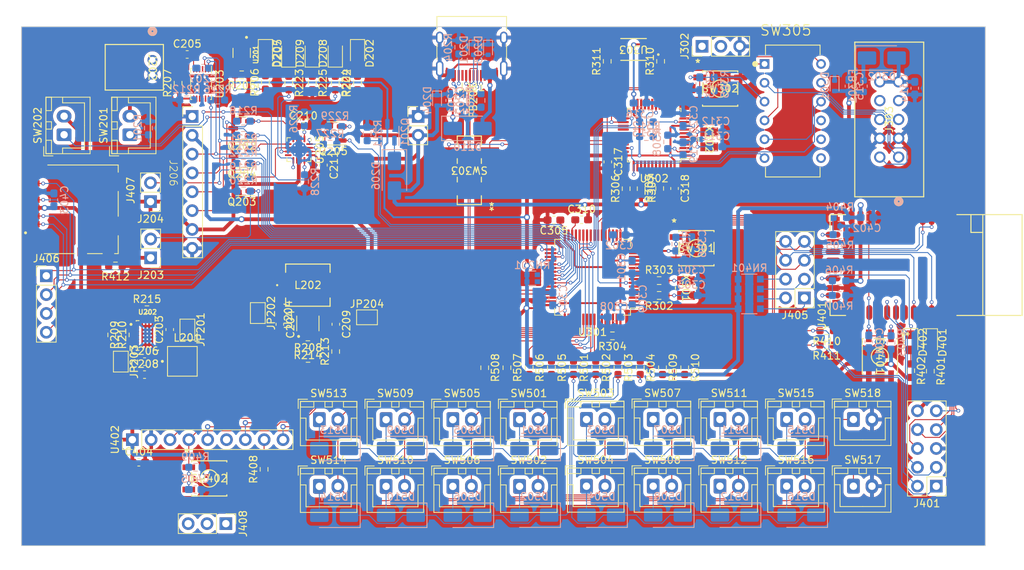
<source format=kicad_pcb>
(kicad_pcb (version 20221018) (generator pcbnew)
  (layers (0 "F.Cu" signal) (31 "B.Cu" signal) (34 "B.Paste" user) (35 "F.Paste" user) (36 "B.SilkS" user "B.Silkscreen") (37 "F.SilkS" user "F.Silkscreen") (38 "B.Mask" user) (39 "F.Mask" user) (44 "Edge.Cuts" user))
  (net 0 "")
  (net 1 "Net-(J202-Pin_1)")
  (net 2 "GND")
  (net 3 "Net-(JP201-B)")
  (net 4 "Net-(C303-Pad2)")
  (net 5 "/Power Supply Unit/PWR_JP")
  (net 6 "Net-(JP203-A)")
  (net 7 "+1V8")
  (net 8 "/Power Supply Unit/3V_JP")
  (net 9 "V_BAT")
  (net 10 "+5V")
  (net 11 "V_RAW")
  (net 12 "Net-(C304-Pad2)")
  (net 13 "Net-(D205-A)")
  (net 14 "STM.NRST")
  (net 15 "+3V3")
  (net 16 "Net-(U301-VCAP1)")
  (net 17 "STLink.OSC_IN")
  (net 18 "STLink.OSC_OUT")
  (net 19 "STLink.NRST")
  (net 20 "V_RAW_STLink")
  (net 21 "BT.~{RST}")
  (net 22 "LCD.~{RST}")
  (net 23 "USB.D+")
  (net 24 "Net-(D202-A)")
  (net 25 "USB.D-")
  (net 26 "Net-(D206-K)")
  (net 27 "Net-(D207-K)")
  (net 28 "Net-(D209-K)")
  (net 29 "SYS.PWR")
  (net 30 "Net-(D208-K)")
  (net 31 "Net-(J201-CC1)")
  (net 32 "STLink.D+")
  (net 33 "STLink.D-")
  (net 34 "BT.GPIO5")
  (net 35 "Net-(D401-A)")
  (net 36 "BT.GPIO8")
  (net 37 "Net-(D402-A)")
  (net 38 "Net-(D501-K)")
  (net 39 "Net-(D501-A)")
  (net 40 "Net-(D502-K)")
  (net 41 "Net-(D502-A)")
  (net 42 "Net-(D503-K)")
  (net 43 "Net-(D503-A)")
  (net 44 "Net-(D504-K)")
  (net 45 "Net-(D504-A)")
  (net 46 "Net-(D505-A)")
  (net 47 "Net-(D506-A)")
  (net 48 "Net-(D507-A)")
  (net 49 "Net-(D508-A)")
  (net 50 "Net-(D509-A)")
  (net 51 "Net-(D510-A)")
  (net 52 "Net-(D511-A)")
  (net 53 "Net-(D512-A)")
  (net 54 "Net-(D513-A)")
  (net 55 "Net-(D514-A)")
  (net 56 "Net-(D515-A)")
  (net 57 "Net-(D516-A)")
  (net 58 "BAT.EN1")
  (net 59 "BAT.EN2")
  (net 61 "Net-(J201-CC2)")
  (net 63 "STM.SWCLK")
  (net 64 "STM.SWDIO")
  (net 65 "STLink.SWCLK")
  (net 66 "STLink.SWDIO")
  (net 67 "STLink.TX")
  (net 68 "STLink.RX")
  (net 69 "BT.GPIO10")
  (net 70 "BT.GPIO9")
  (net 71 "BT.GPIO2")
  (net 72 "BT.AIO1")
  (net 73 "BT.AIO0")
  (net 74 "BT.D+")
  (net 75 "BT.D-")
  (net 76 "BT.SCLK")
  (net 77 "BT.MOSI")
  (net 78 "BT.MISO")
  (net 79 "BT.~{CS}")
  (net 80 "Net-(J405-Pin_1)")
  (net 81 "Net-(J405-Pin_2)")
  (net 82 "Net-(J405-Pin_3)")
  (net 83 "Net-(J405-Pin_4)")
  (net 84 "BT.GPIO3")
  (net 85 "BT.GPIO4")
  (net 86 "BT.GPIO6")
  (net 87 "BT.GPIO7")
  (net 88 "LCD.SCLK")
  (net 89 "LCD.MOSI")
  (net 90 "LCD.~{CS}")
  (net 91 "SD.SCLK")
  (net 92 "SD.MOSI")
  (net 93 "SD.MISO")
  (net 94 "SD.~{CS}")
  (net 95 "BT.TX")
  (net 96 "BT.RX")
  (net 97 "USB.Detect")
  (net 98 "BAT.~{CE}")
  (net 99 "~{CE}")
  (net 100 "EN1")
  (net 101 "EN2")
  (net 102 "BAT.TMR")
  (net 103 "Net-(Q205-E)")
  (net 104 "TMR")
  (net 105 "BAT.OFF")
  (net 106 "Net-(U201-~{VOUT})")
  (net 107 "Net-(U204-PG)")
  (net 108 "Net-(U203-BIN)")
  (net 109 "Net-(U204-FB)")
  (net 110 "BAT.GPOUT")
  (net 111 "~{CHG}")
  (net 112 "~{PGOOD}")
  (net 113 "TS")
  (net 114 "ISET")
  (net 115 "ILIM")
  (net 116 "STM.OSC_IN")
  (net 117 "STM.OSC_OUT")
  (net 118 "Net-(U301-BOOT0)")
  (net 119 "Net-(U302-BOOT0)")
  (net 120 "Net-(U302-PC13)")
  (net 121 "Net-(U302-PA0)")
  (net 122 "Net-(U302-PB3)")
  (net 123 "STLink.LED")
  (net 124 "Net-(U202-L2_6)")
  (net 125 "Net-(U402-LED)")
  (net 126 "KEY.ROW0")
  (net 127 "KEY.ROW1")
  (net 128 "KEY.ROW2")
  (net 129 "KEY.ROW3")
  (net 130 "KEY.COL0")
  (net 131 "Net-(R505-Pad2)")
  (net 132 "KEY.COL1")
  (net 133 "Net-(R506-Pad2)")
  (net 134 "KEY.COL2")
  (net 135 "Net-(R507-Pad2)")
  (net 136 "KEY.COL3")
  (net 137 "Net-(R508-Pad2)")
  (net 138 "KEY.B17")
  (net 139 "KEY.B18")
  (net 140 "I2C.SDA")
  (net 141 "I2C.SCL")
  (net 142 "Net-(U202-L1_8)")
  (net 143 "Net-(U204-L1)")
  (net 157 "SD.CD")
  (net 158 "LCD.DC")
  (net 188 "Net-(U204-L2)")
  (net 189 "Net-(U202-FB)")
  (net 190 "Net-(U202-PG)")
  (net 191 "Net-(R310-Pad2)")
  (net 192 "Net-(R311-Pad2)")
  (net 197 "STM.D-")
  (net 198 "STM.D+")
  (net 199 "Net-(U401-UART_RX)")
  (net 200 "Net-(U401-UART_TX)")
  (net 203 "Net-(D210-K)")
  (net 204 "Net-(D302-K)")
  (net 205 "JT.NRST")
  (net 206 "JT.SWDIO")
  (net 207 "JT.SWCLK")
  (footprint "ECE477_PartsLibrary:SW_JS202011SCQN" (layer "F.Cu") (at 150.4 79.375 180)
    (fp_text reference "SW303")
    (fp_text value "SW_DPDT_x2")
  )
  (footprint "Package_TO_SOT_SMD:SOT-23-3" (layer "F.Cu") (at 119.725 77.475 180)
    (fp_text reference "Q204")
    (fp_text value "MMBT2222A")
  )
  (footprint "Connector_JST:JST_XH_B2B-XH-A_1x02_P2.50mm_Vertical" (layer "F.Cu") (at 139.175 113)
    (fp_text reference "SW509")
    (fp_text value "SW_Push")
  )
  (footprint "Resistor_SMD:R_0603_1608Metric_Pad0.98x0.95mm_HandSolder" (layer "F.Cu") (at 135.325 67.6 90)
    (fp_text reference "R202")
    (fp_text value "750")
  )
  (footprint "Connector_JST:JST_XH_B2B-XH-A_1x02_P2.50mm_Vertical" (layer "F.Cu") (at 95.75 74.575 90)
    (fp_text reference "SW202")
    (fp_text value "SW_SPST")
  )
  (footprint "ECE477_PartsLibrary:SON4_LTST-C155KGJRKT_LTO" (layer "F.Cu") (at 172.55 63.075 180)
    (fp_text reference "U303")
    (fp_text value "LTST-C155KGJRKT")
  )
  (footprint "ECE477_PartsLibrary:PTS647SM70SMTR2LFS_CNK" (layer "F.Cu") (at 205.775 104.45 -90)
    (fp_text reference "SW401")
    (fp_text value "PTS647SM70SMTR2LFS")
  )
  (footprint "Capacitor_SMD:C_0603_1608Metric_Pad1.08x0.95mm_HandSolder" (layer "F.Cu") (at 106.6 106.925)
    (fp_text reference "C208")
    (fp_text value "22u")
  )
  (footprint "Resistor_SMD:R_0603_1608Metric_Pad0.98x0.95mm_HandSolder" (layer "F.Cu") (at 176 96.25 180)
    (fp_text reference "R302")
    (fp_text value "0")
  )
  (footprint "Connector_JST:JST_XH_B2B-XH-A_1x02_P2.50mm_Vertical" (layer "F.Cu") (at 202.2 121.975)
    (fp_text reference "SW517")
    (fp_text value "SW_Push")
  )
  (footprint "Connector_JST:JST_XH_B2B-XH-A_1x02_P2.50mm_Vertical" (layer "F.Cu") (at 166.2 112.975)
    (fp_text reference "SW503")
    (fp_text value "SW_Push")
  )
  (footprint "Resistor_SMD:R_0603_1608Metric_Pad0.98x0.95mm_HandSolder" (layer "F.Cu") (at 128.65 104.7375)
    (fp_text reference "R208")
    (fp_text value "100k")
  )
  (footprint "Resistor_SMD:R_0603_1608Metric_Pad0.98x0.95mm_HandSolder" (layer "F.Cu") (at 167.45 106 -90)
    (fp_text reference "R502")
    (fp_text value "10k")
  )
  (footprint "Package_QFP:LQFP-48_7x7mm_P0.5mm" (layer "F.Cu") (at 175.325 74.625 180)
    (fp_text reference "U302")
    (fp_text value "STM32F103CBT6")
  )
  (footprint "Connector_PinHeader_2.54mm:PinHeader_1x03_P2.54mm_Vertical" (layer "F.Cu") (at 181.785 62.65 90)
    (fp_text reference "J302")
    (fp_text value "Conn_01x03_Pin")
  )
  (footprint "Capacitor_SMD:C_0603_1608Metric_Pad1.08x0.95mm_HandSolder" (layer "F.Cu") (at 130.725 78.675 -90)
    (fp_text reference "C211")
    (fp_text value "1u")
  )
  (footprint "Resistor_SMD:R_0603_1608Metric_Pad0.98x0.95mm_HandSolder" (layer "F.Cu") (at 128.625 102.8875 180)
    (fp_text reference "R214")
    (fp_text value "91k")
  )
  (footprint "Package_TO_SOT_SMD:SOT-23-3" (layer "F.Cu") (at 132.05 74.4 180)
    (fp_text reference "Q205")
    (fp_text value "MMBT2222A")
  )
  (footprint "Resistor_SMD:R_0603_1608Metric_Pad0.98x0.95mm_HandSolder" (layer "F.Cu") (at 176.075 81.825 90)
    (fp_text reference "R309")
    (fp_text value "100k")
  )
  (footprint "ECE477_PartsLibrary:CONN10_302-S101_OST" (layer "F.Cu") (at 208.299375 77.595624 90)
    (fp_text reference "J303")
    (fp_text value "STLink Connector")
  )
  (footprint "Capacitor_SMD:C_0603_1608Metric_Pad1.08x0.95mm_HandSolder" (layer "F.Cu") (at 169.075 78.2375 -90)
    (fp_text reference "C317")
    (fp_text value "0.1u")
  )
  (footprint "ECE477_PartsLibrary:PTS647SM70SMTR2LFS_CNK" (layer "F.Cu") (at 184.225 68.35)
    (fp_text reference "SW302")
    (fp_text value "PTS647SM70SMTR2LFS")
  )
  (footprint "Diode_SMD:D_0805_2012Metric_Pad1.15x1.40mm_HandSolder" (layer "F.Cu") (at 135.325 63.6 -90)
    (fp_text reference "D202")
    (fp_text value "LED")
  )
  (footprint "Connector_JST:JST_XH_B2B-XH-A_1x02_P2.50mm_Vertical" (layer "F.Cu") (at 193.2 121.975)
    (fp_text reference "SW516")
    (fp_text value "SW_Push")
  )
  (footprint "Connector_JST:JST_XH_B2B-XH-A_1x02_P2.50mm_Vertical" (layer "F.Cu") (at 130.175 113)
    (fp_text reference "SW513")
    (fp_text value "SW_Push")
  )
  (footprint "ECE477_PartsLibrary:IC_TPS63021DSJR" (layer "F.Cu") (at 106.975 101.65)
    (fp_text reference "U202")
    (fp_text value "TPS63021DSJR")
  )
  (footprint "Resistor_SMD:R_0603_1608Metric_Pad0.98x0.95mm_HandSolder" (layer "F.Cu") (at 176.45 106 -90)
    (fp_text reference "R509")
    (fp_text value "10k")
  )
  (footprint "ECE477_PartsLibrary:CONN_S2B-PH-K-S_JST" (layer "F.Cu") (at 107.6674 64.4799 -90)
    (fp_text reference "J202")
    (fp_text value "Conn_01x02_Pin")
  )
  (footprint "ECE477_PartsLibrary:SW_1-1825010-3" (layer "F.Cu") (at 194.025 71.38)
    (fp_text reference "SW305")
    (fp_text value "1-1825010-3")
  )
  (footprint "Connector_PinHeader_2.54mm:PinHeader_1x04_P2.54mm_Vertical" (layer "F.Cu") (at 93.35 93.6)
    (fp_text reference "J406")
    (fp_text value "Conn_01x04_Pin")
  )
  (footprint "Resistor_SMD:R_0603_1608Metric_Pad0.98x0.95mm_HandSolder" (layer "F.Cu") (at 132.375 103.8125 90)
    (fp_text reference "R213")
    (fp_text value "511k")
  )
  (footprint "Resistor_SMD:R_0603_1608Metric_Pad0.98x0.95mm_HandSolder" (layer "F.Cu") (at 111.125 67.625 90)
    (fp_text reference "R207")
    (fp_text value "0.01 (1%)")
  )
  (footprint "Resistor_SMD:R_0603_1608Metric_Pad0.98x0.95mm_HandSolder" (layer "F.Cu") (at 119.7 66.5 180)
    (fp_text reference "R205")
    (fp_text value "470")
  )
  (footprint "Resistor_SMD:R_0603_1608Metric_Pad0.98x0.95mm_HandSolder" (layer "F.Cu") (at 198.6 101 180)
    (fp_text reference "R410")
    (fp_text value "3k3")
  )
  (footprint "Resistor_SMD:R_0603_1608Metric_Pad0.98x0.95mm_HandSolder" (layer "F.Cu") (at 104 101.575 90)
    (fp_text reference "R209")
    (fp_text value "453k")
  )
  (footprint "Resistor_SMD:R_0603_1608Metric_Pad0.98x0.95mm_HandSolder" (layer "F.Cu") (at 132.325 67.6 -90)
    (fp_text reference "R224")
    (fp_text value "1k")
  )
  (footprint "Resistor_SMD:R_0603_1608Metric_Pad0.98x0.95mm_HandSolder" (layer "F.Cu") (at 198.6 102.95 180)
    (fp_text reference "R411")
    (fp_text value "3k3")
  )
  (footprint "Resistor_SMD:R_0603_1608Metric_Pad0.98x0.95mm_HandSolder" (layer "F.Cu") (at 173.45 106 -90)
    (fp_text reference "R504")
    (fp_text value "10k")
  )
  (footprint "RF_Module:RN42" (layer "F.Cu") (at 209.15 92.15 -90)
    (fp_text reference "U401")
    (fp_text value "RN42HID-I/RM")
  )
  (footprint "Capacitor_SMD:C_0603_1608Metric_Pad1.08x0.95mm_HandSolder" (layer "F.Cu") (at 106.6 105.175)
    (fp_text reference "C206")
    (fp_text value "22u")
  )
  (footprint "Capacitor_SMD:C_0603_1608Metric_Pad1.08x0.95mm_HandSolder" (layer "F.Cu") (at 178.075 81.825 -90)
    (fp_text reference "C318")
    (fp_text value "0.1u")
  )
  (footprint "ECE477_PartsLibrary:PTS647SM70SMTR2LFS_CNK" (layer "F.Cu") (at 181.025 89.875)
    (fp_text reference "SW301")
    (fp_text value "PTS647SM70SMTR2LFS")
  )
  (footprint "Resistor_SMD:R_0603_1608Metric_Pad0.98x0.95mm_HandSolder" (layer "F.Cu") (at 106.925 98.175)
    (fp_text reference "R215")
    (fp_text value "1M")
  )
  (footprint "LED_SMD:LED_0805_2012Metric_Pad1.15x1.40mm_HandSolder" (layer "F.Cu") (at 209.925 102.575 -90)
    (fp_text reference "D402")
    (fp_text value "BT LED")
  )
  (footprint "Connector_JST:JST_XH_B2B-XH-A_1x02_P2.50mm_Vertical" (layer "F.Cu") (at 104.625 74.575 90)
    (fp_text reference "SW201")
    (fp_text value "SW_SPST")
  )
  (footprint "Resistor_SMD:R_0603_1608Metric_Pad0.98x0.95mm_HandSolder" (layer "F.Cu") (at 169.7 101.7 180)
    (fp_text reference "R304")
    (fp_text value "100k")
  )
  (footprint "Connector_JST:JST_XH_B2B-XH-A_1x02_P2.50mm_Vertical" (layer "F.Cu") (at 175.2 112.975)
    (fp_text reference "SW507")
    (fp_text value "SW_Push")
  )
  (footprint "Connector_JST:JST_XH_B2B-XH-A_1x02_P2.50mm_Vertical" (layer "F.Cu") (at 157.175 113)
    (fp_text reference "SW501")
    (fp_text value "SW_Push")
  )
  (footprint "Connector_JST:JST_XH_B2B-XH-A_1x02_P2.50mm_Vertical" (layer "F.Cu") (at 130.175 122)
    (fp_text reference "SW514")
    (fp_text value "SW_Push")
  )
  (footprint "Resistor_SMD:R_0603_1608Metric_Pad0.98x0.95mm_HandSolder" (layer "F.Cu") (at 102.6775 92.28 180)
    (fp_text reference "R412")
    (fp_text value "100k")
  )
  (footprint "Resistor_SMD:R_0603_1608Metric_Pad0.98x0.95mm_HandSolder" (layer "F.Cu") (at 164.45 106 -90)
    (fp_text reference "R501")
    (fp_text value "10k")
  )
  (footprint "ECE477_PartsLibrary:ECE477_BATBabySitter" (layer "F.Cu") (at 113.025 79.73 -90)
    (fp_text reference "J206")
    (fp_text value "Conn_01x10_Socket")
  )
  (footprint "LED_SMD:LED_0805_2012Metric_Pad1.15x1.40mm_HandSolder" (layer "F.Cu") (at 132.325 63.6 90)
    (fp_text reference "D208")
    (fp_text value "PGOOD_LED")
  )
  (footprint "Jumper:SolderJumper-2_P1.3mm_Open_Pad1.0x1.5mm" (layer "F.Cu") (at 112.375 100.85 -90)
    (fp_text reference "JP201")
    (fp_text value "Jumper_2_Open")
  )
  (footprint "Package_TO_SOT_SMD:SOT-23-3" (layer "F.Cu") (at 119.6875 73.7 180)
    (fp_text reference "Q202")
    (fp_text value "MMBT2222A")
  )
  (footprint "LED_SMD:LED_0805_2012Metric_Pad1.15x1.40mm_HandSolder" (layer "F.Cu") (at 129.225 63.6 90)
    (fp_text reference "D209")
    (fp_text value "SYSPWR_LED")
  )
  (footprint "ECE477_PartsLibrary:XTAL_CG04874_NDK" (layer "F.Cu") (at 182.75 75.2 -90)
    (fp_text reference "X302")
    (fp_text value "CG04874-8M")
  )
  (footprint "Connector_JST:JST_XH_B2B-XH-A_1x02_P2.50mm_Vertical" (layer "F.Cu") (at 184.2 112.975)
    (fp_text reference "SW511")
    (fp_text value "SW_Push")
  )
  (footprint "Resistor_SMD:R_0603_1608Metric_Pad0.98x0.95mm_HandSolder" (layer "F.Cu") (at 129.225 67.6 -90)
    (fp_text reference "R225")
    (fp_text value "750")
  )
  (footprint "Jumper:SolderJumper-2_P1.3mm_Open_Pad1.0x1.5mm" (layer "F.Cu") (at 103.4 105.175 -90)
    (fp_text reference "JP203")
    (fp_text value "Jumper_2_Open")
  )
  (footprint "Capacitor_SMD:C_0603_1608Metric_Pad1.08x0.95mm_HandSolder" (layer "F.Cu") (at 132.4 100.1375 -90)
    (fp_text reference "C209")
    (fp_text value "22u")
  )
  (footprint "Capacitor_SMD:C_0603_1608Metric_Pad1.08x0.95mm_HandSolder" (layer "F.Cu") (at 165.55 86.05)
    (fp_text reference "C310")
    (fp_text value "2.2u")
  )
  (footprint "ECE477_PartsLibrary:PTS647SM70SMTR2LFS_CNK" (layer "F.Cu") (at 115.320299 120.925)
    (fp_text reference "SW402")
    (fp_text value "PTS647SM70SMTR2LFS")
  )
  (footprint "Resistor_SMD:R_0603_1608Metric_Pad0.98x0.95mm_HandSolder" (layer "F.Cu") (at 212.575 106.4625 -90)
    (fp_text reference "R401")
    (fp_text value "470")
  )
  (footprint "Capacitor_SMD:C_0603_1608Metric_Pad1.08x0.95mm_HandSolder" (layer "F.Cu") (at 105.825 118.75)
    (fp_text reference "C404")
    (fp_text value "0.1u")
  )
  (footprint "Connector_JST:JST_XH_B2B-XH-A_1x02_P2.50mm_Vertical" (layer "F.Cu") (at 148.175 113)
    (fp_text reference "SW505")
    (fp_text value "SW_Push")
  )
  (footprint "Resistor_SMD:R_0603_1608Metric_Pad0.98x0.95mm_HandSolder" (layer "F.Cu") (at 126.05 67.6 -90)
    (fp_text reference "R223")
    (fp_text value "180")
  )
  (footprint "Inductor_SMD:L_0603_1608Metric" (layer "F.Cu") (at 149.5 69.95 -90)
    (fp_text reference "FB201")
    (fp_text value "120R")
  )
  (footprint "LED_SMD:LED_0805_2012Metric_Pad1.15x1.40mm_HandSolder" (layer "F.Cu") (at 126.05 63.6 90)
    (fp_text reference "D207")
    (fp_text value "CHG_LED")
  )
  (footprint "Resistor_SMD:R_0603_1608Metric_Pad0.98x0.95mm_HandSolder" (layer "F.Cu") (at 173.575 81.85 -90)
    (fp_text reference "R307")
    (fp_text value "2.7k")
  )
  (footprint "Connector_PinHeader_2.54mm:PinHeader_2x05_P2.54mm_Vertical" (layer "F.Cu") (at 213.375 121.97 180)
    (fp_text reference "J401")
    (fp_text value "Conn_02x05_Counter_Clockwise")
  )
  (footprint "Package_DFN_QFN:VQFN-16-1EP_3x3mm_P0.5mm_EP1.6x1.6mm_ThermalVias" (layer "F.Cu") (at 127.4125 76.5875 -90)
    (fp_text reference "U205")
    (fp_text value "BQ24075RGTR")
  )
  (footprint "Resistor_SMD:R_0603_1608Metric_Pad0.98x0.95mm_HandSolder" (layer "F.Cu") (at 171.55 81.85 90)
    (fp_text reference "R306")
    (fp_text value "4.7k")
  )
  (footprint "Connector_JST:JST_XH_B2B-XH-A_1x02_P2.50mm_Vertical" (layer "F.Cu") (at 193.2 112.975)
    (fp_text reference "SW515")
    (fp_text value "SW_Push")
  )
  (footprint "Diode_SMD:D_0805_2012Metric_Pad1.15x1.40mm_HandSolder" (layer "F.Cu") (at 122.9 63.6 -90)
    (fp_text reference "D205")
    (fp_text value "3VDetect_LED")
  )
  (footprint "Capacitor_SMD:C_0603_1608Metric_Pad1.08x0.95mm_HandSolder" (layer "F.Cu") (at 128.025 73.45)
    (fp_text reference "C210")
    (fp_text value "10u")
  )
  (footprint "Resistor_SMD:R_0603_1608Metric_Pad0.98x0.95mm_HandSolder" (layer "F.Cu") (at 169 64.675 90)
    (fp_text reference "R311")
    (fp_text value "180")
  )
  (footprint "ECE477_PartsLibrary:XTAL_CG04874_NDK" (layer "F.Cu") (at 179.625 95.25 -90)
    (fp_text reference "X301")
    (fp_text value "CG04874-8M")
  )
  (footprint "Package_QFP:LQFP-64_10x10mm_P0.5mm" (layer "F.Cu") (at 167.025 93.8 180)
    (fp_text reference "U301")
    (fp_text value "STM32F411RET6")
  )
  (footprint "Connector_JST:JST_XH_B2B-XH-A_1x02_P2.50mm_Vertical" (layer "F.Cu") (at 202.2 112.975)
    (fp_text reference "SW518")
    (fp_text value "SW_Push")
  )
  (footprint "Resistor_SMD:R_0603_1608Metric_Pad0.98x0.95mm_HandSolder" (layer "F.Cu") (at 176.2 64.675 90)
    (fp_text reference "R310")
    (fp_text value "180")
  )
  (footprint "Jumper:SolderJumper-2_P1.3mm_Bridged_Pad1.0x1.5mm" (layer "F.Cu") (at 136.6 99.2)
    (fp_text reference "JP204")
    (fp_text value "Jumper_2_Bridged")
  )
  (footprint "ECE477_PartsLibrary:MOLEX_104031-0811" (layer "F.Cu") (at 97.35 84.635 -90)
    (fp_text reference "J407")
    (fp_text value "1040310811")
  )
  (footprint "Connector_JST:JST_XH_B2B-XH-A_1x02_P2.50mm_Vertical" (layer "F.Cu") (at 148.175 122)
    (fp_text reference "SW506")
    (fp_text value "SW_Push")
  )
  (footprint "Resistor_SMD:R_0603_1608Metric_Pad0.98x0.95mm_HandSolder" (layer "F.Cu") (at 161.475 106 -90)
    (fp_text reference "R505")
    (fp_text value "10k")
  )
  (footprint "Jumper:SolderJumper-2_P1.3mm_Bridged_Pad1.0x1.5mm" (layer "F.Cu") (at 121.875 98.625 -90)
    (fp_text reference "JP202")
    (fp_text value "Jumper_2_Bridged")
  )
  (footprint "Connector_PinHeader_2.54mm:PinHeader_1x02_P2.54mm_Vertical" (layer "F.Cu") (at 107.4 83.6 180)
    (fp_text reference "J204")
    (fp_text value "Conn_01x02_Pin")
  )
  (footprint "ECE477_PartsLibrary:IND_XFL4020-102MEC" (layer "F.Cu") (at 111.7 105.1375)
    (fp_text reference "L201")
    (fp_text value "1u")
  )
  (footprint "Resistor_SMD:R_0603_1608Metric_Pad0.98x0.95mm_HandSolder" (layer "F.Cu") (at 179.45 106 -90)
    (fp_text reference "R510")
    (fp_text value "10k")
  )
  (footprint "Resistor_SMD:R_0603_1608Metric_Pad0.98x0.95mm_HandSolder" (layer "F.Cu") (at 155.475 106 -90)
    (fp_text reference "R507")
    (fp_text value "10k")
  )
  (footprint "ECE477_PartsLibrary:VREG_TPS63802DLAR" (layer "F.Cu") (at 128.625 100.025 90)
    (fp_text reference "U204")
    (fp_text value "TPS63802DLAR")
  )
  (footprint "Connector_PinHeader_2.54mm:PinHeader_2x04_P2.54mm_Vertical" (layer "F.Cu") (at 195.5875 96.59 180)
    (fp_text reference "J405")
    (fp_text value "BT Mode Conn")
  )
  (footprint "Connector_PinHeader_2.54mm:PinHeader_1x03_P2.54mm_Vertical" (layer "F.Cu") (at 117.565 127.025 -90)
    (fp_text reference "J408")
    (fp_text value "Conn_01x03_Pin")
  )
  (footprint "Capacitor_SMD:C_0603_1608Metric_Pad1.08x0.95mm_HandSolder" (layer "F.Cu") (at 110 100.85 90)
    (fp_text reference "C203")
    (fp_text value "10u")
  )
  (footprint "Connector_JST:JST_XH_B2B-XH-A_1x02_P2.50mm_Vertical" (layer "F.Cu") (at 166.2 121.975)
    (fp_text reference "SW504")
    (fp_text value "SW_Push")
  )
  (footprint "Connector_PinHeader_2.54mm:PinHeader_1x02_P2.54mm_Vertical" (layer "F.Cu") (at 107.425 91.175 180)
    (fp_text reference "J203")
    (fp_text value "Conn_01x02_Pin")
  )
  (footprint "LED_SMD:LED_0805_2012Metric_Pad1.15x1.40mm_HandSolder" (layer "F.Cu") (at 212.575 102.6 -90)
    (fp_text reference "D401")
    (fp_text value "BT LED")
  )
  (footprint "Connector_JST:JST_XH_B2B-XH-A_1x02_P2.50mm_Vertical" (layer "F.Cu") (at 157.175 122)
    (fp_text reference "SW502")
    (fp_text value "SW_Push")
  )
  (footprint "Capacitor_SMD:C_0603_1608Metric_Pad1.08x0.95mm_HandSolder" (layer "F.Cu") (at 112.35 63.75)
    (fp_text reference "C205")
    (fp_text value "1u")
  )
  (footprint "ECE477_PartsLibrary:IND_IHLP-2020CZ" (layer "F.Cu") (at 128.625 94.8625)
    (fp_text reference "L202")
    (fp_text value "0.47u")
  )
  (footprint "Connector_JST:JST_XH_B2B-XH-A_1x02_P2.50mm_Vertical" (layer "F.Cu") (at 139.175 122)
    (fp_text reference "SW510")
    (fp_text value "SW_Push")
  )
  (footprint "ECE477_PartsLibrary:SOT65P210X110-5N" (layer "F.Cu") (at 119.7 63.54 -90)
    (fp_text reference "U201")
    (fp_text value "LMS33460MG")
  )
  (footprint "Package_SON:Texas_S-PDSO-N12" (layer "F.Cu") (at 114.225 67.725 -90)
    (fp_text reference "U203")
    (fp_text value "BQ27441DRZR-G1A")
  )
  (footprint "Connector_USB:USB_C_Receptacle_HRO_TYPE-C-31-M-12" (layer "F.Cu") (at 150.725 62.525 180)
    (fp_text reference "J201")
    (fp_text value "USB_C_Receptacle_USB2.0_16P")
  )
  (footprint "Connector_PinHeader_2.54mm:PinHeader_1x09_P2.54mm_Vertical" (layer "F.Cu") (at 104.955299 115.7 90)
    (fp_text reference "U402")
    (fp_text value "362 TFT LCD")
  )
  (footprint "Connector_JST:JST_XH_B2B-XH-A_1x02_P2.50mm_Vertical" (layer "F.Cu") (at 184.2 121.975)
    (fp_text reference "SW512")
    (fp_text value "SW_Push")
  )
  (footprint "Resistor_SMD:R_0603_1608Metric_Pad0.98x0.95mm_HandSolder" (layer "F.Cu") (at 170.45 106 -90)
    (fp_text reference "R503")
    (fp_text value "10k")
  )
  (footprint "Resistor_SMD:R_0603_1608Metric_Pad0.98x0.95mm_HandSolder" (layer "F.Cu") (at 176 94.25)
    (fp_text reference "R303")
    (fp_text value "0")
  )
  (footprint "Resistor_SMD:R_0603_1608Metric_Pad0.98x0.95mm_HandSolder" (layer "F.Cu") (at 102.175 101.575 -90)
    (fp_text reference "R210")
    (fp_text value "100k")
  )
  (footprint "Capacitor_SMD:C_0603_1608Metric_Pad1.08x0.95mm_HandSolder" (layer "F.Cu") (at 161.8125 86.075 180)
    (fp_text reference "C305")
    (fp_text value "0.1u")
  )
  (footprint "Connector_JST:JST_XH_B2B-XH-A_1x02_P2.50mm_Vertical" (layer "F.Cu") (at 175.2 121.975)
    (fp_text reference "SW508")
    (fp_text value "SW_Push")
  )
  (footprint "Resistor_SMD:R_0603_1608Metric_Pad0.98x0.95mm_HandSolder" (layer "F.Cu") (at 122.9 67.525 90)
    (fp_text reference "R206")
    (fp_text value "250")
  )
  (footprint "Resistor_SMD:R_0603_1608Metric_Pad0.98x0.95mm_HandSolder" (layer "F.Cu") (at 122.720299 119.7 90)
    (fp_text reference "R408")
    (fp_text value "0")
  )
  (footprint "Resistor_SMD:R_0603_1608Metric_Pad0.98x0.95mm_HandSolder" (layer "F.Cu") (at 209.925 106.4 -90)
    (fp_text reference "R402")
    (fp_text value "470")
  )
  (footprint "Resistor_SMD:R_0603_1608Metric_Pad0.98x0.95mm_HandSolder" (layer "F.Cu") (at 158.475 106 -90)
    (fp_text reference "R506")
    (fp_text value "10k")
  )
  (footprint "Capacitor_SMD:C_0603_1608Metric_Pad1.08x0.95mm_HandSolder" (layer "F.Cu") (at 124.85 100.1375 -90)
    (fp_text reference "C204")
    (fp_text value "22u")
  )
  (footprint "Resistor_SMD:R_0603_1608Metric_Pad0.98x0.95mm_HandSolder" (layer "F.Cu") (at 152.475 106 -90)
    (fp_text reference "R508")
    (fp_text value "10k")
  )
  (footprint "Package_TO_SOT_SMD:SOT-23-3" (layer "F.Cu") (at 119.725 81.225 180)
    (fp_text reference "Q203")
    (fp_text value "MMBT2222A")
  )
  (footprint "Capacitor_SMD:C_0603_1608Metric_Pad1.08x0.95mm_HandSolder" (layer "B.Cu") (at 204.275 102.5 90)
    (fp_text reference "C401")
    (fp_text value "0.1u")
  )
  (footprint "Diode_SMD:D_SMA" (layer "B.Cu") (at 195.2 116.875 180)
    (fp_text reference "D515")
    (fp_text value "3757-SS12L_R1_00001CT-ND")
  )
  (footprint "Resistor_SMD:R_0603_1608Metric_Pad0.98x0.95mm_HandSolder" (layer "B.Cu") (at 119.9375 72.75 180)
    (fp_text reference "R218")
    (fp_text value "1k")
  )
  (footprint "Diode_SMD:D_SMA" (layer "B.Cu") (at 132.175 125.9 180)
    (fp_text reference "D514")
    (fp_text value "3757-SS12L_R1_00001CT-ND")
  )
  (footprint "Resistor_SMD:R_0603_1608Metric_Pad0.98x0.95mm_HandSolder" (layer "B.Cu") (at 107.125 73.675 -90)
    (fp_text reference "R201")
    (fp_text value "100k")
  )
  (footprint "Diode_SMD:D_SMA" (layer "B.Cu") (at 141.175 116.9 180)
    (fp_text reference "D509")
    (fp_text value "3757-SS12L_R1_00001CT-ND")
  )
  (footprint "Inductor_SMD:L_0603_1608Metric" (layer "B.Cu") (at 203.549375 68.025624 -90)
    (fp_text reference "FB301")
    (fp_text value "120R")
  )
  (footprint "Capacitor_SMD:C_0603_1608Metric_Pad1.08x0.95mm_HandSolder" (layer "B.Cu") (at 183.65 74.2 180)
    (fp_text reference "C312")
    (fp_text value "20p")
  )
  (footprint "Capacitor_SMD:C_0603_1608Metric_Pad1.08x0.95mm_HandSolder" (layer "B.Cu") (at 161.65 96.725 90)
    (fp_text reference "C307")
    (fp_text value "0.1u")
  )
  (footprint "Resistor_SMD:R_0603_1608Metric_Pad0.98x0.95mm_HandSolder" (layer "B.Cu") (at 178.254701 89.325 90)
    (fp_text reference "R301")
    (fp_text value "100k")
  )
  (footprint "Capacitor_SMD:C_0603_1608Metric_Pad1.08x0.95mm_HandSolder" (layer "B.Cu") (at 180.35 94.25 180)
    (fp_text reference "C304")
    (fp_text value "20p")
  )
  (footprint "Capacitor_SMD:C_0603_1608Metric_Pad1.08x0.95mm_HandSolder" (layer "B.Cu") (at 179.225 76.475 90)
    (fp_text reference "C319")
    (fp_text value "0.1u")
  )
  (footprint "Resistor_SMD:R_Array_Convex_2x0606" (layer "B.Cu") (at 158.875 93.925 180)
    (fp_text reference "RN201")
    (fp_text value "4.7k")
  )
  (footprint "Capacitor_SMD:C_0603_1608Metric_Pad1.08x0.95mm_HandSolder" (layer "B.Cu") (at 180.35 96.25 180)
    (fp_text reference "C303")
    (fp_text value "20p")
  )
  (footprint "Capacitor_SMD:C_0603_1608Metric_Pad1.08x0.95mm_HandSolder" (layer "B.Cu") (at 172.375 96.7 90)
    (fp_text reference "C309")
    (fp_text value "0.1u")
  )
  (footprint "Capacitor_SMD:C_0603_1608Metric_Pad1.08x0.95mm_HandSolder" (layer "B.Cu") (at 114.45 65.6)
    (fp_text reference "C207")
    (fp_text value "0.47u")
  )
  (footprint "Resistor_SMD:R_0603_1608Metric_Pad0.98x0.95mm_HandSolder" (layer "B.Cu") (at 119.9375 78.425 180)
    (fp_text reference "R222")
    (fp_text value "1k")
  )
  (footprint "Diode_SMD:D_SOD-523" (layer "B.Cu") (at 199.659375 67.985624 -90)
    (fp_text reference "D301")
    (fp_text value "D5V0L1B2T-7")
  )
  (footprint "Resistor_SMD:R_0603_1608Metric_Pad0.98x0.95mm_HandSolder" (layer "B.Cu") (at 177.15 75.55 -90)
    (fp_text reference "R308")
    (fp_text value "10k")
  )
  (footprint "Diode_SMD:D_SMA" (layer "B.Cu") (at 168.2 125.875 180)
    (fp_text reference "D504")
    (fp_text value "3757-SS12L_R1_00001CT-ND")
  )
  (footprint "Diode_SMD:D_SMA" (layer "B.Cu") (at 186.2 116.875 180)
    (fp_text reference "D511")
    (fp_text value "3757-SS12L_R1_00001CT-ND")
  )
  (footprint "Capacitor_SMD:C_0603_1608Metric_Pad1.08x0.95mm_HandSolder" (layer "B.Cu") (at 170.625 88.075)
    (fp_text reference "C302")
    (fp_text value "0.1u")
  )
  (footprint "Capacitor_SMD:C_0603_1608Metric_Pad1.08x0.95mm_HandSolder" (layer "B.Cu") (at 180.379701 89.25 90)
    (fp_text reference "C306")
    (fp_text value "0.1u")
  )
  (footprint "Diode_SMD:D_SOD-523" (layer "B.Cu") (at 146.05 69.95 -90)
    (fp_text reference "D204")
    (fp_text value "D5V0L1B2T-7")
  )
  (footprint "Diode_SMD:D_SMA" (layer "B.Cu") (at 150.175 116.9 180)
    (fp_text reference "D505")
    (fp_text value "3757-SS12L_R1_00001CT-ND")
  )
  (footprint "Capacitor_SMD:C_0603_1608Metric_Pad1.08x0.95mm_HandSolder" (layer "B.Cu") (at 147.75 69.95 90)
    (fp_text reference "C202")
    (fp_text value "0.1u")
  )
  (footprint "Resistor_SMD:R_0603_1608Metric_Pad0.98x0.95mm_HandSolder" (layer "B.Cu") (at 200.275 96.25)
    (fp_text reference "R407")
    (fp_text value "100k")
  )
  (footprint "Capacitor_SMD:C_0603_1608Metric_Pad1.08x0.95mm_HandSolder" (layer "B.Cu") (at 181.475 67.7 90)
    (fp_text reference "C313")
    (fp_text value "0.1u")
  )
  (footprint "Diode_SMD:D_SMA" (layer "B.Cu") (at 206.024375 64.225624)
    (fp_text reference "D302")
    (fp_text value "3757-SS12L_R1_00001CT-ND")
  )
  (footprint "Capacitor_SMD:C_0603_1608Metric_Pad1.08x0.95mm_HandSolder" (layer "B.Cu") (at 94.375 83.35 90)
    (fp_text reference "C403")
    (fp_text value "0.1u")
  )
  (footprint "Capacitor_SMD:C_0603_1608Metric_Pad1.08x0.95mm_HandSolder" (layer "B.Cu") (at 149.5 69.95 -90)
    (fp_text reference "C201")
    (fp_text value "0.1u")
  )
  (footprint "Diode_SMD:D_SMA" (layer "B.Cu") (at 150.175 125.9 180)
    (fp_text reference "D506")
    (fp_text value "3757-SS12L_R1_00001CT-ND")
  )
  (footprint "Resistor_SMD:R_0603_1608Metric_Pad0.98x0.95mm_HandSolder" (layer "B.Cu") (at 116.475 69.9 180)
    (fp_text reference "R216")
    (fp_text value "10k")
  )
  (footprint "Resistor_SMD:R_0603_1608Metric_Pad0.98x0.95mm_HandSolder" (layer "B.Cu") (at 119.9375 74.65)
    (fp_text reference "R217")
    (fp_text value "10k")
  )
  (footprint "Diode_SMD:D_SMA" (layer "B.Cu") (at 168.2 116.875 180)
    (fp_text reference "D503")
    (fp_text value "3757-SS12L_R1_00001CT-ND")
  )
  (footprint "Resistor_SMD:R_0603_1608Metric_Pad0.98x0.95mm_HandSolder" (layer "B.Cu") (at 174.275 72.85)
    (fp_text reference "R313")
    (fp_text value "4.7k")
  )
  (footprint "Resistor_SMD:R_0603_1608Metric_Pad0.98x0.95mm_HandSolder" (layer "B.Cu") (at 136.625 74.4625 90)
    (fp_text reference "R211")
    (fp_text value "1k")
  )
  (footprint "Diode_SMD:D_SMA" (layer "B.Cu") (at 159.175 125.875 180)
    (fp_text reference "D502")
    (fp_text value "3757-SS12L_R1_00001CT-ND")
  )
  (footprint "Capacitor_SMD:C_0603_1608Metric_Pad1.08x0.95mm_HandSolder" (layer "B.Cu") (at 173.425 70.3)
    (fp_text reference "C316")
    (fp_text value "0.1u")
  )
  (footprint "Diode_SMD:D_SMA" (layer "B.Cu") (at 132.175 116.9 180)
    (fp_text reference "D513")
    (fp_text value "3757-SS12L_R1_00001CT-ND")
  )
  (footprint "Capacitor_SMD:C_0603_1608Metric_Pad1.08x0.95mm_HandSolder" (layer "B.Cu") (at 179.225 72.525 90)
    (fp_text reference "C320")
    (fp_text value "0.1u")
  )
  (footprint "Diode_SMD:D_SMA" (layer "B.Cu") (at 141.175 125.9 180)
    (fp_text reference "D510")
    (fp_text value "3757-SS12L_R1_00001CT-ND")
  )
  (footprint "Resistor_SMD:R_Array_Convex_4x1206" (layer "B.Cu") (at 188.15 96.05 180)
    (fp_text reference "RN401")
    (fp_text value "3k3")
  )
  (footprint "Package_TO_SOT_SMD:SOT-23-3" (layer "B.Cu") (at 139.35 74.2375 90)
    (fp_text reference "Q201")
    (fp_text value "MMBT2222A")
  )
  (footprint "Diode_SMD:D_SOD-523" (layer "B.Cu") (at 150.975 63.1 -90)
    (fp_text reference "D201")
    (fp_text value "D5V0L1B2T-7")
  )
  (footprint "Resistor_SMD:R_0603_1608Metric_Pad0.98x0.95mm_HandSolder" (layer "B.Cu") (at 119.9375 80.3 180)
    (fp_text reference "R219")
    (fp_text value "1k")
  )
  (footprint "Diode_SMD:D_SMA" (layer "B.Cu") (at 195.2 125.875 180)
    (fp_text reference "D516")
    (fp_text value "3757-SS12L_R1_00001CT-ND")
  )
  (footprint "Capacitor_SMD:C_0603_1608Metric_Pad1.08x0.95mm_HandSolder" (layer "B.Cu") (at 201.599375 68.025624 90)
    (fp_text reference "C315")
    (fp_text value "0.1u")
  )
  (footprint "Diode_SMD:D_SMA" (layer "B.Cu") (at 159.175 116.9 180)
    (fp_text reference "D501")
    (fp_text value "3757-SS12L_R1_00001CT-ND")
  )
  (footprint "Capacitor_SMD:C_0603_1608Metric_Pad1.08x0.95mm_HandSolder" (layer "B.Cu") (at 113.425 122.425 180)
    (fp_text reference "C405")
    (fp_text value "0.1u")
  )
  (footprint "Resistor_SMD:R_0603_1608Metric_Pad0.98x0.95mm_HandSolder" (layer "B.Cu") (at 112.25 69.875 180)
    (fp_text reference "R212")
    (fp_text value "10k")
  )
  (footprint "Resistor_SMD:R_0603_1608Metric_Pad0.98x0.95mm_HandSolder" (layer "B.Cu") (at 131.625 75.85 180)
    (fp_text reference "R227")
    (fp_text value "590")
  )
  (footprint "Resistor_SMD:R_0603_1608Metric_Pad0.98x0.95mm_HandSolder" (layer "B.Cu") (at 200.375 85.74 180)
    (fp_text reference "R404")
    (fp_text value "300k")
  )
  (footprint "Resistor_SMD:R_0603_1608Metric_Pad0.98x0.95mm_HandSolder" (layer "B.Cu") (at 148.975 62.775 -90)
    (fp_text reference "R204")
    (fp_text value "5.1k")
  )
  (footprint "Diode_SMD:D_SMA" (layer "B.Cu") (at 140.3 80.1 -90)
    (fp_text reference "D206")
    (fp_text value "3757-SS12L_R1_00001CT-ND")
  )
  (footprint "Resistor_SMD:R_0603_1608Metric_Pad0.98x0.95mm_HandSolder" (layer "B.Cu") (at 132.2875 73.475 180)
    (fp_text reference "R229")
    (fp_text value "22")
  )
  (footprint "Resistor_SMD:R_0603_1608Metric_Pad0.98x0.95mm_HandSolder" (layer "B.Cu") (at 151.975 69.95 -90)
    (fp_text reference "R203")
    (fp_text value "5.1k")
  )
  (footprint "Resistor_SMD:R_0603_1608Metric_Pad0.98x0.95mm_HandSolder" (layer "B.Cu") (at 119.9625 82.175 180)
    (fp_text reference "R220")
    (fp_text value "1k")
  )
  (footprint "Resistor_SMD:R_0603_1608Metric_Pad0.98x0.95mm_HandSolder" (layer "B.Cu") (at 128.15 72.4375 -90)
    (fp_text reference "R226")
    (fp_text value "10k")
  )
  (footprint "Diode_SMD:D_SMA" (layer "B.Cu") (at 177.2 116.875 180)
    (fp_text reference "D507")
    (fp_text value "3757-SS12L_R1_00001CT-ND")
  )
  (footprint "Resistor_SMD:R_0603_1608Metric_Pad0.98x0.95mm_HandSolder" (layer "B.Cu") (at 119.9625 76.525 180)
    (fp_text reference "R221")
    (fp_text value "1k")
  )
  (footprint "Resistor_SMD:R_0603_1608Metric_Pad0.98x0.95mm_HandSolder" (layer "B.Cu") (at 207.275 102.6 90)
    (fp_text reference "R403")
    (fp_text value "3k3")
  )
  (footprint "Diode_SMD:D_SMA" (layer "B.Cu") (at 177.2 125.875 180)
    (fp_text reference "D508")
    (fp_text value "3757-SS12L_R1_00001CT-ND")
  )
  (footprint "Capacitor_SMD:C_0603_1608Metric_Pad1.08x0.95mm_HandSolder" (layer "B.Cu") (at 210.474375 68.300624 -90)
    (fp_text reference "C314")
    (fp_text value "0.1u")
  )
  (footprint "Diode_SMD:D_SOD-523" (layer "B.Cu") (at 152.925 63.1 -90)
    (fp_text reference "D203")
    (fp_text value "D5V0L1B2T-7")
  )
  (footprint "Capacitor_SMD:C_0603_1608Metric_Pad1.08x0.95mm_HandSolder" (layer "B.Cu") (at 172.35 92.425 -90)
    (fp_text reference "C301")
    (fp_text value "0.1u")
  )
  (footprint "Capacitor_SMD:C_0603_1608Metric_Pad1.08x0.95mm_HandSolder" (layer "B.Cu") (at 183.65 76.2 180)
    (fp_text reference "C311")
    (fp_text value "20p")
  )
  (footprint "Resistor_SMD:R_0603_1608Metric_Pad0.98x0.95mm_HandSolder" (layer "B.Cu") (at 174.275 74.825 180)
    (fp_text reference "R312")
    (fp_text value "4.7k")
  )
  (footprint "Diode_SMD:D_SMA" (layer "B.Cu") (at 150.175 73.725)
    (fp_text reference "D210")
    (fp_text value "3757-SS12L_R1_00001CT-ND")
  )
  (footprint "Resistor_SMD:R_0603_1608Metric_Pad0.98x0.95mm_HandSolder" (layer "B.Cu") (at 113.475 119.425 180)
    (fp_text reference "R409")
    (fp_text value "3k3")
  )
  (footprint "Resistor_SMD:R_0603_1608Metric_Pad0.98x0.95mm_HandSolder" (layer "B.Cu") (at 128.175 80.9 90)
    (fp_text reference "R228")
    (fp_text value "1.5k")
  )
  (footprint "Capacitor_SMD:C_0603_1608Metric_Pad1.08x0.95mm_HandSolder" (layer "B.Cu") (at 204.025 85.74)
    (fp_text reference "C402")
    (fp_text value "0.1u")
  )
  (footprint "Resistor_SMD:R_0603_1608Metric_Pad0.98x0.95mm_HandSolder" (layer "B.Cu") (at 200.375 88.05)
    (fp_text reference "R405")
    (fp_text value "100k")
  )
  (footprint "Resistor_SMD:R_0603_1608Metric_Pad0.98x0.95mm_HandSolder" (layer "B.Cu") (at 200.275 94.275 180)
    (fp_text reference "R406")
    (fp_text value "300k")
  )
  (footprint "Diode_SMD:D_SMA" (layer "B.Cu") (at 186.2 125.875 180)
    (fp_text reference "D512")
    (fp_text value "3757-SS12L_R1_00001CT-ND")
  )
  (footprint "Capacitor_SMD:C_0603_1608Metric_Pad1.08x0.95mm_HandSolder" (layer "B.Cu") (at 169.925 99.175 180)
    (fp_text reference "C308")
    (fp_text value "0.1u")
  )
  (footprint "Resistor_SMD:R_0603_1608Metric_Pad0.98x0.95mm_HandSolder" (layer "B.Cu") (at 183.425 67.75 90)
    (fp_text reference "R305")
    (fp_text value "100k")
  )
  (gr_rect (start 90 60) (end 220 130) (stroke (width 0.1)) (fill none) (layer "Edge.Cuts"))
  (segment (start 113.2125 65.7375) (end 113.225 65.75) (width 0.127) (layer "F.Cu") (net 1))
  (segment (start 113.2125 63.75) (end 113.2125 65.7375) (width 0.127) (layer "F.Cu") (net 1))
  (segment (start 176.9125 96.25) (end 178.025 96.25) (width 0.127) (layer "F.Cu") (net 4))
  (segment (start 178.025 96.25) (end 179.6217 96.25) (width 0.127) (layer "F.Cu") (net 4))
  (segment (start 179.6217 96.25) (end 179.625 96.2533) (width 0.127) (layer "F.Cu") (net 4))
  (via (at 178.025 96.25) (size 0.5) (drill 0.3) (layers "F.Cu" "B.Cu") (net 4))
  (segment (start 179.4875 96.25) (end 178.025 96.25) (width 0.127) (layer "B.Cu") (net 4))
  (segment (start 105.1875 68.5375) (end 111.125 68.5375) (width 0.508) (layer "F.Cu") (net 9))
  (segment (start 111.125 69.475) (end 111.375 69.725) (width 0.254) (layer "F.Cu") (net 9))
  (segment (start 104.625 72.075) (end 104.625 69.1) (width 0.508) (layer "F.Cu") (net 9))
  (segment (start 111.4 69.7) (end 113.225 69.7) (width 0.254) (layer "F.Cu") (net 9))
  (segment (start 104.625 69.1) (end 105.1875 68.5375) (width 0.508) (layer "F.Cu") (net 9))
  (segment (start 111.375 69.725) (end 111.4 69.7) (width 0.254) (layer "F.Cu") (net 9))
  (segment (start 111.125 68.5375) (end 111.125 69.475) (width 0.254) (layer "F.Cu") (net 9))
  (segment (start 199.85 83.975) (end 173.575 83.975) (width 0.508) (layer "F.Cu") (net 10))
  (segment (start 166 83.975) (end 173.575 83.975) (width 0.508) (layer "F.Cu") (net 10))
  (segment (start 143.505 74.65) (end 135.925 74.65) (width 0.508) (layer "F.Cu") (net 10))
  (segment (start 135.925 74.65) (end 135.325 74.05) (width 0.508) (layer "F.Cu") (net 10))
  (segment (start 201.599375 70.300624) (end 201.599375 82.225625) (width 0.508) (layer "F.Cu") (net 10))
  (segment (start 173.575 83.975) (end 173.575 82.7625) (width 0.508) (layer "F.Cu") (net 10))
  (segment (start 201.599375 82.225625) (end 199.85 83.975) (width 0.508) (layer "F.Cu") (net 10))
  (segment (start 129.5375 77.3375) (end 130.0125 77.8125) (width 0.254) (layer "F.Cu") (net 10))
  (segment (start 135.325 74.05) (end 135.325 68.5125) (width 0.508) (layer "F.Cu") (net 10))
  (segment (start 130.725 77.8125) (end 142.7875 77.8125) (width 0.508) (layer "F.Cu") (net 10))
  (segment (start 130.0125 77.8125) (end 130.725 77.8125) (width 0.254) (layer "F.Cu") (net 10))
  (segment (start 143.505 77.095) (end 143.505 74.65) (width 0.508) (layer "F.Cu") (net 10))
  (segment (start 128.85 77.3375) (end 129.5375 77.3375) (width 0.254) (layer "F.Cu") (net 10))
  (segment (start 142.7875 77.8125) (end 143.505 77.095) (width 0.508) (layer "F.Cu") (net 10))
  (segment (start 165.975 84) (end 166 83.975) (width 0.508) (layer "F.Cu") (net 10))
  (via (at 173.575 83.975) (size 0.8) (drill 0.5) (layers "F.Cu" "B.Cu") (net 10))
  (via (at 165.975 84) (size 0.7) (drill 0.4) (layers "F.Cu" "B.Cu") (net 10))
  (via (at 201.599375 70.300624) (size 0.7) (drill 0.4) (layers "F.Cu" "B.Cu") (net 10))
  (segment (start 143.505 74.65) (end 143.505 81.12) (width 0.508) (layer "B.Cu") (net 10))
  (segment (start 145.45 74.65) (end 143.505 74.65) (width 0.508) (layer "B.Cu") (net 10))
  (segment (start 201.674375 68.813124) (end 201.599375 68.888124) (width 0.508) (layer "B.Cu") (net 10))
  (segment (start 165.975 84) (end 140.65 84) (width 0.508) (layer "B.Cu") (net 10))
  (segment (start 140.3 83.65) (end 140.3 82.1) (width 0.508) (layer "B.Cu") (net 10))
  (segment (start 146.05 70.65) (end 147.5875 70.65) (width 0.508) (layer "B.Cu") (net 10))
  (segment (start 146.05 70.65) (end 146.05 74.05) (width 0.508) (layer "B.Cu") (net 10))
  (segment (start 142.525 82.1) (end 140.3 82.1) (width 0.508) (layer "B.Cu") (net 10))
  (segment (start 147.5875 70.65) (end 147.75 70.8125) (width 0.508) (layer "B.Cu") (net 10))
  (segment (start 143.505 81.12) (end 142.525 82.1) (width 0.508) (layer "B.Cu") (net 10))
  (segment (start 199.659375 68.685624) (end 201.396875 68.685624) (width 0.508) (layer "B.Cu") (net 10))
  (segment (start 201.599375 68.888124) (end 201.599375 70.300624) (width 0.508) (layer "B.Cu") (net 10))
  (segment (start 146.05 74.05) (end 145.45 74.65) (width 0.508) (layer "B.Cu") (net 10))
  (segment (start 203.549375 68.813124) (end 201.674375 68.813124) (width 0.508) (layer "B.Cu") (net 10))
  (segment (start 201.396875 68.685624) (end 201.599375 68.888124) (width 0.508) (layer "B.Cu") (net 10))
  (segment (start 140.65 84) (end 140.3 83.65) (width 0.508) (layer "B.Cu") (net 10))
  (segment (start 148.85 65.1) (end 148.541 65.409) (width 0.254) (layer "F.Cu") (net 11))
  (segment (start 148.275 65.683435) (end 148.275 66.57) (width 0.254) (layer "F.Cu") (net 11))
  (segment (start 148.275 66.57) (end 148.275 67.7) (width 0.254) (layer "F.Cu") (net 11))
  (segment (start 152.525 65.1) (end 148.85 65.1) (width 0.254) (layer "F.Cu") (net 11))
  (segment (start 148.541 65.409) (end 148.541 65.417435) (width 0.254) (layer "F.Cu") (net 11))
  (segment (start 153.175 66.57) (end 153.175 65.75) (width 0.254) (layer "F.Cu") (net 11))
  (segment (start 153.175 67.925) (end 153.175 66.57) (width 0.508) (layer "F.Cu") (net 11))
  (segment (start 153.175 65.75) (end 152.525 65.1) (width 0.254) (layer "F.Cu") (net 11))
  (segment (start 148.541 65.417435) (end 148.275 65.683435) (width 0.254) (layer "F.Cu") (net 11))
  (via (at 153.175 67.925) (size 0.7) (drill 0.4) (layers "F.Cu" "B.Cu") (net 11))
  (via (at 148.275 67.7) (size 0.5) (drill 0.3) (layers "F.Cu" "B.Cu") (net 11))
  (segment (start 152.175 72.45) (end 153.175 71.45) (width 0.508) (layer "B.Cu") (net 11))
  (segment (start 148.275 67.7) (end 148.275 67.725948) (width 0.254) (layer "B.Cu") (net 11))
  (segment (start 152.175 73.725) (end 152.175 72.45) (width 0.508) (layer "B.Cu") (net 11))
  (segment (start 148.275 67.725948) (end 148.625 68.075948) (width 0.254) (layer "B.Cu") (net 11))
  (segment (start 148.625 68.825) (end 148.8875 69.0875) (width 0.254) (layer "B.Cu") (net 11))
  (segment (start 148.625 68.075948) (end 148.625 68.825) (width 0.254) (layer "B.Cu") (net 11))
  (segment (start 148.8875 69.0875) (end 149.5 69.0875) (width 0.254) (layer "B.Cu") (net 11))
  (segment (start 153.175 71.45) (end 153.175 67.925) (width 0.508) (layer "B.Cu") (net 11))
  (segment (start 176.9125 94.25) (end 177.85 94.25) (width 0.127) (layer "F.Cu") (net 12))
  (segment (start 178.025 94.25) (end 179.6217 94.25) (width 0.127) (layer "F.Cu") (net 12))
  (segment (start 177.85 94.25) (end 178.025 94.25) (width 0.127) (layer "F.Cu") (net 12))
  (segment (start 179.6217 94.25) (end 179.625 94.2467) (width 0.127) (layer "F.Cu") (net 12))
  (via (at 178.025 94.25) (size 0.5) (drill 0.3) (layers "F.Cu" "B.Cu") (net 12))
  (segment (start 179.4875 94.25) (end 178.025 94.25) (width 0.127) (layer "B.Cu") (net 12))
  (segment (start 122.9 66.6125) (end 122.9 64.625) (width 0.127) (layer "F.Cu") (net 13))
  (segment (start 178.270299 89.3125) (end 178.270299 88.375) (width 0.127) (layer "F.Cu") (net 14))
  (segment (start 174.875 91.375) (end 174.025 92.225) (width 0.127) (layer "F.Cu") (net 14))
  (segment (start 179.125 65.025) (end 179.13 65.03) (width 0.127) (layer "F.Cu") (net 14))
  (segment (start 175.575 70.4625) (end 175.575 68.575) (width 0.127) (layer "F.Cu") (net 14))
  (segment (start 174.025 92.225) (end 174.025 94.275) (width 0.127) (layer "F.Cu") (net 14))
  (segment (start 178.270299 91.375) (end 174.875 91.375) (width 0.127) (layer "F.Cu") (net 14))
  (segment (start 178.270299 91.375) (end 178.270299 89.3125) (width 0.127) (layer "F.Cu") (net 14))
  (segment (start 179.13 65.03) (end 190.215 65.03) (width 0.127) (layer "F.Cu") (net 14))
  (segment (start 174.025 94.275) (end 173.75 94.55) (width 0.127) (layer "F.Cu") (net 14))
  (segment (start 172.7 94.55) (end 171.525 94.55) (width 0.127) (layer "F.Cu") (net 14))
  (segment (start 175.575 68.575) (end 179.125 65.025) (width 0.127) (layer "F.Cu") (net 14))
  (segment (start 175.575 71.6) (end 175.575 70.4625) (width 0.127) (layer "F.Cu") (net 14))
  (segment (start 173.75 94.55) (end 172.7 94.55) (width 0.127) (layer "F.Cu") (net 14))
  (via (at 171.525 94.55) (size 0.5) (drill 0.3) (layers "F.Cu" "B.Cu") (net 14))
  (via (at 178.270299 89.3125) (size 0.5) (drill 0.3) (layers "F.Cu" "B.Cu") (net 14))
  (via (at 175.575 71.6) (size 0.5) (drill 0.3) (layers "F.Cu" "B.Cu") (net 14))
  (segment (start 178.254701 89.296902) (end 178.270299 89.3125) (width 0.127) (layer "B.Cu") (net 14))
  (segment (start 174.3 73.35) (end 174.3 71.95) (width 0.127) (layer "B.Cu") (net 14))
  (segment (start 178.254701 88.4125) (end 178.254701 89.296902) (width 0.127) (layer "B.Cu") (net 14))
  (segment (start 171.525 94.55) (end 168.03258 94.55) (width 0.127) (layer "B.Cu") (net 14))
  (segment (start 180.379701 88.3875) (end 178.279701 88.3875) (width 0.127) (layer "B.Cu") (net 14))
  (segment (start 168.322 73.629) (end 174.021 73.629) (width 0.127) (layer "B.Cu") (net 14))
  (segment (start 167.7505 74.2005) (end 168.322 73.629) (width 0.127) (layer "B.Cu") (net 14))
  (segment (start 167.7505 94.26792) (end 167.7505 74.2005) (width 0.127) (layer "B.Cu") (net 14))
  (segment (start 178.279701 88.3875) (end 178.254701 88.4125) (width 0.127) (layer "B.Cu") (net 14))
  (segment (start 174.021 73.629) (end 174.3 73.35) (width 0.127) (layer "B.Cu") (net 14))
  (segment (start 174.3 71.95) (end 174.65 71.6) (width 0.127) (layer "B.Cu") (net 14))
  (segment (start 168.03258 94.55) (end 167.7505 94.26792) (width 0.127) (layer "B.Cu") (net 14))
  (segment (start 174.65 71.6) (end 175.575 71.6) (width 0.127) (layer "B.Cu") (net 14))
  (segment (start 172.575 71.899052) (end 172.575 70.4625) (width 0.254) (layer "F.Cu") (net 15))
  (segment (start 170.775 89.65) (end 170.425 89.3) (width 0.254) (layer "F.Cu") (net 15))
  (segment (start 170.775 91.55) (end 170.775 89.65) (width 0.254) (layer "F.Cu") (net 15))
  (segment (start 170.775 91.55) (end 172.7 91.55) (width 0.254) (layer "F.Cu") (net 15))
  (segment (start 203.175 85.725) (end 203.15 85.75) (width 0.508) (layer "F.Cu") (net 15))
  (segment (start 158.175 85.7) (end 158.175 77.975) (width 0.508) (layer "F.Cu") (net 15))
  (segment (start 162.675 86.625) (end 162.675 86.075) (width 0.254) (layer "F.Cu") (net 15))
  (segment (start 163.275 87.225) (end 162.675 86.625) (width 0.254) (layer "F.Cu") (net 15))
  (segment (start 91.9 84.44) (end 93.115 84.44) (width 0.508) (layer "F.Cu") (net 15))
  (segment (start 209.925 107.3125) (end 209.2875 107.3125) (width 0.508) (layer "F.Cu") (net 15))
  (segment (start 160.35 97.55) (end 159.9375 97.9625) (width 0.254) (layer "F.Cu") (net 15))
  (segment (start 172.575 70.4625) (end 172.575 69.1) (width 0.254) (layer "F.Cu") (net 15))
  (segment (start 104.955299 113.369701) (end 104.955299 115.7) (width 0.508) (layer "F.Cu") (net 15))
  (segment (start 212.5125 107.3125) (end 212.575 107.375) (width 0.508) (layer "F.Cu") (net 15))
  (segment (start 177.525 77.375) (end 179.4875 77.375) (width 0.254) (layer "F.Cu") (net 15))
  (segment (start 164.581 92.156) (end 164.85 92.425) (width 0.254) (layer "F.Cu") (net 15))
  (segment (start 163.275 88.125) (end 163.275 89.025) (width 0.254) (layer "F.Cu") (net 15))
  (segment (start 98.05 90.375) (end 98.05 85.325) (width 0.508) (layer "F.Cu") (net 15))
  (segment (start 172.665001 62.384999) (end 174.0486 62.384999) (width 0.254) (layer "F.Cu") (net 15))
  (segment (start 164.581 90.331) (end 164.581 92.156) (width 0.254) (layer "F.Cu") (net 15))
  (segment (start 158.1125 97.9625) (end 156.875 99.2) (width 0.508) (layer "F.Cu") (net 15))
  (segment (start 177.525 77.375) (end 177.525 77.4875) (width 0.254) (layer "F.Cu") (net 15))
  (segment (start 173.35 72.674052) (end 172.575 71.899052) (width 0.254) (layer "F.Cu") (net 15))
  (segment (start 123.85 111.95) (end 106.375 111.95) (width 0.508) (layer "F.Cu") (net 15))
  (segment (start 122.720299 120.6125) (end 114.4125 120.6125) (width 0.508) (layer "F.Cu") (net 15))
  (segment (start 156.875 99.2) (end 137.25 99.2) (width 0.508) (layer "F.Cu") (net 15))
  (segment (start 170.775 91.55) (end 170.775 97.55) (width 0.254) (layer "F.Cu") (net 15))
  (segment (start 158.175 77.975) (end 158.775 77.375) (width 0.508) (layer "F.Cu") (net 15))
  (segment (start 177.525 77.375) (end 177.525 73.6) (width 0.254) (layer "F.Cu") (net 15))
  (segment (start 133 107.9) (end 127.9 107.9) (width 0.508) (layer "F.Cu") (net 15))
  (segment (start 159.9375 97.9625) (end 158.1125 97.9625) (width 0.254) (layer "F.Cu") (net 15))
  (segment (start 177.525 77.4875) (end 178.075 78.0375) (width 0.254) (layer "F.Cu") (net 15))
  (segment (start 99.375 115.7) (end 104.955299 115.7) (width 0.508) (layer "F.Cu") (net 15))
  (segment (start 158.775 77.375) (end 169.075 77.375) (width 0.508) (layer "F.Cu") (net 15))
  (segment (start 180.7375 106.9125) (end 180.75 106.925) (width 0.508) (layer "F.Cu") (net 15))
  (segment (start 161.35 97.55) (end 160.35 97.55) (width 0.254) (layer "F.Cu") (net 15))
  (segment (start 163.275 88.125) (end 163.275 87.225) (width 0.254) (layer "F.Cu") (net 15))
  (segment (start 179.45 106.9125) (end 180.7375 106.9125) (width 0.508) (layer "F.Cu") (net 15))
  (segment (start 173.35 77.375) (end 171.1625 77.375) (width 0.254) (layer "F.Cu") (net 15))
  (segment (start 172.7 97.55) (end 170.775 97.55) (width 0.254) (layer "F.Cu") (net 15))
  (segment (start 180.6 77.375) (end 179.4875 77.375) (width 0.254) (layer "F.Cu") (net 15))
  (segment (start 169.961298 97.286298) (end 170.225 97.55) (width 0.254) (layer "F.Cu") (net 15))
  (segment (start 175.1625 106.9125) (end 176.45 106.9125) (width 0.254) (layer "F.Cu") (net 15))
  (segment (start 163.275 89.025) (end 164.581 90.331) (width 0.254) (layer "F.Cu") (net 15))
  (segment (start 106.375 111.95) (end 104.955299 113.369701) (width 0.508) (layer "F.Cu") (net 15))
  (segment (start 158.175 92.225) (end 158.175 85.7) (width 0.508) (layer "F.Cu") (net 15))
  (segment (start 207.475 105.5) (end 207.275 105.5) (width 0.508) (layer "F.Cu") (net 15))
  (segment (start 173.35 77.375) (end 173.35 72.674052) (width 0.254) (layer "F.Cu") (net 15))
  (segment (start 162.763702 97.286298) (end 169.961298 97.286298) (width 0.254) (layer "F.Cu") (net 15))
  (segment (start 169.975 91.55) (end 170.775 91.55) (width 0.254) (layer "F.Cu") (net 15))
  (segment (start 177.525 73.6) (end 177.75 73.375) (width 0.254) (layer "F.Cu") (net 15))
  (segment (start 171.1625 77.375) (end 169.075 77.375) (width 0.254) (layer "F.Cu") (net 15))
  (segment (start 199.85 106.925) (end 201.3 105.475) (width 0.508) (layer "F.Cu") (net 15))
  (segment (start 212.575 107.375) (end 212.575 110.07) (width 0.508) (layer "F.Cu") (net 15))
  (segment (start 127.9 107.9) (end 123.85 111.95) (width 0.508) (layer "F.Cu") (net 15))
  (segment (start 137.25 88.2) (end 137.25 99.2) (width 0.508) (layer "F.Cu") (net 15))
  (segment (start 180.75 106.925) (end 199.85 106.925) (width 0.508) (layer "F.Cu") (net 15))
  (segment (start 203.175 84.075) (end 203.175 85.725) (width 0.508) (layer "F.Cu") (net 15))
  (segment (start 93.115 84.44) (end 93.125 84.45) (width 0.508) (layer "F.Cu") (net 15))
  (segment (start 180.625 77.35) (end 180.6 77.375) (width 0.254) (layer "F.Cu") (net 15))
  (segment (start 177.525 77.375) (end 173.35 77.375) (width 0.254) (layer "F.Cu") (net 15))
  (segment (start 104.955299 115.7) (end 104.955299 118.742799) (width 0.508) (layer "F.Cu") (net 15))
  (segment (start 119.675 85.975) (end 135.025 85.975) (width 0.508) (layer "F.Cu") (net 15))
  (segment (start 203.15 85.75) (end 203.15 94.275) (width 0.508) (layer "F.Cu") (net 15))
  (segment (start 175.15 106.925) (end 175.1625 106.9125) (width 0.254) (layer "F.Cu") (net 15))
  (segment (start 172.7 91.55) (end 173.875987 91.55) (width 0.254) (layer "F.Cu") (net 15))
  (segment (start 170.425 89.3) (end 169.775 89.3) (width 0.254) (layer "F.Cu") (net 15))
  (segment (start 98.05 85.325) (end 97.175 84.45) (width 0.508) (layer "F.Cu") (net 15))
  (segment (start 98.05 90.375) (end 98.05 114.375) (width 0.508) (layer "F.Cu") (net 15))
  (segment (start 104.955299 118.742799) (end 104.9625 118.75) (width 0.508) (layer "F.Cu") (net 15))
  (segment (start 172.575 62.475) (end 172.665001 62.384999) (width 0.254) (layer "F.Cu") (net 15))
  (segment (start 135.025 85.975) (end 137.25 88.2) (width 0.508) (layer "F.Cu") (net 15))
  (segment (start 97.175 84.45) (end 93.125 84.45) (width 0.508) (layer "F.Cu") (net 15))
  (segment (start 173.875987 91.55) (end 175.175988 90.25) (width 0.254) (layer "F.Cu") (net 15))
  (segment (start 162.5 97.55) (end 162.763702 97.286298) (width 0.254) (layer "F.Cu") (net 15))
  (segment (start 209.2875 107.3125) (end 207.475 105.5) (width 0.508) (layer "F.Cu") (net 15))
  (segment (start 175.175988 90.25) (end 177.275 90.25) (width 0.254) (layer "F.Cu") (net 15))
  (segment (start 177.75 73.375) (end 179.4875 73.375) (width 0.254) (layer "F.Cu") (net 15))
  (segment (start 212.575 110.07) (end 210.835 111.81) (width 0.508) (layer "F.Cu") (net 15))
  (segment (start 170.225 97.55) (end 170.775 97.55) (width 0.254) (layer "F.Cu") (net 15))
  (segment (start 207.25 105.475) (end 207.275 105.5) (width 0.508) (layer "F.Cu") (net 15))
  (segment (start 178.075 80.9625) (end 178.075 78.7875) (width 0.254) (layer "F.Cu") (net 15))
  (segment (start 133.725 107.175) (end 133 107.9) (width 0.508) (layer "F.Cu") (net 15))
  (segment (start 178.075 78.0375) (end 178.075 78.7875) (width 0.254) (layer "F.Cu") (net 15))
  (segment (start 209.925 107.3125) (end 212.5125 107.3125) (width 0.508) (layer "F.Cu") (net 15))
  (segment (start 169.775 88.125) (end 169.775 89.3) (width 0.254) (layer "F.Cu") (net 15))
  (segment (start 114.4125 120.6125) (end 114.375 120.65) (width 0.508) (layer "F.Cu") (net 15))
  (segment (start 161.35 97.55) (end 162.5 97.55) (width 0.254) (layer "F.Cu") (net 15))
  (segment (start 98.05 114.375) (end 99.375 115.7) (width 0.508) (layer "F.Cu") (net 15))
  (segment (start 180.6 73.375) (end 179.4875 73.375) (width 0.254) (layer "F.Cu") (net 15))
  (segment (start 164.85 92.425) (end 169.1 92.425) (width 0.254) (layer "F.Cu") (net 15))
  (segment (start 201.3 105.475) (end 207.25 105.475) (width 0.508) (layer "F.Cu") (net 15))
  (segment (start 169.1 92.425) (end 169.975 91.55) (width 0.254) (layer "F.Cu") (net 15))
  (via (at 114.375 120.65) (size 0.8) (drill 0.5) (layers "F.Cu" "B.Cu") (net 15))
  (via (at 177.525 77.375) (size 0.5) (drill 0.3) (layers "F.Cu" "B.Cu") (net 15))
  (via (at 169.775 89.3) (size 0.5) (drill 0.3) (layers "F.Cu" "B.Cu") (net 15))
  (via (at 175.15 106.925) (size 0.8) (drill 0.5) (layers "F.Cu" "B.Cu") (net 15))
  (via (at 170.775 97.55) (size 0.5) (drill 0.3) (layers "F.Cu" "B.Cu") (net 15))
  (via (at 177.275 90.25) (size 0.5) (drill 0.3) (layers "F.Cu" "B.Cu") (net 15))
  (via (at 162.5 97.55) (size 0.5) (drill 0.3) (layers "F.Cu" "B.Cu") (net 15))
  (via (at 180.6 73.375) (size 0.5) (drill 0.3) (layers "F.Cu" "B.Cu") (net 15))
  (via (at 180.625 77.35) (size 0.5) (drill 0.3) (layers "F.Cu" "B.Cu") (net 15))
  (via (at 203.15 94.275) (size 0.8) (drill 0.5) (layers "F.Cu" "B.Cu") (net 15))
  (via (at 93.125 84.45) (size 0.8) (drill 0.5) (layers "F.Cu" "B.Cu") (net 15))
  (via (at 203.175 84.075) (size 0.8) (drill 0.5) (layers "F.Cu" "B.Cu") (net 15))
  (via (at 158.175 85.7) (size 0.8) (drill 0.5) (layers "F.Cu" "B.Cu") (net 15))
  (via (at 172.575 62.475) (size 0.7) (drill 0.4) (layers "F.Cu" "B.Cu") (net 15))
  (via (at 180.75 106.925) (size 0.8) (drill 0.5) (layers "F.Cu" "B.Cu") (net 15))
  (via (at 207.275 105.5) (size 0.8) (drill 0.5) (layers "F.Cu" "B.Cu") (net 15))
  (via (at 119.675 85.975) (size 0.8) (drill 0.5) (layers "F.Cu" "B.Cu") (net 15))
  (via (at 170.775 91.55) (size 0.5) (drill 0.3) (layers "F.Cu" "B.Cu") (net 15))
  (via (at 172.575 69.1) (size 0.7) (drill 0.4) (layers "F.Cu" "B.Cu") (net 15))
  (via (at 158.1125 97.9625) (size 0.8) (drill 0.5) (layers "F.Cu" "B.Cu") (net 15))
  (via (at 173.35 77.375) (size 0.5) (drill 0.3) (layers "F.Cu" "B.Cu") (net 15))
  (via (at 158.175 92.225) (size 0.8) (drill 0.5) (layers "F.Cu" "B.Cu") (net 15))
  (segment (start 93.125 84.45) (end 94.1375 84.45) (width 0.508) (layer "B.Cu") (net 15))
  (segment (start 94.1375 84.45) (end 94.375 84.2125) (width 0.508) (layer "B.Cu") (net 15))
  (segment (start 203.1625 84.0875) (end 203.175 84.075) (width 0.508) (layer "B.Cu") (net 15))
  (segment (start 173.35 74.8375) (end 173.3625 74.825) (width 0.254) (layer "B.Cu") (net 15))
  (segment (start 172.3625 97.55) (end 172.375 97.5625) (width 0.254) (layer "B.Cu") (net 15))
  (segment (start 162.5 97.55) (end 161.6875 97.55) (width 0.254) (layer "B.Cu") (net 15))
  (segment (start 138.95 76.063) (end 138.95 84.475) (width 0.254) (layer "B.Cu") (net 15))
  (segment (start 158.175 105.55) (end 158.5 105.875) (width 0.508) (layer "B.Cu") (net 15))
  (segment (start 203.15 94.275) (end 201.1875 94.275) (width 0.508) (layer "B.Cu") (net 15))
  (segment (start 174.3 98.05) (end 186.65 98.05) (width 0.254) (layer "B.Cu") (net 15))
  (segment (start 118.15 67.525) (end 117.3875 68.2875) (width 0.254) (layer "B.Cu") (net 15))
  (segment (start 104.955299 117.530299) (end 104.955299 115.7) (width 0.508) (layer "B.Cu") (net 15))
  (segment (start 114.95 76.575) (end 113.025 74.65) (width 0.508) (layer "B.Cu") (net 15))
  (segment (start 170.775 97.55) (end 170.775 99.1625) (width 0.254) (layer "B.Cu") (net 15))
  (segment (start 105.15 117.725) (end 104.955299 117.530299) (width 0.508) (layer "B.Cu") (net 15))
  (segment (start 180.75 106.925) (end 181.975 106.925) (width 0.508) (layer "B.Cu") (net 15))
  (segment (start 186.65 84.95) (end 187.1 84.5) (width 0.508) (layer "B.Cu") (net 15))
  (segment (start 158.175 97.9) (end 158.175 97.325) (width 0.508) (layer "B.Cu") (net 15))
  (segment (start 114.05 117.725) (end 105.15 117.725) (width 0.508) (layer "B.Cu") (net 15))
  (segment (start 181.975 106.925) (end 184.725 106.925) (width 0.508) (layer "B.Cu") (net 15))
  (segment (start 179.225 77.3375) (end 179.2375 77.35) (width 0.127) (layer "B.Cu") (net 15))
  (segment (start 139.35 73.1) (end 139.35 75.663) (width 0.254) (layer "B.Cu") (net 15))
  (segment (start 169.7625 88.075) (end 169.7625 89.2875) (width 0.254) (layer "B.Cu") (net 15))
  (segment (start 175.15 106.925) (end 180.75 106.925) (width 0.508) (layer "B.Cu") (net 15))
  (segment (start 179.2375 73.375) (end 179.225 73.3875) (width 0.127) (layer "B.Cu") (net 15))
  (segment (start 177.275 90.25) (end 178.242201 90.25) (width 0.254) (layer "B.Cu") (net 15))
  (segment (start 170.775 99.1625) (end 170.7875 99.175) (width 0.254) (layer "B.Cu") (net 15))
  (segment (start 203.1625 85.74) (end 203.1625 84.0875) (width 0.508) (layer "B.Cu") (net 15))
  (segment (start 181.975 106.925) (end 182.025 106.925) (width 0.508) (layer "B.Cu") (net 15))
  (segment (start 172.575 69.1) (end 172.575 70.2875) (width 0.254) (layer "B.Cu") (net 15))
  (segment (start 158.175 97.325) (end 158.175 105.55) (width 0.508) (layer "B.Cu") (net 15))
  (segment (start 158.5 105.875) (end 174.1 105.875) (width 0.508) (layer "B.Cu") (net 15))
  (segment (start 173.8125 97.5625) (end 174.3 98.05) (width 0.254) (layer "B.Cu") (net 15))
  (segment (start 139.35 75.663) (end 138.95 76.063) (width 0.254) (layer "B.Cu") (net 15))
  (segment (start 184.725 106.925) (end 186.65 105) (width 0.508) (layer "B.Cu") (net 15))
  (segment (start 170.775 91.55) (end 172.3375 91.55) (width 0.254) (layer "B.Cu") (net 15))
  (segment (start 114.3875 118.0625) (end 114.05 117.725) (width 0.508) (layer "B.Cu") (net 15))
  (segment (start 169.7625 89.2875) (end 169.775 89.3) (width 0.254) (layer "B.Cu") (net 15))
  (segment (start 201.2875 85.74) (end 203.1625 85.74) (width 0.508) (layer "B.Cu") (net 15))
  (segment (start 161.6875 97.55) (end 161.65 97.5875) (width 0.127) (layer "B.Cu") (net 15))
  (segment (start 170.775 97.55) (end 172.3625 97.55) (width 0.254) (layer "B.Cu") (net 15))
  (segment (start 158.175 93.455) (end 158.175 94.395) (width 0.508) (layer "B.Cu") (net 15))
  (segment (start 139.35 68.4) (end 138.475 67.525) (width 0.254) (layer "B.Cu") (net 15))
  (segment (start 186.65 95.39) (end 186.65 96.71) (width 0.508) (layer "B.Cu") (net 15))
  (segment (start 158.1125 97.9625) (end 158.175 97.9) (width 0.508) (layer "B.Cu") (net 15))
  (segment (start 114.375 120.65) (end 114.375 119.4375) (width 0.508) (layer "B.Cu") (net 15))
  (segment (start 200.825 84.5) (end 201.2875 84.9625) (width 0.508) (layer "B.Cu") (net 15))
  (segment (start 177.525 77.375) (end 179.1875 77.375) (width 0.254) (layer "B.Cu") (net 15))
  (segment (start 117.3875 68.2875) (end 117.3875 69.9) (width 0.254) (layer "B.Cu") (net 15))
  (segment (start 178.242201 90.25) (end 178.254701 90.2375) (width 0.254) (layer "B.Cu") (net 15))
  (segment (start 172.375 97.5625) (end 173.8125 97.5625) (width 0.254) (layer "B.Cu") (net 15))
  (segment (start 179.1875 77.375) (end 179.225 77.3375) (width 0.254) (layer "B.Cu") (net 15))
  (segment (start 173.35 77.375) (end 173.35 74.8375) (width 0.254) (layer "B.Cu") (net 15))
  (segment (start 172.3375 91.55) (end 172.35 91.5625) (width 0.127) (layer "B.Cu") (net 15))
  (segment (start 186.65 94.05) (end 186.65 84.95) (width 0.508) (layer "B.Cu") (net 15))
  (segment (start 187.1 84.5) (end 200.825 84.5) (width 0.508) (layer "B.Cu") (net 15))
  (segment (start 119.675 85.975) (end 115.5 85.975) (width 0.508) (layer "B.Cu") (net 15))
  (segment (start 201.2875 84.9625) (end 201.2875 85.74) (width 0.508) (layer "B.Cu") (net 15))
  (segment (start 179.2375 77.35) (end 180.625 77.35) (width 0.127) (layer "B.Cu") (net 15))
  (segment (start 114.375 119.4375) (end 114.3875 119.425) (width 0.508) (layer "B.Cu") (net 15))
  (segment (start 186.65 94.05) (end 186.65 95.39) (width 0.508) (layer "B.Cu") (net 15))
  (segment (start 186.65 96.71) (end 186.65 98.05) (width 0.508) (layer "B.Cu") (net 15))
  (segment (start 139.35 73.1) (end 139.35 68.4) (width 0.254) (layer "B.Cu") (net 15))
  (segment (start 138.475 67.525) (end 118.15 67.525) (width 0.254) (layer "B.Cu") (net 15))
  (segment (start 186.65 105) (end 186.65 98.05) (width 0.508) (layer "B.Cu") (net 15))
  (segment (start 114.3875 119.425) (end 114.3875 118.0625) (width 0.508) (layer "B.Cu") (net 15))
  (segment (start 172.575 70.2875) (end 172.5625 70.3) (width 0.254) (layer "B.Cu") (net 15))
  (segment (start 174.1 105.875) (end 175.15 106.925) (width 0.508) (layer "B.Cu") (net 15))
  (segment (start 140.175 85.7) (end 158.175 85.7) (width 0.254) (layer "B.Cu") (net 15))
  (segment (start 158.175 97.325) (end 158.175 94.395) (width 0.508) (layer "B.Cu") (net 15))
  (segment (start 115.5 85.975) (end 114.95 85.425) (width 0.508) (layer "B.Cu") (net 15))
  (segment (start 172.575 69.1) (end 172.575 62.475) (width 0.254) (layer "B.Cu") (net 15))
  (segment (start 158.175 93.455) (end 158.175 92.225) (width 0.508) (layer "B.Cu") (net 15))
  (segment (start 207.275 105.5) (end 207.275 103.5125) (width 0.508) (layer "B.Cu") (net 15))
  (segment (start 138.95 84.475) (end 140.175 85.7) (width 0.254) (layer "B.Cu") (net 15))
  (segment (start 180.6 73.375) (end 179.2375 73.375) (width 0.254) (layer "B.Cu") (net 15))
  (segment (start 114.95 85.425) (end 114.95 76.575) (width 0.508) (layer "B.Cu") (net 15))
  (segment (start 164.275 87.225) (end 164.6875 86.8125) (width 0.127) (layer "F.Cu") (net 16))
  (segment (start 164.275 88.125) (end 164.275 87.225) (width 0.127) (layer "F.Cu") (net 16))
  (segment (start 164.6875 86.8125) (end 164.6875 86.05) (width 0.127) (layer "F.Cu") (net 16))
  (segment (start 180.95 75.375) (end 179.4875 75.375) (width 0.127) (layer "F.Cu") (net 17))
  (segment (start 181.175 76.2) (end 181.175 75.6) (width 0.127) (layer "F.Cu") (net 17))
  (segment (start 181.175 75.6) (end 180.95 75.375) (width 0.127) (layer "F.Cu") (net 17))
  (segment (start 181.1783 76.2033) (end 181.175 76.2) (width 0.127) (layer "F.Cu") (net 17))
  (segment (start 182.75 76.2033) (end 181.1783 76.2033) (width 0.127) (layer "F.Cu") (net 17))
  (via (at 181.175 76.2) (size 0.5) (drill 0.3) (layers "F.Cu" "B.Cu") (net 17))
  (segment (start 182.7875 76.2) (end 181.175 76.2) (width 0.127) (layer "B.Cu") (net 17))
  (segment (start 181.1533 74.7217) (end 181.1533 74.1967) (width 0.127) (layer "F.Cu") (net 18))
  (segment (start 179.4875 74.875) (end 181 74.875) (width 0.127) (layer "F.Cu") (net 18))
  (segment (start 181 74.875) (end 181.1533 74.7217) (width 0.127) (layer "F.Cu") (net 18))
  (segment (start 181.1533 74.1967) (end 182.75 74.1967) (width 0.127) (layer "F.Cu") (net 18))
  (via (at 181.1533 74.1967) (size 0.5) (drill 0.3) (layers "F.Cu" "B.Cu") (net 18))
  (segment (start 182.7625 74.2) (end 181.1566 74.2) (width 0.127) (layer "B.Cu") (net 18))
  (segment (start 181.1566 74.2) (end 181.1533 74.1967) (width 0.127) (layer "B.Cu") (net 18))
  (segment (start 181.470299 69.85) (end 181.470299 66.85) (width 0.127) (layer "F.Cu") (net 19))
  (segment (start 181.457799 66.8375) (end 181.470299 66.85) (width 0.127) (layer "F.Cu") (net 19))
  (segment (start 180.3 74.375) (end 179.4875 74.375) (width 0.127) (layer "F.Cu") (net 19))
  (segment (start 180.225 66.8375) (end 181.457799 66.8375) (width 0.127) (layer "F.Cu") (net 19))
  (segment (start 181.470299 69.85) (end 181.470299 73.204701) (width 0.127) (layer "F.Cu") (net 19))
  (segment (start 181.470299 73.204701) (end 180.3 74.375) (width 0.127) (layer "F.Cu") (net 19))
  (via (at 180.225 66.8375) (size 0.5) (drill 0.3) (layers "F.Cu" "B.Cu") (net 19))
  (segment (start 183.425 66.8375) (end 186.9425 66.8375) (width 0.127) (layer "B.Cu") (net 19))
  (segment (start 181.475 66.8375) (end 180.225 66.8375) (width 0.127) (layer "B.Cu") (net 19))
  (segment (start 183.425 66.8375) (end 181.475 66.8375) (width 0.127) (layer "B.Cu") (net 19))
  (segment (start 186.9425 66.8375) (end 190.215 70.11) (width 0.127) (layer "B.Cu") (net 19))
  (segment (start 208.299375 64.500624) (end 208.024375 64.225624) (width 0.508) (layer "B.Cu") (net 20))
  (segment (start 205.759375 67.435624) (end 208.299375 67.435624) (width 0.508) (layer "B.Cu") (net 20))
  (segment (start 208.299375 67.435624) (end 208.299375 64.500624) (width 0.508) (layer "B.Cu") (net 20))
  (segment (start 210.471875 67.435624) (end 210.474375 67.438124) (width 0.508) (layer "B.Cu") (net 20))
  (segment (start 208.299375 67.435624) (end 210.471875 67.435624) (width 0.508) (layer "B.Cu") (net 20))
  (segment (start 209.875 87.775) (end 204.35 87.775) (width 0.127) (layer "F.Cu") (net 21))
  (segment (start 210.367201 85.732799) (end 210.35 85.75) (width 0.127) (layer "F.Cu") (net 21))
  (segment (start 204.275 101.695299) (end 207.275 101.695299) (width 0.127) (layer "F.Cu") (net 21))
  (segment (start 210.35 85.75) (end 210.35 87.3) (width 0.127) (layer "F.Cu") (net 21))
  (segment (start 207.275 100.4375) (end 207.275 101.695299) (width 0.127) (layer "F.Cu") (net 21))
  (segment (start 204.35 87.775) (end 204.275 87.85) (width 0.127) (layer "F.Cu") (net 21))
  (segment (start 204.275 101.695299) (end 204.275 100.4375) (width 0.127) (layer "F.Cu") (net 21))
  (segment (start 204.275 87.85) (end 204.275 96.625) (width 0.127) (layer "F.Cu") (net 21))
  (segment (start 210.35 87.3) (end 209.875 87.775) (width 0.127) (layer "F.Cu") (net 21))
  (via (at 204.275 100.4375) (size 0.5) (drill 0.3) (layers "F.Cu" "B.Cu") (net 21))
  (via (at 207.275 100.4375) (size 0.5) (drill 0.3) (layers "F.Cu" "B.Cu") (net 21))
  (via (at 204.275 96.625) (size 0.5) (drill 0.3) (layers "F.Cu" "B.Cu") (net 21))
  (segment (start 204.275 100.4375) (end 204.275 101.6375) (width 0.127) (layer "B.Cu") (net 21))
  (segment (start 207.275 101.6875) (end 207.275 100.4375) (width 0.127) (layer "B.Cu") (net 21))
  (segment (start 204.275 96.625) (end 204.275 100.4375) (width 0.127) (layer "B.Cu") (net 21))
  (segment (start 165.459 101.641) (end 153.99979 101.641) (width 0.127) (layer "F.Cu") (net 22))
  (segment (start 126.695112 114.5) (end 113.775299 114.5) (width 0.127) (layer "F.Cu") (net 22))
  (segment (start 144.87779 110.763) (end 130.432112 110.763) (width 0.127) (layer "F.Cu") (net 22))
  (segment (start 165.775 99.475) (end 165.775 101.325) (width 0.127) (layer "F.Cu") (net 22))
  (segment (start 113.775299 114.5) (end 112.575299 115.7) (width 0.127) (layer "F.Cu") (net 22))
  (segment (start 112.565598 119.425) (end 112.565598 120.3) (width 0.127) (layer "F.Cu") (net 22))
  (segment (start 112.565598 119.425) (end 112.565598 115.709701) (width 0.127) (layer "F.Cu") (net 22))
  (segment (start 112.565598 121.55) (end 112.565598 122.425) (width 0.127) (layer "F.Cu") (net 22))
  (segment (start 112.565598 115.709701) (end 112.575299 115.7) (width 0.127) (layer "F.Cu") (net 22))
  (segment (start 153.99979 101.641) (end 144.87779 110.763) (width 0.127) (layer "F.Cu") (net 22))
  (segment (start 112.565598 120.3) (end 112.565598 121.55) (width 0.127) (layer "F.Cu") (net 22))
  (segment (start 130.432112 110.763) (end 126.695112 114.5) (width 0.127) (layer "F.Cu") (net 22))
  (segment (start 165.775 101.325) (end 165.459 101.641) (width 0.127) (layer "F.Cu") (net 22))
  (via (at 112.565598 121.55) (size 0.5) (drill 0.3) (layers "F.Cu" "B.Cu") (net 22))
  (via (at 112.565598 120.3) (size 0.5) (drill 0.3) (layers "F.Cu" "B.Cu") (net 22))
  (segment (start 112.5625 121.553098) (end 112.565598 121.55) (width 0.127) (layer "B.Cu") (net 22))
  (segment (start 112.565598 119.432799) (end 112.565598 120.3) (width 0.127) (layer "B.Cu") (net 22))
  (segment (start 112.5625 122.425) (end 112.5625 121.553098) (width 0.127) (layer "B.Cu") (net 22))
  (segment (start 149.65 79.375) (end 147.6441 79.375) (width 0.127) (layer "F.Cu") (net 23))
  (segment (start 150.246 78.779) (end 149.65 79.375) (width 0.127) (layer "F.Cu") (net 23))
  (segment (start 150.975 66.57) (end 150.975 67.675) (width 0.127) (layer "F.Cu") (net 23))
  (segment (start 149.975 67.675) (end 150.246 67.946) (width 0.127) (layer "F.Cu") (net 23))
  (segment (start 150.246 67.946) (end 150.246 78.779) (width 0.127) (layer "F.Cu") (net 23))
  (segment (start 149.975 67.675) (end 149.975 66.57) (width 0.127) (layer "F.Cu") (net 23))
  (via (at 149.975 67.675) (size 0.5) (drill 0.3) (layers "F.Cu" "B.Cu") (net 23))
  (via (at 150.975 67.675) (size 0.5) (drill 0.3) (layers "F.Cu" "B.Cu") (net 23))
  (segment (start 150.975 63.8) (end 150.975 67.675) (width 0.127) (layer "B.Cu") (net 23))
  (segment (start 150.975 67.675) (end 149.975 67.675) (width 0.127) (layer "B.Cu") (net 23))
  (segment (start 135.325 64.625) (end 135.325 66.6875) (width 0.127) (layer "F.Cu") (net 24))
  (segment (start 151.475 66.57) (end 151.475 65.718) (width 0.127) (layer "F.Cu") (net 25))
  (segment (start 151.05 79.375) (end 153.1559 79.375) (width 0.127) (layer "F.Cu") (net 25))
  (segment (start 150.5 78.825) (end 151.05 79.375) (width 0.127) (layer "F.Cu") (net 25))
  (segment (start 150.475 65.718) (end 150.475 66.57) (width 0.127) (layer "F.Cu") (net 25))
  (segment (start 150.5385 65.6545) (end 150.475 65.718) (width 0.127) (layer "F.Cu") (net 25))
  (segment (start 151.475 68.125) (end 151.475 66.57) (width 0.127) (layer "F.Cu") (net 25))
  (segment (start 150.475 66.57) (end 150.5 66.595) (width 0.127) (layer "F.Cu") (net 25))
  (segment (start 150.5 66.595) (end 150.5 78.825) (width 0.127) (layer "F.Cu") (net 25))
  (segment (start 151.475 65.718) (end 151.4115 65.6545) (width 0.127) (layer "F.Cu") (net 25))
  (segment (start 151.4115 65.6545) (end 150.5385 65.6545) (width 0.127) (layer "F.Cu") (net 25))
  (via (at 151.475 68.125) (size 0.5) (drill 0.3) (layers "F.Cu" "B.Cu") (net 25))
  (segment (start 151.475 64.725) (end 151.475 68.125) (width 0.127) (layer "B.Cu") (net 25))
  (segment (start 152.425 63.775) (end 151.475 64.725) (width 0.127) (layer "B.Cu") (net 25))
  (segment (start 152.95 63.775) (end 152.425 63.775) (width 0.127) (layer "B.Cu") (net 25))
  (segment (start 140.3 75.375) (end 140.3 78.1) (width 0.127) (layer "B.Cu") (net 26))
  (segment (start 126.05 64.625) (end 126.05 66.6875) (width 0.127) (layer "F.Cu") (net 27))
  (segment (start 129.225 64.625) (end 129.225 66.6875) (width 0.127) (layer "F.Cu") (net 28))
  (segment (start 120.825 64.5) (end 120.35 64.5) (width 0.254) (layer "F.Cu") (net 29))
  (segment (start 127.4 78.025) (end 127.6625 78.025) (width 0.254) (layer "F.Cu") (net 29))
  (segment (start 107.4 83.6) (end 107.4 85.9) (width 0.508) (layer "F.Cu") (net 29))
  (segment (start 127.4 80.825) (end 127 81.225) (width 0.508) (layer "F.Cu") (net 29))
  (segment (start 118.55 77.4375) (end 118.5875 77.475) (width 0.508) (layer "F.Cu") (net 29))
  (segment (start 118.55 70.875) (end 120.6125 68.8125) (width 0.508) (layer "F.Cu") (net 29))
  (segment (start 113.025 87.35) (end 109.275 83.6) (width 0.508) (layer "F.Cu") (net 29))
  (segment (start 106 91.175) (end 107.425 91.175) (width 0.508) (layer "F.Cu") (net 29))
  (segment (start 120.35 66.2375) (end 120.6125 66.5) (width 0.254) (layer "F.Cu") (net 29))
  (segment (start 105.325 87.975) (end 105.325 90.5) (width 0.508) (layer "F.Cu") (net 29))
  (segment (start 98.8 82.8) (end 98.8 75.125) (width 0.508) (layer "F.Cu") (net 29))
  (segment (start 98.8 75.125) (end 95.75 72.075) (width 0.508) (layer "F.Cu") (net 29))
  (segment (start 127 81.225) (end 118.5875 81.225) (width 0.508) (layer "F.Cu") (net 29))
  (segment (start 107.4 83.6) (end 99.6 83.6) (width 0.508) (layer "F.Cu") (net 29))
  (segment (start 99.6 83.6) (end 98.8 82.8) (width 0.508) (layer "F.Cu") (net 29))
  (segment (start 107.4 85.9) (end 105.325 87.975) (width 0.508) (layer "F.Cu") (net 29))
  (segment (start 118.5875 86.0375) (end 118.5875 81.225) (width 0.508) (layer "F.Cu") (net 29))
  (segment (start 113.025 87.35) (end 117.275 87.35) (width 0.508) (layer "F.Cu") (net 29))
  (segment (start 118.55 73.7) (end 118.55 70.875) (width 0.508) (layer "F.Cu") (net 29))
  (segment (start 109.275 83.6) (end 107.4 83.6) (width 0.508) (layer "F.Cu") (net 29))
  (segment (start 118.55 73.7) (end 118.55 77.4375) (width 0.508) (layer "F.Cu") (net 29))
  (segment (start 118.5875 77.475) (end 118.5875 81.225) (width 0.508) (layer "F.Cu") (net 29))
  (segment (start 120.6125 68.8125) (end 120.6125 66.5) (width 0.508) (layer "F.Cu") (net 29))
  (segment (start 117.275 87.35) (end 118.5875 86.0375) (width 0.508) (layer "F.Cu") (net 29))
  (segment (start 126.05 62.575) (end 125.075 63.55) (width 0.254) (layer "F.Cu") (net 29))
  (segment (start 120.35 64.5) (end 120.35 66.2375) (width 0.254) (layer "F.Cu") (net 29))
  (segment (start 132.325 62.575) (end 129.225 62.575) (width 0.254) (layer "F.Cu") (net 29))
  (segment (start 121.775 63.55) (end 120.825 64.5) (width 0.254) (layer "F.Cu") (net 29))
  (segment (start 127.4 78.025) (end 127.4 80.825) (width 0.508) (layer "F.Cu") (net 29))
  (segment (start 129.225 62.575) (end 126.05 62.575) (width 0.254) (layer "F.Cu") (net 29))
  (segment (start 125.075 63.55) (end 121.775 63.55) (width 0.254) (layer "F.Cu") (net 29))
  (segment (start 105.325 90.5) (end 106 91.175) (width 0.508) (layer "F.Cu") (net 29))
  (segment (start 127.1625 78.025) (end 127.4 78.025) (width 0.254) (layer "F.Cu") (net 29))
  (segment (start 132.325 64.625) (end 132.325 66.6875) (width 0.127) (layer "F.Cu") (net 30))
  (segment (start 151.975 67.675) (end 151.975 66.57) (width 0.127) (layer "F.Cu") (net 31))
  (via (at 151.975 67.675) (size 0.5) (drill 0.3) (layers "F.Cu" "B.Cu") (net 31))
  (segment (start 151.975 69.0375) (end 151.975 67.675) (width 0.127) (layer "B.Cu") (net 31))
  (segment (start 147.6441 75.8809) (end 147.65 75.875) (width 0.127) (layer "F.Cu") (net 32))
  (segment (start 147.6441 76.875) (end 147.6441 75.8809) (width 0.127) (layer "F.Cu") (net 32))
  (segment (start 154.85 75.875) (end 171.1625 75.875) (width 0.127) (layer "F.Cu") (net 32))
  (via (at 147.65 75.875) (size 0.5) (drill 0.3) (layers "F.Cu" "B.Cu") (net 32))
  (via (at 154.85 75.875) (size 0.5) (drill 0.3) (layers "F.Cu" "B.Cu") (net 32))
  (segment (start 147.65 75.875) (end 154.85 75.875) (width 0.127) (layer "B.Cu") (net 32))
  (segment (start 153.1559 76.875) (end 153.1559 75.6441) (width 0.127) (layer "F.Cu") (net 33))
  (segment (start 153.425 75.375) (end 171.1625 75.375) (width 0.127) (layer "F.Cu") (net 33))
  (segment (start 153.1559 75.6441) (end 153.425 75.375) (width 0.127) (layer "F.Cu") (net 33))
  (segment (start 211.55 99.65) (end 211.55 98.55) (width 0.127) (layer "F.Cu") (net 34))
  (segment (start 212.575 100.675) (end 211.55 99.65) (width 0.127) (layer "F.Cu") (net 34))
  (segment (start 212.65 101.575) (end 212.575 101.575) (width 0.127) (layer "F.Cu") (net 34))
  (segment (start 212.575 101.575) (end 212.575 100.675) (width 0.127) (layer "F.Cu") (net 34))
  (segment (start 212.575 103.625) (end 212.575 105.55) (width 0.127) (layer "F.Cu") (net 35))
  (segment (start 209.975 100.4) (end 209.925 100.45) (width 0.127) (layer "F.Cu") (net 36))
  (segment (start 197.95 93.95) (end 199.45 93.95) (width 0.127) (layer "F.Cu") (net 36))
  (segment (start 209.925 100.45) (end 209.925 101.55) (width 0.127) (layer "F.Cu") (net 36))
  (via (at 197.95 93.95) (size 0.5) (drill 0.3) (layers "F.Cu" "B.Cu") (net 36))
  (via (at 209.975 100.4) (size 0.5) (drill 0.3) (layers "F.Cu" "B.Cu") (net 36))
  (segment (start 209.733 100.158) (end 209.733 93.958) (width 0.127) (layer "B.Cu") (net 36))
  (segment (start 209.975 100.4) (end 209.733 100.158) (width 0.127) (layer "B.Cu") (net 36))
  (segment (start 198.575 93.95) (end 197.95 93.95) (width 0.127) (layer "B.Cu") (net 36))
  (segment (start 199.025 93.5) (end 198.575 93.95) (width 0.127) (layer "B.Cu") (net 36))
  (segment (start 209.275 93.5) (end 199.025 93.5) (width 0.127) (layer "B.Cu") (net 36))
  (segment (start 209.733 93.958) (end 209.275 93.5) (width 0.127) (layer "B.Cu") (net 36))
  (segment (start 209.925 103.6) (end 209.925 105.4875) (width 0.127) (layer "F.Cu") (net 37))
  (segment (start 164.45 106.9125) (end 164.45 107.8) (width 0.127) (layer "F.Cu") (net 38))
  (via (at 164.45 107.8) (size 0.5) (drill 0.3) (layers "F.Cu" "B.Cu") (net 38))
  (segment (start 136.895112 116.9) (end 134.175 116.9) (width 0.127) (layer "B.Cu") (net 38))
  (segment (start 149.364388 117.9905) (end 146.985612 117.9905) (width 0.127) (layer "B.Cu") (net 38))
  (segment (start 159.454888 116.9) (end 158.364388 117.9905) (width 0.127) (layer "B.Cu") (net 38))
  (segment (start 152.175 116.9) (end 150.454888 116.9) (width 0.127) (layer "B.Cu") (net 38))
  (segment (start 141.454888 116.9) (end 140.364388 117.9905) (width 0.127) (layer "B.Cu") (net 38))
  (segment (start 163.713 110.95937) (end 163.713 116.337) (width 0.127) (layer "B.Cu") (net 38))
  (segment (start 164.45 110.22237) (end 163.713 110.95937) (width 0.127) (layer "B.Cu") (net 38))
  (segment (start 161.175 116.9) (end 159.454888 116.9) (width 0.127) (layer "B.Cu") (net 38))
  (segment (start 150.454888 116.9) (end 149.364388 117.9905) (width 0.127) (layer "B.Cu") (net 38))
  (segment (start 140.364388 117.9905) (end 137.985612 117.9905) (width 0.127) (layer "B.Cu") (net 38))
  (segment (start 154.895112 116.9) (end 152.175 116.9) (width 0.127) (layer "B.Cu") (net 38))
  (segment (start 158.364388 117.9905) (end 155.985612 117.9905) (width 0.127) (layer "B.Cu") (net 38))
  (segment (start 137.985612 117.9905) (end 136.895112 116.9) (width 0.127) (layer "B.Cu") (net 38))
  (segment (start 155.985612 117.9905) (end 154.895112 116.9) (width 0.127) (layer "B.Cu") (net 38))
  (segment (start 146.985612 117.9905) (end 145.895112 116.9) (width 0.127) (layer "B.Cu") (net 38))
  (segment (start 163.713 116.337) (end 163.15 116.9) (width 0.127) (layer "B.Cu") (net 38))
  (segment (start 164.45 107.8) (end 164.45 110.22237) (width 0.127) (layer "B.Cu") (net 38))
  (segment (start 163.15 116.9) (end 161.175 116.9) (width 0.127) (layer "B.Cu") (net 38))
  (segment (start 145.895112 116.9) (end 143.175 116.9) (width 0.127) (layer "B.Cu") (net 38))
  (segment (start 143.175 116.9) (end 141.454888 116.9) (width 0.127) (layer "B.Cu") (net 38))
  (segment (start 157.175 113) (end 157.175 116.9) (width 0.127) (layer "B.Cu") (net 39))
  (segment (start 167.45 107.8) (end 167.45 106.9125) (width 0.127) (layer "F.Cu") (net 40))
  (via (at 167.45 107.8) (size 0.5) (drill 0.3) (layers "F.Cu" "B.Cu") (net 40))
  (segment (start 159.454888 125.875) (end 161.175 125.875) (width 0.127) (layer "B.Cu") (net 40))
  (segment (start 149.364388 126.9905) (end 150.454888 125.9) (width 0.127) (layer "B.Cu") (net 40))
  (segment (start 134.175 125.9) (end 136.895112 125.9) (width 0.127) (layer "B.Cu") (net 40))
  (segment (start 163.425 125.875) (end 161.175 125.875) (width 0.127) (layer "B.Cu") (net 40))
  (segment (start 150.454888 125.9) (end 152.175 125.9) (width 0.127) (layer "B.Cu") (net 40))
  (segment (start 163.967 111.06458) (end 163.967 125.333) (width 0.127) (layer "B.Cu") (net 40))
  (segment (start 136.895112 125.9) (end 137.985612 126.9905) (width 0.127) (layer "B.Cu") (net 40))
  (segment (start 155.985612 126.9655) (end 158.364388 126.9655) (width 0.127) (layer "B.Cu") (net 40))
  (segment (start 141.454888 125.9) (end 143.175 125.9) (width 0.127) (layer "B.Cu") (net 40))
  (segment (start 167.183 109.742) (end 165.28958 109.742) (width 0.127) (layer "B.Cu") (net 40))
  (segment (start 152.175 125.9) (end 154.920112 125.9) (width 0.127) (layer "B.Cu") (net 40))
  (segment (start 146.985612 126.9905) (end 149.364388 126.9905) (width 0.127) (layer "B.Cu") (net 40))
  (segment (start 143.175 125.9) (end 145.895112 125.9) (width 0.127) (layer "B.Cu") (net 40))
  (segment (start 137.985612 126.9905) (end 140.364388 126.9905) (width 0.127) (layer "B.Cu") (net 40))
  (segment (start 154.920112 125.9) (end 155.985612 126.9655) (width 0.127) (layer "B.Cu") (net 40))
  (segment (start 167.45 107.8) (end 167.45 109.475) (width 0.127) (layer "B.Cu") (net 40))
  (segment (start 145.895112 125.9) (end 146.985612 126.9905) (width 0.127) (layer "B.Cu") (net 40))
  (segment (start 158.364388 126.9655) (end 159.454888 125.875) (width 0.127) (layer "B.Cu") (net 40))
  (segment (start 163.967 125.333) (end 163.425 125.875) (width 0.127) (layer "B.Cu") (net 40))
  (segment (start 167.45 109.475) (end 167.183 109.742) (width 0.127) (layer "B.Cu") (net 40))
  (segment (start 165.28958 109.742) (end 163.967 111.06458) (width 0.127) (layer "B.Cu") (net 40))
  (segment (start 140.364388 126.9905) (end 141.454888 125.9) (width 0.127) (layer "B.Cu") (net 40))
  (segment (start 157.175 122) (end 157.175 125.875) (width 0.127) (layer "B.Cu") (net 41))
  (segment (start 170.45 107.8) (end 170.45 106.9125) (width 0.127) (layer "F.Cu") (net 42))
  (via (at 170.45 107.8) (size 0.5) (drill 0.3) (layers "F.Cu" "B.Cu") (net 42))
  (segment (start 188.2 116.875) (end 186.475 116.875) (width 0.127) (layer "B.Cu") (net 42))
  (segment (start 191.7595 117.714388) (end 192.010612 117.9655) (width 0.127) (layer "B.Cu") (net 42))
  (segment (start 185.6405 117.7095) (end 185.6405 117.714388) (width 0.127) (layer "B.Cu") (net 42))
  (segment (start 172.920112 116.875) (end 170.2 116.875) (width 0.127) (layer "B.Cu") (net 42))
  (segment (start 194.6405 117.714388) (end 194.6405 117.7095) (width 0.127) (layer "B.Cu") (net 42))
  (segment (start 170.45 107.8) (end 170.45 109.65) (width 0.127) (layer "B.Cu") (net 42))
  (segment (start 181.925 116.875) (end 179.2 116.875) (width 0.127) (layer "B.Cu") (net 42))
  (segment (start 176.4095 117.9655) (end 174.010612 117.9655) (width 0.127) (layer "B.Cu") (net 42))
  (segment (start 186.475 116.875) (end 185.6405 117.7095) (width 0.127) (layer "B.Cu") (net 42))
  (segment (start 188.2 116.875) (end 190.925 116.875) (width 0.127) (layer "B.Cu") (net 42))
  (segment (start 164.825 117.975) (end 167.379888 117.975) (width 0.127) (layer "B.Cu") (net 42))
  (segment (start 191.7595 117.7095) (end 191.7595 117.714388) (width 0.127) (layer "B.Cu") (net 42))
  (segment (start 194.389388 117.9655) (end 194.6405 117.714388) (width 0.127) (layer "B.Cu") (net 42))
  (segment (start 182.7595 117.7095) (end 181.925 116.875) (width 0.127) (layer "B.Cu") (net 42))
  (segment (start 194.6405 117.7095) (end 195.475 116.875) (width 0.127) (layer "B.Cu") (net 42))
  (segment (start 185.389388 117.9655) (end 183.010612 117.9655) (width 0.127) (layer "B.Cu") (net 42))
  (segment (start 164.475 111.275) (end 164.475 117.625) (width 0.127) (layer "B.Cu") (net 42))
  (segment (start 170.45 109.65) (end 169.85 110.25) (width 0.127) (layer "B.Cu") (net 42))
  (segment (start 177.5 116.875) (end 176.4095 117.9655) (width 0.127) (layer "B.Cu") (net 42))
  (segment (start 169.85 110.25) (end 165.5 110.25) (width 0.127) (layer "B.Cu") (net 42))
  (segment (start 174.010612 117.9655) (end 172.920112 116.875) (width 0.127) (layer "B.Cu") (net 42))
  (segment (start 168.479888 116.875) (end 170.2 116.875) (width 0.127) (layer "B.Cu") (net 42))
  (segment (start 182.7595 117.714388) (end 182.7595 117.7095) (width 0.127) (layer "B.Cu") (net 42))
  (segment (start 192.010612 117.9655) (end 194.389388 117.9655) (width 0.127) (layer "B.Cu") (net 42))
  (segment (start 164.475 117.625) (end 164.825 117.975) (width 0.127) (layer "B.Cu") (net 42))
  (segment (start 183.010612 117.9655) (end 182.7595 117.714388) (width 0.127) (layer "B.Cu") (net 42))
  (segment (start 165.5 110.25) (end 164.475 111.275) (width 0.127) (layer "B.Cu") (net 42))
  (segment (start 195.475 116.875) (end 197.2 116.875) (width 0.127) (layer "B.Cu") (net 42))
  (segment (start 185.6405 117.714388) (end 185.389388 117.9655) (width 0.127) (layer "B.Cu") (net 42))
  (segment (start 167.379888 117.975) (end 168.479888 116.875) (width 0.127) (layer "B.Cu") (net 42))
  (segment (start 179.2 116.875) (end 177.5 116.875) (width 0.127) (layer "B.Cu") (net 42))
  (segment (start 190.925 116.875) (end 191.7595 117.7095) (width 0.127) (layer "B.Cu") (net 42))
  (segment (start 166.2 112.975) (end 166.2 116.875) (width 0.127) (layer "B.Cu") (net 43))
  (segment (start 173.45 106.9125) (end 173.45 107.8) (width 0.127) (layer "F.Cu") (net 44))
  (via (at 173.45 107.8) (size 0.5) (drill 0.3) (layers "F.Cu" "B.Cu") (net 44))
  (segment (start 190.920112 125.875) (end 188.2 125.875) (width 0.127) (layer "B.Cu") (net 44))
  (segment (start 164.221 111.16979) (end 164.221 126.175888) (width 0.127) (layer "B.Cu") (net 44))
  (segment (start 186.479888 125.875) (end 185.389388 126.9655) (width 0.127) (layer "B.Cu") (net 44))
  (segment (start 179.2 125.875) (end 177.479888 125.875) (width 0.127) (layer "B.Cu") (net 44))
  (segment (start 173.45 107.3) (end 173.225 107.075) (width 0.127) (layer "B.Cu") (net 44))
  (segment (start 169.504 109.996) (end 165.39479 109.996) (width 0.127) (layer "B.Cu") (net 44))
  (segment (start 194.389388 126.9655) (end 192.010612 126.9655) (width 0.127) (layer "B.Cu") (net 44))
  (segment (start 172.920112 125.875) (end 170.2 125.875) (width 0.127) (layer "B.Cu") (net 44))
  (segment (start 177.479888 125.875) (end 176.389388 126.9655) (width 0.127) (layer "B.Cu") (net 44))
  (segment (start 167.379888 126.975) (end 168.479888 125.875) (width 0.127) (layer "B.Cu") (net 44))
  (segment (start 176.389388 126.9655) (end 174.010612 126.9655) (width 0.127) (layer "B.Cu") (net 44))
  (segment (start 173.225 107.075) (end 170.15 107.075) (width 0.127) (layer "B.Cu") (net 44))
  (segment (start 164.221 126.175888) (end 165.020112 126.975) (width 0.127) (layer "B.Cu") (net 44))
  (segment (start 169.825 109.675) (end 169.504 109.996) (width 0.127) (layer "B.Cu") (net 44))
  (segment (start 174.010612 126.9655) (end 172.920112 125.875) (width 0.127) (layer "B.Cu") (net 44))
  (segment (start 173.45 107.8) (end 173.45 107.3) (width 0.127) (layer "B.Cu") (net 44))
  (segment (start 170.15 107.075) (end 169.825 107.4) (width 0.127) (layer "B.Cu") (net 44))
  (segment (start 168.479888 125.875) (end 170.2 125.875) (width 0.127) (layer "B.Cu") (net 44))
  (segment (start 183.010612 126.9655) (end 181.920112 125.875) (width 0.127) (layer "B.Cu") (net 44))
  (segment (start 195.479888 125.875) (end 194.389388 126.9655) (width 0.127) (layer "B.Cu") (net 44))
  (segment (start 192.010612 126.9655) (end 190.920112 125.875) (width 0.127) (layer "B.Cu") (net 44))
  (segment (start 165.020112 126.975) (end 167.379888 126.975) (width 0.127) (layer "B.Cu") (net 44))
  (segment (start 197.2 125.875) (end 195.479888 125.875) (width 0.127) (layer "B.Cu") (net 44))
  (segment (start 188.2 125.875) (end 186.479888 125.875) (width 0.127) (layer "B.Cu") (net 44))
  (segment (start 165.39479 109.996) (end 164.221 111.16979) (width 0.127) (layer "B.Cu") (net 44))
  (segment (start 185.389388 126.9655) (end 183.010612 126.9655) (width 0.127) (layer "B.Cu") (net 44))
  (segment (start 181.920112 125.875) (end 179.2 125.875) (width 0.127) (layer "B.Cu") (net 44))
  (segment (start 169.825 107.4) (end 169.825 109.675) (width 0.127) (layer "B.Cu") (net 44))
  (segment (start 166.2 121.975) (end 166.2 125.875) (width 0.127) (layer "B.Cu") (net 45))
  (segment (start 148.175 113) (end 148.175 116.9) (width 0.127) (layer "B.Cu") (net 46))
  (segment (start 148.175 122) (end 148.175 125.9) (width 0.127) (layer "B.Cu") (net 47))
  (segment (start 175.2 112.975) (end 175.2 116.875) (width 0.127) (layer "B.Cu") (net 48))
  (segment (start 175.2 121.975) (end 175.2 125.875) (width 0.127) (layer "B.Cu") (net 49))
  (segment (start 139.175 113) (end 139.175 116.9) (width 0.127) (layer "B.Cu") (net 50))
  (segment (start 139.175 125.9) (end 139.175 122) (width 0.127) (layer "B.Cu") (net 51))
  (segment (start 184.2 112.975) (end 184.2 116.875) (width 0.127) (layer "B.Cu") (net 52))
  (segment (start 184.2 121.975) (end 184.2 125.875) (width 0.127) (layer "B.Cu") (net 53))
  (segment (start 130.175 113) (end 130.175 116.9) (width 0.127) (layer "B.Cu") (net 54))
  (segment (start 130.175 122) (end 130.175 125.9) (width 0.127) (layer "B.Cu") (net 55))
  (segment (start 193.2 112.975) (end 193.2 116.875) (width 0.127) (layer "B.Cu") (net 56))
  (segment (start 193.2 121.975) (end 193.2 125.875) (width 0.127) (layer "B.Cu") (net 57))
  (segment (start 161.35 92.05) (end 162.525 92.05) (width 0.127) (layer "F.Cu") (net 58))
  (segment (start 120.8625 82.175) (end 121.95 82.175) (width 0.127) (layer "F.Cu") (net 58))
  (via (at 162.525 92.05) (size 0.5) (drill 0.3) (layers "F.Cu" "B.Cu") (net 58))
  (via (at 121.95 82.175) (size 0.5) (drill 0.3) (layers "F.Cu" "B.Cu") (net 58))
  (segment (start 120.875 88.1) (end 120.875 82.175) (width 0.127) (layer "B.Cu") (net 58))
  (segment (start 163.4425 89.92408) (end 163.4425 91.5325) (width 0.127) (layer "B.Cu") (net 58))
  (segment (start 121.95 82.175) (end 120.9 82.175) (width 0.127) (layer "B.Cu") (net 58))
  (segment (start 107.601 88.459) (end 120.516 88.459) (width 0.127) (layer "B.Cu") (net 58))
  (segment (start 120.516 88.459) (end 120.875 88.1) (width 0.127) (layer "B.Cu") (net 58))
  (segment (start 162.925 92.05) (end 162.525 92.05) (width 0.127) (layer "B.Cu") (net 58))
  (segment (start 107.425 88.635) (end 107.601 88.459) (width 0.127) (layer "B.Cu") (net 58))
  (segment (start 163.4425 91.5325) (end 162.925 92.05) (width 0.127) (layer "B.Cu") (net 58))
  (segment (start 123.56558 88.459) (end 161.97742 88.459) (width 0.127) (layer "B.Cu") (net 58))
  (segment (start 161.97742 88.459) (end 163.4425 89.92408) (width 0.127) (layer "B.Cu") (net 58))
  (segment (start 121.95 82.175) (end 121.95 86.84342) (width 0.127) (layer "B.Cu") (net 58))
  (segment (start 121.95 86.84342) (end 123.56558 88.459) (width 0.127) (layer "B.Cu") (net 58))
  (segment (start 121.9 78.425) (end 120.8625 78.425) (width 0.127) (layer "F.Cu") (net 59))
  (segment (start 116.7 81.075) (end 116.685 81.06) (width 0.127) (layer "F.Cu") (net 59))
  (segment (start 161.35 92.55) (end 162.975 92.55) (width 0.127) (layer "F.Cu") (net 59))
  (segment (start 116.685 81.06) (end 107.4 81.06) (width 0.127) (layer "F.Cu") (net 59))
  (via (at 121.9 78.425) (size 0.5) (drill 0.3) (layers "F.Cu" "B.Cu") (net 59))
  (via (at 116.7 81.075) (size 0.5) (drill 0.3) (layers "F.Cu" "B.Cu") (net 59))
  (via (at 162.975 92.55) (size 0.5) (drill 0.3) (layers "F.Cu" "B.Cu") (net 59))
  (segment (start 116.7 81.075) (end 116.7 79.65) (width 0.127) (layer "B.Cu") (net 59))
  (segment (start 162.08263 88.205) (end 123.67079 88.205) (width 0.127) (layer "B.Cu") (net 59))
  (segment (start 122.325 78.425) (end 121.9 78.425) (width 0.127) (layer "B.Cu") (net 59))
  (segment (start 122.434 78.534) (end 122.325 78.425) (width 0.127) (layer "B.Cu") (net 59))
  (segment (start 123.67079 88.205) (end 122.434 86.96821) (width 0.127) (layer "B.Cu") (net 59))
  (segment (start 116.7 79.65) (end 117.025 79.325) (width 0.127) (layer "B.Cu") (net 59))
  (segment (start 163.03421 92.55) (end 163.6965 91.88771) (width 0.127) (layer "B.Cu") (net 59))
  (segment (start 120.625 79.325) (end 120.85 79.1) (width 0.127) (layer "B.Cu") (net 59))
  (segment (start 120.875 78.425) (end 120.85 78.45) (width 0.127) (layer "B.Cu") (net 59))
  (segment (start 120.85 79.1) (end 120.85 78.425) (width 0.127) (layer "B.Cu") (net 59))
  (segment (start 122.434 86.96821) (end 122.434 78.534) (width 0.127) (layer "B.Cu") (net 59))
  (segment (start 163.6965 91.88771) (end 163.6965 89.81887) (width 0.127) (layer "B.Cu") (net 59))
  (segment (start 162.975 92.55) (end 163.03421 92.55) (width 0.127) (layer "B.Cu") (net 59))
  (segment (start 117.025 79.325) (end 120.625 79.325) (width 0.127) (layer "B.Cu") (net 59))
  (segment (start 121.9 78.425) (end 120.875 78.425) (width 0.127) (layer "B.Cu") (net 59))
  (segment (start 163.6965 89.81887) (end 162.08263 88.205) (width 0.127) (layer "B.Cu") (net 59))
  (segment (start 148.975 67.675) (end 148.975 66.57) (width 0.127) (layer "F.Cu") (net 61))
  (via (at 148.975 67.675) (size 0.5) (drill 0.3) (layers "F.Cu" "B.Cu") (net 61))
  (segment (start 148.975 63.6875) (end 148.975 67.675) (width 0.127) (layer "B.Cu") (net 61))
  (segment (start 175.321 68.46979) (end 179.01979 64.771) (width 0.127) (layer "F.Cu") (net 63))
  (segment (start 191.45 64.055) (end 192 64.605) (width 0.127) (layer "F.Cu") (net 63))
  (segment (start 188.379 64.776) (end 189.1 64.055) (width 0.127) (layer "F.Cu") (net 63))
  (segment (start 179.01979 64.771) (end 188.16358 64.771) (width 0.127) (layer "F.Cu") (net 63))
  (segment (start 169.829 69.83021) (end 171.15921 68.5) (width 0.127) (layer "F.Cu") (net 63))
  (segment (start 192 70.865) (end 190.215 72.65) (width 0.127) (layer "F.Cu") (net 63))
  (segment (start 169.829 72.054) (end 169.829 69.83021) (width 0.127) (layer "F.Cu") (net 63))
  (segment (start 171.15921 68.5) (end 175.321 68.5) (width 0.127) (layer "F.Cu") (net 63))
  (segment (start 175.321 68.5) (end 175.321 68.46979) (width 0.127) (layer "F.Cu") (net 63))
  (segment (start 188.16358 64.771) (end 188.16858 64.776) (width 0.127) (layer "F.Cu") (net 63))
  (segment (start 163.275 99.475) (end 163.275 98.3) (width 0.127) (layer "F.Cu") (net 63))
  (segment (start 171.1625 72.375) (end 170.15 72.375) (width 0.127) (layer "F.Cu") (net 63))
  (segment (start 188.16858 64.776) (end 188.379 64.776) (width 0.127) (layer "F.Cu") (net 63))
  (segment (start 171.1625 72.375) (end 172.3 72.375) (width 0.127) (layer "F.Cu") (net 63))
  (segment (start 189.1 64.055) (end 191.45 64.055) (width 0.127) (layer "F.Cu") (net 63))
  (segment (start 192 64.605) (end 192 70.865) (width 0.127) (layer "F.Cu") (net 63))
  (segment (start 170.15 72.375) (end 169.829 72.054) (width 0.127) (layer "F.Cu") (net 63))
  (via (at 163.275 98.3) (size 0.5) (drill 0.3) (layers "F.Cu" "B.Cu") (net 63))
  (via (at 172.3 72.375) (size 0.5) (drill 0.3) (layers "F.Cu" "B.Cu") (net 63))
  (segment (start 165.575 94.38421) (end 163.275 96.68421) (width 0.127) (layer "B.Cu") (net 63))
  (segment (start 167.073855 90.0215) (end 165.7535 90.0215) (width 0.127) (layer "B.Cu") (net 63))
  (segment (start 165.7535 90.0215) (end 165.575 90.2) (width 0.127) (layer "B.Cu") (net 63))
  (segment (start 167.4965 74.09529) (end 167.4965 89.598855) (width 0.127) (layer "B.Cu") (net 63))
  (segment (start 168.21679 73.375) (end 167.4965 74.09529) (width 0.127) (layer "B.Cu") (net 63))
  (segment (start 172.3 73.15) (end 172.075 73.375) (width 0.127) (layer "B.Cu") (net 63))
  (segment (start 167.4965 89.598855) (end 167.073855 90.0215) (width 0.127) (layer "B.Cu") (net 63))
  (segment (start 172.3 72.375) (end 172.3 73.15) (width 0.127) (layer "B.Cu") (net 63))
  (segment (start 172.075 73.375) (end 168.21679 73.375) (width 0.127) (layer "B.Cu") (net 63))
  (segment (start 165.575 90.2) (end 165.575 94.38421) (width 0.127) (layer "B.Cu") (net 63))
  (segment (start 163.275 96.68421) (end 163.275 98.3) (width 0.127) (layer "B.Cu") (net 63))
  (segment (start 188.99479 63.801) (end 196.606 63.801) (width 0.127) (layer "F.Cu") (net 64))
  (segment (start 188.27879 64.517) (end 188.397895 64.397895) (width 0.127) (layer "F.Cu") (net 64))
  (segment (start 169.575 69.725) (end 171.054 68.246) (width 0.127) (layer "F.Cu") (net 64))
  (segment (start 178.91458 64.517) (end 188.27879 64.517) (width 0.127) (layer "F.Cu") (net 64))
  (segment (start 169.575 72.875) (end 169.575 69.725) (width 0.127) (layer "F.Cu") (net 64))
  (segment (start 171.054 68.246) (end 175.18558 68.246) (width 0.127) (layer "F.Cu") (net 64))
  (segment (start 188.397895 64.397895) (end 188.99479 63.801) (width 0.127) (layer "F.Cu") (net 64))
  (segment (start 188.27379 64.522) (end 188.397895 64.397895) (width 0.127) (layer "F.Cu") (net 64))
  (segment (start 196.606 63.801) (end 197.835 65.03) (width 0.127) (layer "F.Cu") (net 64))
  (segment (start 161.35 96.55) (end 162.525 96.55) (width 0.127) (layer "F.Cu") (net 64))
  (segment (start 169.575 72.875) (end 171.1625 72.875) (width 0.127) (layer "F.Cu") (net 64))
  (segment (start 175.18558 68.246) (end 178.91458 64.517) (width 0.127) (layer "F.Cu") (net 64))
  (via (at 169.575 72.875) (size 0.5) (drill 0.3) (layers "F.Cu" "B.Cu") (net 64))
  (via (at 162.525 96.55) (size 0.5) (drill 0.3) (layers "F.Cu" "B.Cu") (net 64))
  (segment (start 163.05 96.55) (end 162.525 96.55) (width 0.127) (layer "B.Cu") (net 64))
  (segment (start 165.275 90.06579) (end 165.275 94.325) (width 0.127) (layer "B.Cu") (net 64))
  (segment (start 169.575 72.875) (end 168.35758 72.875) (width 0.127) (layer "B.Cu") (net 64))
  (segment (start 166.968645 89.7675) (end 165.57329 89.7675) (width 0.127) (layer "B.Cu") (net 64))
  (segment (start 167.2425 73.99008) (end 167.2425 89.493645) (width 0.127) (layer "B.Cu") (net 64))
  (segment (start 165.275 94.325) (end 163.05 96.55) (width 0.127) (layer "B.Cu") (net 64))
  (segment (start 168.35758 72.875) (end 167.2425 73.99008) (width 0.127) (layer "B.Cu") (net 64))
  (segment (start 167.2425 89.493645) (end 166.968645 89.7675) (width 0.127) (layer "B.Cu") (net 64))
  (segment (start 165.57329 89.7675) (end 165.275 90.06579) (width 0.127) (layer "B.Cu") (net 64))
  (segment (start 172.575 79.925) (end 172.575 78.7875) (width 0.127) (layer "F.Cu") (net 65))
  (via (at 172.575 79.925) (size 0.5) (drill 0.3) (layers "F.Cu" "B.Cu") (net 65))
  (segment (start 172.575 78.675) (end 172.846 78.404) (width 0.127) (layer "B.Cu") (net 65))
  (segment (start 189.6245 77.1395) (end 190.215 77.73) (width 0.127) (layer "B.Cu") (net 65))
  (segment (start 184.20521 78.404) (end 185.46971 77.1395) (width 0.127) (layer "B.Cu") (net 65))
  (segment (start 172.846 78.404) (end 184.20521 78.404) (width 0.127) (layer "B.Cu") (net 65))
  (segment (start 185.46971 77.1395) (end 189.6245 77.1395) (width 0.127) (layer "B.Cu") (net 65))
  (segment (start 172.575 79.925) (end 172.575 78.675) (width 0.127) (layer "B.Cu") (net 65))
  (segment (start 172.3 76.375) (end 171.1625 76.375) (width 0.127) (layer "F.Cu") (net 66))
  (via (at 172.3 76.375) (size 0.5) (drill 0.3) (layers "F.Cu" "B.Cu") (net 66))
  (segment (start 184.025 78.15) (end 172.725 78.15) (width 0.127) (layer "B.Cu") (net 66))
  (segment (start 195.5645 76.8905) (end 196.95 75.505) (width 0.127) (layer "B.Cu") (net 66))
  (segment (start 196.95 70.995) (end 197.835 70.11) (width 0.127) (layer "B.Cu") (net 66))
  (segment (start 184.1 78.15) (end 184.025 78.15) (width 0.127) (layer "B.Cu") (net 66))
  (segment (start 172.3 77.725) (end 172.3 76.375) (width 0.127) (layer "B.Cu") (net 66))
  (segment (start 172.725 78.15) (end 172.3 77.725) (width 0.127) (layer "B.Cu") (net 66))
  (segment (start 195.5645 76.8905) (end 195.5595 76.8855) (width 0.127) (layer "B.Cu") (net 66))
  (segment (start 184.025 78.15) (end 185.2895 76.8855) (width 0.127) (layer "B.Cu") (net 66))
  (segment (start 196.95 75.505) (end 196.95 70.995) (width 0.127) (layer "B.Cu") (net 66))
  (segment (start 195.5595 76.8855) (end 185.2895 76.8855) (width 0.127) (layer "B.Cu") (net 66))
  (segment (start 198.05 88.05) (end 199.45 88.05) (width 0.127) (layer "F.Cu") (net 72))
  (via (at 198.05 88.05) (size 0.5) (drill 0.3) (layers "F.Cu" "B.Cu") (net 72))
  (segment (start 199.4625 88.05) (end 198.05 88.05) (width 0.127) (layer "B.Cu") (net 72))
  (segment (start 199.4625 85.74) (end 199.4625 88.05) (width 0.127) (layer "B.Cu") (net 72))
  (segment (start 199.45 96.25) (end 198 96.25) (width 0.127) (layer "F.Cu") (net 73))
  (via (at 198 96.25) (size 0.5) (drill 0.3) (layers "F.Cu" "B.Cu") (net 73))
  (segment (start 199.3625 94.275) (end 199.3625 96.25) (width 0.127) (layer "B.Cu") (net 73))
  (segment (start 198 96.25) (end 199.3375 96.25) (width 0.127) (layer "B.Cu") (net 73))
  (segment (start 206.75 97.125) (end 206.75 98.55) (width 0.127) (layer "F.Cu") (net 74))
  (via (at 206.75 97.125) (size 0.5) (drill 0.3) (layers "F.Cu" "B.Cu") (net 74))
  (segment (start 213.375 119.43) (end 212.3345 120.4705) (width 0.127) (layer "B.Cu") (net 74))
  (segment (start 209.225 119.29149) (end 209.225 101.425) (width 0.127) (layer "B.Cu") (net 74))
  (segment (start 212.3345 120.4705) (end 210.40401 120.4705) (width 0.127) (layer "B.Cu") (net 74))
  (segment (start 210.40401 120.4705) (end 209.225 119.29149) (width 0.127) (layer "B.Cu") (net 74))
  (segment (start 206.75 98.95) (end 206.75 97.125) (width 0.127) (layer "B.Cu") (net 74))
  (segment (start 209.225 101.425) (end 206.75 98.95) (width 0.127) (layer "B.Cu") (net 74))
  (segment (start 207.95 98.55) (end 207.95 97.05) (width 0.127) (layer "F.Cu") (net 75))
  (via (at 207.95 97.05) (size 0.5) (drill 0.3) (layers "F.Cu" "B.Cu") (net 75))
  (segment (start 209.479 118.074) (end 210.835 119.43) (width 0.127) (layer "B.Cu") (net 75))
  (segment (start 209.479 101.279) (end 209.479 118.074) (width 0.127) (layer "B.Cu") (net 75))
  (segment (start 207.95 99.75) (end 209.479 101.279) (width 0.127) (layer "B.Cu") (net 75))
  (segment (start 207.95 97.05) (end 207.95 99.75) (width 0.127) (layer "B.Cu") (net 75))
  (segment (start 215.9945 84.6195) (end 215.6 84.225) (width 0.127) (layer "F.Cu") (net 76))
  (segment (start 215.9945 111.4445) (end 215.9945 84.6195) (width 0.127) (layer "F.Cu") (net 76))
  (segment (start 209.15 84.575) (end 209.15 85.75) (width 0.127) (layer "F.Cu") (net 76))
  (segment (start 216.35 111.8) (end 215.9945 111.4445) (width 0.127) (layer "F.Cu") (net 76))
  (segment (start 209.5 84.225) (end 209.15 84.575) (width 0.127) (layer "F.Cu") (net 76))
  (segment (start 215.6 84.225) (end 209.5 84.225) (width 0.127) (layer "F.Cu") (net 76))
  (via (at 216.35 111.8) (size 0.5) (drill 0.3) (layers "F.Cu" "B.Cu") (net 76))
  (segment (start 216.35 111.8) (end 216.34 111.81) (width 0.127) (layer "B.Cu") (net 76))
  (segment (start 216.34 111.81) (end 213.375 111.81) (width 0.127) (layer "B.Cu") (net 76))
  (segment (start 213.95 87.025) (end 213.95 85.75) (width 0.127) (layer "F.Cu") (net 77))
  (segment (start 210.835 114.35) (end 211.8755 115.3905) (width 0.127) (layer "F.Cu") (net 77))
  (segment (start 215.7405 88.8155) (end 213.95 87.025) (width 0.127) (layer "F.Cu") (net 77))
  (segment (start 213.8095 115.3905) (end 215.7405 113.4595) (width 0.127) (layer "F.Cu") (net 77))
  (segment (start 211.8755 115.3905) (end 213.8095 115.3905) (width 0.127) (layer "F.Cu") (net 77))
  (segment (start 215.7405 113.4595) (end 215.7405 88.8155) (width 0.127) (layer "F.Cu") (net 77))
  (segment (start 215.15 100.51579) (end 215.15 98.55) (width 0.127) (layer "F.Cu") (net 78))
  (segment (start 215.4865 112.2385) (end 215.4865 100.85229) (width 0.127) (layer "F.Cu") (net 78))
  (segment (start 215.4865 100.85229) (end 215.15 100.51579) (width 0.127) (layer "F.Cu") (net 78))
  (segment (start 213.375 114.35) (end 215.4865 112.2385) (width 0.127) (layer "F.Cu") (net 78))
  (segment (start 209.7945 113.7055) (end 210.5 113) (width 0.127) (layer "F.Cu") (net 79))
  (segment (start 210.5 113) (end 213.95 113) (width 0.127) (layer "F.Cu") (net 79))
  (segment (start 209.7945 115.8495) (end 209.7945 113.7055) (width 0.127) (layer "F.Cu") (net 79))
  (segment (start 210.835 116.89) (end 209.7945 115.8495) (width 0.127) (layer "F.Cu") (net 79))
  (segment (start 213.95 99.675) (end 213.95 98.55) (width 0.127) (layer "F.Cu") (net 79))
  (segment (start 215.2325 111.7175) (end 215.2325 100.9575) (width 0.127) (layer "F.Cu") (net 79))
  (segment (start 215.2325 100.9575) (end 213.95 99.675) (width 0.127) (layer "F.Cu") (net 79))
  (segment (start 213.95 113) (end 215.2325 111.7175) (width 0.127) (layer "F.Cu") (net 79))
  (segment (start 189.65 98.05) (end 195.225 98.05) (width 0.127) (layer "B.Cu") (net 80))
  (segment (start 195.225 98.05) (end 195.5875 97.6875) (width 0.127) (layer "B.Cu") (net 80))
  (segment (start 195.5875 97.6875) (end 195.5875 96.59) (width 0.127) (layer "B.Cu") (net 80))
  (segment (start 189.65 96.71) (end 192.9275 96.71) (width 0.127) (layer "B.Cu") (net 81))
  (segment (start 192.9275 96.71) (end 193.0475 96.59) (width 0.127) (layer "B.Cu") (net 81))
  (segment (start 189.65 95.39) (end 194.2475 95.39) (width 0.127) (layer "B.Cu") (net 82))
  (segment (start 194.2475 95.39) (end 195.5875 94.05) (width 0.127) (layer "B.Cu") (net 82))
  (segment (start 189.65 94.05) (end 193.0475 94.05) (width 0.127) (layer "B.Cu") (net 83))
  (segment (start 169.596 86.229) (end 169.275 86.55) (width 0.127) (layer "F.Cu") (net 84))
  (segment (start 169.275 86.55) (end 169.275 88.125) (width 0.127) (layer "F.Cu") (net 84))
  (segment (start 195.5875 91.51) (end 194.3725 92.725) (width 0.127) (layer "F.Cu") (net 84))
  (segment (start 192.45 92.725) (end 191.825 92.1) (width 0.127) (layer "F.Cu") (net 84))
  (segment (start 191.825 92.1) (end 191.825 90.30263) (width 0.127) (layer "F.Cu") (net 84))
  (segment (start 194.3725 92.725) (end 192.45 92.725) (width 0.127) (layer "F.Cu") (net 84))
  (segment (start 187.75137 86.229) (end 169.596 86.229) (width 0.127) (layer "F.Cu") (net 84))
  (segment (start 191.825 90.30263) (end 187.75137 86.229) (width 0.127) (layer "F.Cu") (net 84))
  (segment (start 210.35 98.55) (end 210.35 97.15) (width 0.127) (layer "F.Cu") (net 84))
  (via (at 210.35 97.15) (size 0.5) (drill 0.3) (layers "F.Cu" "B.Cu") (net 84))
  (segment (start 209.8985 90.7235) (end 196.374 90.7235) (width 0.127) (layer "B.Cu") (net 84))
  (segment (start 196.374 90.7235) (end 195.5875 91.51) (width 0.127) (layer "B.Cu") (net 84))
  (segment (start 210.35 91.175) (end 209.8985 90.7235) (width 0.127) (layer "B.Cu") (net 84))
  (segment (start 210.35 97.15) (end 210.35 91.175) (width 0.127) (layer "B.Cu") (net 84))
  (segment (start 168.775 88.125) (end 168.775 86.575) (width 0.127) (layer "F.Cu") (net 85))
  (segment (start 212.75 98.55) (end 212.75 97.15) (width 0.127) (layer "F.Cu") (net 85))
  (segment (start 187.85658 85.975) (end 193.0475 91.16592) (width 0.127) (layer "F.Cu") (net 85))
  (segment (start 168.775 86.575) (end 169.375 85.975) (width 0.127) (layer "F.Cu") (net 85))
  (segment (start 169.375 85.975) (end 187.85658 85.975) (width 0.127) (layer "F.Cu") (net 85))
  (segment (start 193.0475 91.16592) (end 193.0475 91.51) (width 0.127) (layer "F.Cu") (net 85))
  (via (at 212.75 97.15) (size 0.5) (drill 0.3) (layers "F.Cu" "B.Cu") (net 85))
  (segment (start 212.75 91) (end 212.2195 90.4695) (width 0.127) (layer "B.Cu") (net 85))
  (segment (start 212.2195 90.4695) (end 194.088 90.4695) (width 0.127) (layer "B.Cu") (net 85))
  (segment (start 194.088 90.4695) (end 193.0475 91.51) (width 0.127) (layer "B.Cu") (net 85))
  (segment (start 212.75 97.15) (end 212.75 91) (width 0.127) (layer "B.Cu") (net 85))
  (segment (start 168.954 85.721) (end 168.275 86.4) (width 0.127) (layer "F.Cu") (net 86))
  (segment (start 192.26579 90.025) (end 187.96179 85.721) (width 0.127) (layer "F.Cu") (net 86))
  (segment (start 212.75 85.75) (end 212.75 87.025) (width 0.127) (layer "F.Cu") (net 86))
  (segment (start 194.5325 90.025) (end 192.26579 90.025) (width 0.127) (layer "F.Cu") (net 86))
  (segment (start 195.5875 88.97) (end 194.5325 90.025) (width 0.127) (layer "F.Cu") (net 86))
  (segment (start 168.275 86.4) (end 168.275 88.125) (width 0.127) (layer "F.Cu") (net 86))
  (segment (start 187.96179 85.721) (end 168.954 85.721) (width 0.127) (layer "F.Cu") (net 86))
  (via (at 212.75 87.025) (size 0.5) (drill 0.3) (layers "F.Cu" "B.Cu") (net 86))
  (segment (start 212.75 87.025) (end 211.225 87.025) (width 0.127) (layer "B.Cu") (net 86))
  (segment (start 211.0825 89.3925) (end 210.5135 89.9615) (width 0.127) (layer "B.Cu") (net 86))
  (segment (start 211.225 87.025) (end 211.0825 87.1675) (width 0.127) (layer "B.Cu") (net 86))
  (segment (start 211.0825 87.1675) (end 211.0825 89.3925) (width 0.127) (layer "B.Cu") (net 86))
  (segment (start 210.5135 89.9615) (end 196.579 89.9615) (width 0.127) (layer "B.Cu") (net 86))
  (segment (start 196.579 89.9615) (end 195.5875 88.97) (width 0.127) (layer "B.Cu") (net 86))
  (segment (start 167.775 86.36579) (end 168.67379 85.467) (width 0.127) (layer "F.Cu") (net 87))
  (segment (start 188.067 85.467) (end 191.57 88.97) (width 0.127) (layer "F.Cu") (net 87))
  (segment (start 211.55 85.75) (end 211.55 87.75) (width 0.127) (layer "F.Cu") (net 87))
  (segment (start 168.67379 85.467) (end 188.067 85.467) (width 0.127) (layer "F.Cu") (net 87))
  (segment (start 167.775 88.125) (end 167.775 86.36579) (width 0.127) (layer "F.Cu") (net 87))
  (segment (start 191.57 88.97) (end 193.0475 88.97) (width 0.127) (layer "F.Cu") (net 87))
  (via (at 211.55 87.75) (size 0.5) (drill 0.3) (layers "F.Cu" "B.Cu") (net 87))
  (segment (start 211.55 89.45) (end 210.7845 90.2155) (width 0.127) (layer "B.Cu") (net 87))
  (segment (start 194.293 90.2155) (end 193.0475 88.97) (width 0.127) (layer "B.Cu") (net 87))
  (segment (start 210.7845 90.2155) (end 194.293 90.2155) (width 0.127) (layer "B.Cu") (net 87))
  (segment (start 211.55 87.75) (end 211.55 89.45) (width 0.127) (layer "B.Cu") (net 87))
  (segment (start 153.68416 100.879) (end 163.996 100.879) (width 0.127) (layer "F.Cu") (net 88))
  (segment (start 144.56216 110.001) (end 153.68416 100.879) (width 0.127) (layer "F.Cu") (net 88))
  (segment (start 124.481 113.419) (end 124.829 113.071) (width 0.127) (layer "F.Cu") (net 88))
  (segment (start 124.829 113.071) (end 127.046482 113.071) (width 0.127) (layer "F.Cu") (net 88))
  (segment (start 164.275 100.6) (end 164.275 99.475) (width 0.127) (layer "F.Cu") (net 88))
  (segment (start 120.195299 113.419) (end 124.481 113.419) (width 0.127) (layer "F.Cu") (net 88))
  (segment (start 130.116482 110.001) (end 144.56216 110.001) (width 0.127) (layer "F.Cu") (net 88))
  (segment (start 127.046482 113.071) (end 130.116482 110.001) (width 0.127) (layer "F.Cu") (net 88))
  (segment (start 163.996 100.879) (end 164.275 100.6) (width 0.127) (layer "F.Cu") (net 88))
  (via (at 120.195299 113.419) (size 0.7) (drill 0.4) (layers "F.Cu" "B.Cu") (net 88))
  (segment (start 120.195299 113.419) (end 120.195299 115.7) (width 0.127) (layer "B.Cu") (net 88))
  (segment (start 144.77258 110.509) (end 153.89458 101.387) (width 0.127) (layer "F.Cu") (net 89))
  (segment (start 126.885902 113.95) (end 130.326902 110.509) (width 0.127) (layer "F.Cu") (net 89))
  (segment (start 125.275299 113.95) (end 126.885902 113.95) (width 0.127) (layer "F.Cu") (net 89))
  (segment (start 165.275 101) (end 165.275 99.475) (width 0.127) (layer "F.Cu") (net 89))
  (segment (start 164.888 101.387) (end 165.275 101) (width 0.127) (layer "F.Cu") (net 89))
  (segment (start 153.89458 101.387) (end 164.888 101.387) (width 0.127) (layer "F.Cu") (net 89))
  (segment (start 130.326902 110.509) (end 144.77258 110.509) (width 0.127) (layer "F.Cu") (net 89))
  (via (at 125.275299 113.95) (size 0.7) (drill 0.4) (layers "F.Cu" "B.Cu") (net 89))
  (segment (start 125.275299 113.95) (end 125.275299 115.7) (width 0.127) (layer "B.Cu") (net 89))
  (segment (start 163.775 100.375) (end 163.525 100.625) (width 0.127) (layer "F.Cu") (net 90))
  (segment (start 144.45695 109.747) (end 130.011272 109.747) (width 0.127) (layer "F.Cu") (net 90))
  (segment (start 126.941272 112.817) (end 112.918299 112.817) (width 0.127) (layer "F.Cu") (net 90))
  (segment (start 112.918299 112.817) (end 110.035299 115.7) (width 0.127) (layer "F.Cu") (net 90))
  (segment (start 153.57895 100.625) (end 144.45695 109.747) (width 0.127) (layer "F.Cu") (net 90))
  (segment (start 163.525 100.625) (end 153.57895 100.625) (width 0.127) (layer "F.Cu") (net 90))
  (segment (start 130.011272 109.747) (end 126.941272 112.817) (width 0.127) (layer "F.Cu") (net 90))
  (segment (start 163.775 99.475) (end 163.775 100.375) (width 0.127) (layer "F.Cu") (net 90))
  (segment (start 96.575 93.492) (end 95.008 93.492) (width 0.127) (layer "F.Cu") (net 91))
  (segment (start 94.4 94.1) (end 94.4 95.09) (width 0.127) (layer "F.Cu") (net 91))
  (segment (start 161.35 90.55) (end 162.525 90.55) (width 0.127) (layer "F.Cu") (net 91))
  (segment (start 91.91 83.35) (end 91.9 83.34) (width 0.127) (layer "F.Cu") (net 91))
  (segment (start 94.4 95.09) (end 93.35 96.14) (width 0.127) (layer "F.Cu") (net 91))
  (segment (start 95.008 93.492) (end 94.4 94.1) (width 0.127) (layer "F.Cu") (net 91))
  (segment (start 92.925 83.35) (end 91.91 83.35) (width 0.127) (layer "F.Cu") (net 91))
  (via (at 92.925 83.35) (size 0.5) (drill 0.3) (layers "F.Cu" "B.Cu") (net 91))
  (via (at 162.525 90.55) (size 0.5) (drill 0.3) (layers "F.Cu" "B.Cu") (net 91))
  (via (at 96.575 93.492) (size 0.5) (drill 0.3) (layers "F.Cu" "B.Cu") (net 91))
  (segment (start 94.75 83.35) (end 92.925 83.35) (width 0.127) (layer "B.Cu") (net 91))
  (segment (start 161.767 88.967) (end 162.525 89.725) (width 0.127) (layer "B.Cu") (net 91))
  (segment (start 96.575 85.175) (end 94.75 83.35) (width 0.127) (layer "B.Cu") (net 91))
  (segment (start 118.03958 88.967) (end 161.767 88.967) (width 0.127) (layer "B.Cu") (net 91))
  (segment (start 113.51458 93.492) (end 118.03958 88.967) (width 0.127) (layer "B.Cu") (net 91))
  (segment (start 96.575 93.492) (end 96.575 85.175) (width 0.127) (layer "B.Cu") (net 91))
  (segment (start 162.525 89.725) (end 162.525 90.55) (width 0.127) (layer "B.Cu") (net 91))
  (segment (start 96.575 93.492) (end 113.51458 93.492) (width 0.127) (layer "B.Cu") (net 91))
  (segment (start 94.7 97.33) (end 93.35 98.68) (width 0.127) (layer "F.Cu") (net 92))
  (segment (start 161.35 91.55) (end 160.175 91.55) (width 0.127) (layer "F.Cu") (net 92))
  (segment (start 91.91 85.55) (end 91.9 85.54) (width 0.127) (layer "F.Cu") (net 92))
  (segment (start 94.7 94.6) (end 94.7 97.33) (width 0.127) (layer "F.Cu") (net 92))
  (segment (start 92.95 85.55) (end 91.91 85.55) (width 0.127) (layer "F.Cu") (net 92))
  (segment (start 95.15 94.15) (end 94.7 94.6) (width 0.127) (layer "F.Cu") (net 92))
  (segment (start 96.125 94.15) (end 95.15 94.15) (width 0.127) (layer "F.Cu") (net 92))
  (via (at 96.125 94.15) (size 0.5) (drill 0.3) (layers "F.Cu" "B.Cu") (net 92))
  (via (at 92.95 85.55) (size 0.5) (drill 0.3) (layers "F.Cu" "B.Cu") (net 92))
  (via (at 160.175 91.55) (size 0.5) (drill 0.3) (layers "F.Cu" "B.Cu") (net 92))
  (segment (start 118.14479 89.221) (end 160.571 89.221) (width 0.127) (layer "B.Cu") (net 92))
  (segment (start 160.85 91.275) (end 160.575 91.55) (width 0.127) (layer "B.Cu") (net 92))
  (segment (start 96.125 94.15) (end 113.21579 94.15) (width 0.127) (layer "B.Cu") (net 92))
  (segment (start 113.21579 94.15) (end 118.14479 89.221) (width 0.127) (layer "B.Cu") (net 92))
  (segment (start 160.571 89.221) (end 160.85 89.5) (width 0.127) (layer "B.Cu") (net 92))
  (segment (start 160.575 91.55) (end 160.175 91.55) (width 0.127) (layer "B.Cu") (net 92))
  (segment (start 94.35 85.55) (end 92.95 85.55) (width 0.127) (layer "B.Cu") (net 92))
  (segment (start 160.85 89.5) (end 160.85 91.275) (width 0.127) (layer "B.Cu") (net 92))
  (segment (start 96.1075 94.1325) (end 96.1075 87.3075) (width 0.127) (layer "B.Cu") (net 92))
  (segment (start 96.125 94.15) (end 96.1075 94.1325) (width 0.127) (layer "B.Cu") (net 92))
  (segment (start 96.1075 87.3075) (end 94.35 85.55) (width 0.127) (layer "B.Cu") (net 92))
  (segment (start 91.91 81.15) (end 91.9 81.14) (width 0.127) (layer "F.Cu") (net 93))
  (segment (start 97.05 92.775) (end 96.925 92.9) (width 0.127) (layer "F.Cu") (net 93))
  (segment (start 96.925 92.9) (end 94.05 92.9) (width 0.127) (layer "F.Cu") (net 93))
  (segment (start 92.925 81.15) (end 91.91 81.15) (width 0.127) (layer "F.Cu") (net 93))
  (segment (start 94.05 92.9) (end 93.35 93.6) (width 0.127) (layer "F.Cu") (net 93))
  (segment (start 161.35 91.05) (end 162.975 91.05) (width 0.127) (layer "F.Cu") (net 93))
  (via (at 92.925 81.15) (size 0.5) (drill 0.3) (layers "F.Cu" "B.Cu") (net 93))
  (via (at 97.05 92.775) (size 0.5) (drill 0.3) (layers "F.Cu" "B.Cu") (net 93))
  (via (at 162.975 91.05) (size 0.5) (drill 0.3) (layers "F.Cu" "B.Cu") (net 93))
  (segment (start 117.93437 88.713) (end 161.87221 88.713) (width 0.127) (layer "B.Cu") (net 93))
  (segment (start 162.9925 89.83329) (end 162.9925 91.0325) (width 0.127) (layer "B.Cu") (net 93))
  (segment (start 113.87237 92.775) (end 117.93437 88.713) (width 0.127) (layer "B.Cu") (net 93))
  (segment (start 94.725 81.15) (end 92.925 81.15) (width 0.127) (layer "B.Cu") (net 93))
  (segment (start 97.05 92.775) (end 97.05 83.475) (width 0.127) (layer "B.Cu") (net 93))
  (segment (start 161.87221 88.713) (end 162.9925 89.83329) (width 0.127) (layer "B.Cu") (net 93))
  (segment (start 162.9925 91.0325) (end 162.975 91.05) (width 0.127) (layer "B.Cu") (net 93))
  (segment (start 97.05 83.475) (end 94.725 81.15) (width 0.127) (layer "B.Cu") (net 93))
  (segment (start 97.05 92.775) (end 113.87237 92.775) (width 0.127) (layer "B.Cu") (net 93))
  (segment (start 92.915 86.64) (end 91.9 86.64) (width 0.127) (layer "F.Cu") (net 94))
  (segment (start 95 95.4625) (end 95 99.57) (width 0.127) (layer "F.Cu") (net 94))
  (segment (start 161.35 90.05) (end 160.2 90.05) (width 0.127) (layer "F.Cu") (net 94))
  (segment (start 95.65 94.8125) (end 95 95.4625) (width 0.127) (layer "F.Cu") (net 94))
  (segment (start 92.925 86.65) (end 92.915 86.64) (width 0.127) (layer "F.Cu") (net 94))
  (segment (start 95 99.57) (end 93.35 101.22) (width 0.127) (layer "F.Cu") (net 94))
  (via (at 92.925 86.65) (size 0.5) (drill 0.3) (layers "F.Cu" "B.Cu") (net 94))
  (via (at 160.2 90.05) (size 0.5) (drill 0.3) (layers "F.Cu" "B.Cu") (net 94))
  (via (at 95.65 94.8125) (size 0.5) (drill 0.3) (layers "F.Cu" "B.Cu") (net 94))
  (segment (start 95.65 88.025) (end 94.275 86.65) (width 0.127) (layer "B.Cu") (net 94))
  (segment (start 160.2 89.7) (end 160.2 90.05) (width 0.127) (layer "B.Cu") (net 94))
  (segment (start 95.65 94.8125) (end 112.9125 94.8125) (width 0.127) (layer "B.Cu") (net 94))
  (segment (start 94.275 86.65) (end 92.925 86.65) (width 0.127) (layer "B.Cu") (net 94))
  (segment (start 118.25 89.475) (end 159.975 89.475) (width 0.127) (layer "B.Cu") (net 94))
  (segment (start 112.9125 94.8125) (end 118.25 89.475) (width 0.127) (layer "B.Cu") (net 94))
  (segment (start 159.975 89.475) (end 160.2 89.7) (width 0.127) (layer "B.Cu") (net 94))
  (segment (start 95.65 94.8125) (end 95.65 88.025) (width 0.127) (layer "B.Cu") (net 94))
  (segment (start 191.28471 90.48076) (end 191.28471 100.76892) (width 0.127) (layer "F.Cu") (net 95))
  (segment (start 187.54095 86.737) (end 191.28471 90.48076) (width 0.127) (layer "F.Cu") (net 95))
  (segment (start 171.6 90.05) (end 171.375 89.825) (width 0.127) (layer "F.Cu") (net 95))
  (segment (start 191.28471 100.76892) (end 193.46579 102.95) (width 0.127) (layer "F.Cu") (net 95))
  (segment (start 172.7 90.05) (end 171.6 90.05) (width 0.127) (layer "F.Cu") (net 95))
  (segment (start 171.375 87.025) (end 171.663 86.737) (width 0.127) (layer "F.Cu") (net 95))
  (segment (start 171.663 86.737) (end 187.54095 86.737) (width 0.127) (layer "F.Cu") (net 95))
  (segment (start 171.375 89.825) (end 171.375 87.025) (width 0.127) (layer "F.Cu") (net 95))
  (segment (start 193.46579 102.95) (end 196.75 102.95) (width 0.127) (layer "F.Cu") (net 95))
  (segment (start 196.75 102.95) (end 197.6875 102.95) (width 0.127) (layer "F.Cu") (net 95))
  (via (at 196.75 102.95) (size 0.5) (drill 0.3) (layers "F.Cu" "B.Cu") (net 95))
  (segment (start 202.31179 107.296) (end 197.96579 102.95) (width 0.127) (layer "B.Cu") (net 95))
  (segment (start 208.717 121.442) (end 208.717 107.817) (width 0.127) (layer "B.Cu") (net 95))
  (segment (start 213.375 121.97) (end 212.3345 123.0105) (width 0.127) (layer "B.Cu") (net 95))
  (segment (start 208.717 107.817) (end 208.196 107.296) (width 0.127) (layer "B.Cu") (net 95))
  (segment (start 197.96579 102.95) (end 196.75 102.95) (width 0.127) (layer "B.Cu") (net 95))
  (segment (start 208.196 107.296) (end 202.31179 107.296) (width 0.127) (layer "B.Cu") (net 95))
  (segment (start 212.3345 123.0105) (end 210.2855 123.0105) (width 0.127) (layer "B.Cu") (net 95))
  (segment (start 210.2855 123.0105) (end 208.717 121.442) (width 0.127) (layer "B.Cu") (net 95))
  (segment (start 170.775 86.908) (end 170.775 88.125) (width 0.127) (layer "F.Cu") (net 96))
  (segment (start 191.53871 90.37555) (end 187.64616 86.483) (width 0.127) (layer "F.Cu") (net 96))
  (segment (start 197.6875 101) (end 196.75 101) (width 0.127) (layer "F.Cu") (net 96))
  (segment (start 191.875 101) (end 191.53871 100.66371) (width 0.127) (layer "F.Cu") (net 96))
  (segment (start 171.2 86.483) (end 170.775 86.908) (width 0.127) (layer "F.Cu") (net 96))
  (segment (start 196.75 101) (end 191.875 101) (width 0.127) (layer "F.Cu") (net 96))
  (segment (start 187.64616 86.483) (end 171.2 86.483) (width 0.127) (layer "F.Cu") (net 96))
  (segment (start 191.53871 100.66371) (end 191.53871 90.37555) (width 0.127) (layer "F.Cu") (net 96))
  (via (at 196.75 101) (size 0.5) (drill 0.3) (layers "F.Cu" "B.Cu") (net 96))
  (segment (start 208.30121 107.042) (end 202.417 107.042) (width 0.127) (layer "B.Cu") (net 96))
  (segment (start 208.971 120.106) (end 208.971 107.71179) (width 0.127) (layer "B.Cu") (net 96))
  (segment (start 210.835 121.97) (end 208.971 120.106) (width 0.127) (layer "B.Cu") (net 96))
  (segment (start 202.417 107.042) (end 198.904 103.529) (width 0.127) (layer "B.Cu") (net 96))
  (segment (start 198.5 101) (end 196.75 101) (width 0.127) (layer "B.Cu") (net 96))
  (segment (start 198.904 101.404) (end 198.5 101) (width 0.127) (layer "B.Cu") (net 96))
  (segment (start 198.904 103.529) (end 198.904 101.404) (width 0.127) (layer "B.Cu") (net 96))
  (segment (start 208.971 107.71179) (end 208.30121 107.042) (width 0.127) (layer "B.Cu") (net 96))
  (segment (start 166.775 88.125) (end 166.775 89.3) (width 0.127) (layer "F.Cu") (net 97))
  (via (at 166.775 89.3) (size 0.5) (drill 0.3) (layers "F.Cu" "B.Cu") (net 97))
  (segment (start 165.33289 89.3) (end 162.71389 86.681) (width 0.127) (layer "B.Cu") (net 97))
  (segment (start 138.4 85.275) (end 138.4 75.375) (width 0.127) (layer "B.Cu") (net 97))
  (segment (start 139.806 86.681) (end 138.4 85.275) (width 0.127) (layer "B.Cu") (net 97))
  (segment (start 138.4 75.375) (end 136.625 75.375) (width 0.127) (layer "B.Cu") (net 97))
  (segment (start 162.71389 86.681) (end 139.806 86.681) (width 0.127) (layer "B.Cu") (net 97))
  (segment (start 166.775 89.3) (end 165.33289 89.3) (width 0.127) (layer "B.Cu") (net 97))
  (segment (start 117.15 72.225) (end 115.05 72.225) (width 0.127) (layer "F.Cu") (net 98))
  (segment (start 161.35 95.05) (end 162.525 95.05) (width 0.127) (layer "F.Cu") (net 98))
  (segment (start 121.875 74.65) (end 120.825 74.65) (width 0.127) (layer "F.Cu") (net 98))
  (segment (start 117.2 72.275) (end 117.15 72.225) (width 0.127) (layer "F.Cu") (net 98))
  (via (at 121.875 74.65) (size 0.5) (drill 0.3) (layers "F.Cu" "B.Cu") (net 98))
  (via (at 117.2 72.275) (size 0.5) (drill 0.3) (layers "F.Cu" "B.Cu") (net 98))
  (via (at 115.05 72.225) (size 0.5) (drill 0.3) (layers "F.Cu" "B.Cu") (net 98))
  (via (at 162.525 95.05) (size 0.5) (drill 0.3) (layers "F.Cu" "B.Cu") (net 98))
  (segment (start 119.954 73.754) (end 120.85 74.65) (width 0.127) (layer "B.Cu") (net 98))
  (segment (start 163.5 94.775) (end 163.225 95.05) (width 0.127) (layer "B.Cu") (net 98))
  (segment (start 164.7125 89.39803) (end 164.7125 93.1875) (width 0.127) (layer "B.Cu") (net 98))
  (segment (start 123.45 75.3) (end 123.45 86.54737) (width 0.127) (layer "B.Cu") (net 98))
  (segment (start 124.09163 87.189) (end 162.50347 87.189) (width 0.127) (layer "B.Cu") (net 98))
  (segment (start 115.05 72.75) (end 114.225 73.575) (width 0.127) (layer "B.Cu") (net 98))
  (segment (start 108.80521 76.079) (end 97.254 76.079) (width 0.127) (layer "B.Cu") (net 98))
  (segment (start 163.5 94.4) (end 163.5 94.775) (width 0.127) (layer "B.Cu") (net 98))
  (segment (start 117.429 73.754) (end 119.954 73.754) (width 0.127) (layer "B.Cu") (net 98))
  (segment (start 117.2 73.525) (end 117.429 73.754) (width 0.127) (layer "B.Cu") (net 98))
  (segment (start 117.2 72.275) (end 117.2 73.525) (width 0.127) (layer "B.Cu") (net 98))
  (segment (start 97.254 76.079) (end 95.75 74.575) (width 0.127) (layer "B.Cu") (net 98))
  (segment (start 123.45 86.54737) (end 124.09163 87.189) (width 0.127) (layer "B.Cu") (net 98))
  (segment (start 115.05 72.225) (end 115.05 72.75) (width 0.127) (layer "B.Cu") (net 98))
  (segment (start 120.875 74.65) (end 121.875 74.65) (width 0.127) (layer "B.Cu") (net 98))
  (segment (start 114.225 73.575) (end 111.30921 73.575) (width 0.127) (layer "B.Cu") (net 98))
  (segment (start 163.225 95.05) (end 162.525 95.05) (width 0.127) (layer "B.Cu") (net 98))
  (segment (start 162.50347 87.189) (end 164.7125 89.39803) (width 0.127) (layer "B.Cu") (net 98))
  (segment (start 121.875 74.65) (end 122.8 74.65) (width 0.127) (layer "B.Cu") (net 98))
  (segment (start 122.8 74.65) (end 123.45 75.3) (width 0.127) (layer "B.Cu") (net 98))
  (segment (start 111.30921 73.575) (end 108.80521 76.079) (width 0.127) (layer "B.Cu") (net 98))
  (segment (start 164.7125 93.1875) (end 163.5 94.4) (width 0.127) (layer "B.Cu") (net 98))
  (segment (start 126.6625 74.1375) (end 126.6625 75.15) (width 0.127) (layer "F.Cu") (net 99))
  (segment (start 121.975 72.75) (end 125.275 72.75) (width 0.127) (layer "F.Cu") (net 99))
  (segment (start 117.697 72.903) (end 117.697 83.303) (width 0.127) (layer "F.Cu") (net 99))
  (segment (start 125.275 72.75) (end 126.6625 74.1375) (width 0.127) (layer "F.Cu") (net 99))
  (segment (start 117.7 72.9) (end 117.697 72.903) (width 0.127) (layer "F.Cu") (net 99))
  (segment (start 117.697 83.303) (end 116.19 84.81) (width 0.127) (layer "F.Cu") (net 99))
  (segment (start 121.975 72.75) (end 120.825 72.75) (width 0.127) (layer "F.Cu") (net 99))
  (segment (start 116.19 84.81) (end 113.025 84.81) (width 0.127) (layer "F.Cu") (net 99))
  (via (at 117.7 72.9) (size 0.5) (drill 0.3) (layers "F.Cu" "B.Cu") (net 99))
  (via (at 121.975 72.75) (size 0.5) (drill 0.3) (layers "F.Cu" "B.Cu") (net 99))
  (segment (start 121.975 72.75) (end 120.875 72.75) (width 0.127) (layer "B.Cu") (net 99))
  (segment (start 118.675 73.5) (end 120.1 73.5) (width 0.127) (layer "B.Cu") (net 99))
  (segment (start 117.7 72.9) (end 118.075 72.9) (width 0.127) (layer "B.Cu") (net 99))
  (segment (start 118.075 72.9) (end 118.675 73.5) (width 0.127) (layer "B.Cu") (net 99))
  (segment (start 120.1 73.5) (end 120.85 72.75) (width 0.127) (layer "B.Cu") (net 99))
  (segment (start 124.4625 76.3375) (end 124.25 76.55) (width 0.127) (layer "F.Cu") (net 100))
  (segment (start 125.975 76.3375) (end 124.4625 76.3375) (width 0.127) (layer "F.Cu") (net 100))
  (segment (start 124.25 76.55) (end 124.25 80.125) (width 0.127) (layer "F.Cu") (net 100))
  (segment (start 124.25 80.125) (end 124.1 80.275) (width 0.127) (layer "F.Cu") (net 100))
  (segment (start 124.1 80.275) (end 120.8625 80.275) (width 0.127) (layer "F.Cu") (net 100))
  (segment (start 125.975 75.8375) (end 122.2375 75.8375) (width 0.127) (layer "F.Cu") (net 101))
  (segment (start 122.2375 75.8375) (end 121.925 76.15) (width 0.127) (layer "F.Cu") (net 101))
  (segment (start 121.925 76.15) (end 121.925 76.525) (width 0.127) (layer "F.Cu") (net 101))
  (segment (start 121.925 76.525) (end 120.8625 76.525) (width 0.127) (layer "F.Cu") (net 101))
  (via (at 121.925 76.525) (size 0.5) (drill 0.3) (layers "F.Cu" "B.Cu") (net 101))
  (segment (start 120.875 76.525) (end 121.925 76.525) (width 0.127) (layer "B.Cu") (net 101))
  (segment (start 134.25 75.35) (end 133.1875 75.35) (width 0.127) (layer "F.Cu") (net 102))
  (segment (start 164.05 94.525) (end 164.025 94.55) (width 0.127) (layer "F.Cu") (net 102))
  (segment (start 164.025 94.55) (end 161.35 94.55) (width 0.127) (layer "F.Cu") (net 102))
  (via (at 164.05 94.525) (size 0.5) (drill 0.3) (layers "F.Cu" "B.Cu") (net 102))
  (via (at 134.25 75.35) (size 0.5) (drill 0.3) (layers "F.Cu" "B.Cu") (net 102))
  (segment (start 135.4 76.5) (end 134.25 75.35) (width 0.127) (layer "B.Cu") (net 102))
  (segment (start 164.05 94.525) (end 164.4 94.525) (width 0.127) (layer "B.Cu") (net 102))
  (segment (start 137.275 76.5) (end 135.4 76.5) (width 0.127) (layer "B.Cu") (net 102))
  (segment (start 138.146 77.371) (end 137.275 76.5) (width 0.127) (layer "B.Cu") (net 102))
  (segment (start 139.70079 86.935) (end 138.146 85.38021) (width 0.127) (layer "B.Cu") (net 102))
  (segment (start 164.4 94.525) (end 164.9665 93.9585) (width 0.127) (layer "B.Cu") (net 102))
  (segment (start 164.9665 93.9585) (end 164.9665 89.29282) (width 0.127) (layer "B.Cu") (net 102))
  (segment (start 138.146 85.38021) (end 138.146 77.371) (width 0.127) (layer "B.Cu") (net 102))
  (segment (start 164.9665 89.29282) (end 162.60868 86.935) (width 0.127) (layer "B.Cu") (net 102))
  (segment (start 162.60868 86.935) (end 139.70079 86.935) (width 0.127) (layer "B.Cu") (net 102))
  (segment (start 133.2125 73.475) (end 133.1875 73.45) (width 0.127) (layer "F.Cu") (net 103))
  (segment (start 134.25 73.475) (end 133.2125 73.475) (width 0.127) (layer "F.Cu") (net 103))
  (via (at 134.25 73.475) (size 0.5) (drill 0.3) (layers "F.Cu" "B.Cu") (net 103))
  (segment (start 133.2 73.475) (end 134.25 73.475) (width 0.127) (layer "B.Cu") (net 103))
  (segment (start 130.6875 76.8375) (end 130.9125 76.6125) (width 0.127) (layer "F.Cu") (net 104))
  (segment (start 128.8475 76.8375) (end 130.6875 76.8375) (width 0.127) (layer "F.Cu") (net 104))
  (segment (start 130.9125 76.6125) (end 130.9125 74.4) (width 0.127) (layer "F.Cu") (net 104))
  (segment (start 128.85 76.3375) (end 129.6875 76.3375) (width 0.127) (layer "F.Cu") (net 105))
  (segment (start 129.6875 76.3375) (end 129.7 76.325) (width 0.127) (layer "F.Cu") (net 105))
  (segment (start 117.225 71.5) (end 114.55 71.5) (width 0.127) (layer "F.Cu") (net 105))
  (via (at 117.225 71.5) (size 0.5) (drill 0.3) (layers "F.Cu" "B.Cu") (net 105))
  (via (at 114.55 71.5) (size 0.5) (drill 0.3) (layers "F.Cu" "B.Cu") (net 105))
  (via (at 129.7 76.325) (size 0.5) (drill 0.3) (layers "F.Cu" "B.Cu") (net 105))
  (segment (start 123.704 79.725) (end 124.6445 80.6655) (width 0.127) (layer "B.Cu") (net 105))
  (segment (start 108.7 75.825) (end 107.5 75.825) (width 0.127) (layer "B.Cu") (net 105))
  (segment (start 107.5 75.825) (end 107.125 75.45) (width 0.127) (layer "B.Cu") (net 105))
  (segment (start 123.225 71.5) (end 123.704 71.979) (width 0.127) (layer "B.Cu") (net 105))
  (segment (start 117.225 71.5) (end 123.225 71.5) (width 0.127) (layer "B.Cu") (net 105))
  (segment (start 107.1125 74.575) (end 107.125 74.5875) (width 0.127) (layer "B.Cu") (net 105))
  (segment (start 113.9 73.25) (end 111.275 73.25) (width 0.127) (layer "B.Cu") (net 105))
  (segment (start 107.125 75.45) (end 107.125 74.5875) (width 0.127) (layer "B.Cu") (net 105))
  (segment (start 124.6445 80.6655) (end 128.596364 80.6655) (width 0.127) (layer "B.Cu") (net 105))
  (segment (start 111.275 73.25) (end 108.7 75.825) (width 0.127) (layer "B.Cu") (net 105))
  (segment (start 123.704 71.979) (end 123.704 79.725) (width 0.127) (layer "B.Cu") (net 105))
  (segment (start 114.55 71.5) (end 114.55 72.6) (width 0.127) (layer "B.Cu") (net 105))
  (segment (start 129.7 79.561864) (end 129.7 76.325) (width 0.127) (layer "B.Cu") (net 105))
  (segment (start 114.55 72.6) (end 113.9 73.25) (width 0.127) (layer "B.Cu") (net 105))
  (segment (start 128.596364 80.6655) (end 129.7 79.561864) (width 0.127) (layer "B.Cu") (net 105))
  (segment (start 104.625 74.575) (end 107.1125 74.575) (width 0.127) (layer "B.Cu") (net 105))
  (segment (start 122.9 68.4375) (end 121.9375 68.4375) (width 0.127) (layer "F.Cu") (net 106))
  (segment (start 118.8 68.45) (end 118.7875 68.4375) (width 0.127) (layer "F.Cu") (net 106))
  (segment (start 121.9375 68.4375) (end 121.925 68.425) (width 0.127) (layer "F.Cu") (net 106))
  (segment (start 118.7875 68.4375) (end 118.7875 66.5) (width 0.127) (layer "F.Cu") (net 106))
  (segment (start 119.05 64.5) (end 119.05 66.2375) (width 0.127) (layer "F.Cu") (net 106))
  (segment (start 119.05 66.2375) (end 118.7875 66.5) (width 0.127) (layer "F.Cu") (net 106))
  (via (at 118.8 68.45) (size 0.5) (drill 0.3) (layers "F.Cu" "B.Cu") (net 106))
  (via (at 121.925 68.425) (size 0.5) (drill 0.3) (layers "F.Cu" "B.Cu") (net 106))
  (segment (start 121.925 68.425) (end 118.825 68.425) (width 0.127) (layer "B.Cu") (net 106))
  (segment (start 118.825 68.425) (end 118.8 68.45) (width 0.127) (layer "B.Cu") (net 106))
  (segment (start 117.225 81.725) (end 116.68 82.27) (width 0.127) (layer "F.Cu") (net 110))
  (segment (start 116.68 82.27) (end 113.025 82.27) (width 0.127) (layer "F.Cu") (net 110))
  (segment (start 115.225 70.225) (end 115.225 69.7) (width 0.127) (layer "F.Cu") (net 110))
  (segment (start 117.225 77.75) (end 117.225 81.725) (width 0.127) (layer "F.Cu") (net 110))
  (segment (start 161.35 93.05) (end 162.525 93.05) (width 0.127) (layer "F.Cu") (net 110))
  (segment (start 115.5625 70.5625) (end 115.225 70.225) (width 0.127) (layer "F.Cu") (net 110))
  (segment (start 115.5625 70.925) (end 115.5625 70.5625) (width 0.127) (layer "F.Cu") (net 110))
  (via (at 115.5625 70.925) (size 0.5) (drill 0.3) (layers "F.Cu" "B.Cu") (net 110))
  (via (at 162.525 93.05) (size 0.5) (drill 0.3) (layers "F.Cu" "B.Cu") (net 110))
  (via (at 117.225 77.75) (size 0.5) (drill 0.3) (layers "F.Cu" "B.Cu") (net 110))
  (segment (start 115.5625 70.925) (end 115.5625 77.3375) (width 0.127) (layer "B.Cu") (net 110))
  (segment (start 117.225 77.75) (end 122.35 77.75) (width 0.127) (layer "B.Cu") (net 110))
  (segment (start 115.975 77.75) (end 117.225 77.75) (width 0.127) (layer "B.Cu") (net 110))
  (segment (start 163.9505 89.71366) (end 163.9505 92.235645) (width 0.127) (layer "B.Cu") (net 110))
  (segment (start 162.18784 87.951) (end 163.9505 89.71366) (width 0.127) (layer "B.Cu") (net 110))
  (segment (start 115.5625 70.925) (end 115.5625 70.93) (width 0.127) (layer "B.Cu") (net 110))
  (segment (start 115.5625 77.3375) (end 115.975 77.75) (width 0.127) (layer "B.Cu") (net 110))
  (segment (start 115.5625 70.925) (end 115.5625 69.9) (width 0.127) (layer "B.Cu") (net 110))
  (segment (start 122.35 77.75) (end 122.688 78.088) (width 0.127) (layer "B.Cu") (net 110))
  (segment (start 123.776 87.951) (end 162.18784 87.951) (width 0.127) (layer "B.Cu") (net 110))
  (segment (start 122.688 78.088) (end 122.688 86.863) (width 0.127) (layer "B.Cu") (net 110))
  (segment (start 163.9505 92.235645) (end 163.136145 93.05) (width 0.127) (layer "B.Cu") (net 110))
  (segment (start 122.688 86.863) (end 123.776 87.951) (width 0.127) (layer "B.Cu") (net 110))
  (segment (start 163.136145 93.05) (end 162.525 93.05) (width 0.127) (layer "B.Cu") (net 110))
  (segment (start 126.6625 78.9625) (end 126.65 78.975) (width 0.127) (layer "F.Cu") (net 111))
  (segment (start 126.6625 78.0225) (end 126.6625 78.9625) (width 0.127) (layer "F.Cu") (net 111))
  (segment (start 126.05 69.35) (end 126.05 69.4) (width 0.127) (layer "F.Cu") (net 111))
  (segment (start 126.05 69.35) (end 126.05 68.5125) (width 0.127) (layer "F.Cu") (net 111))
  (via (at 126.65 78.975) (size 0.5) (drill 0.3) (layers "F.Cu" "B.Cu") (net 111))
  (via (at 126.05 69.4) (size 0.5) (drill 0.3) (layers "F.Cu" "B.Cu") (net 111))
  (segment (start 126.375 77.7) (end 125 77.7) (width 0.127) (layer "B.Cu") (net 111))
  (segment (start 124.8 69.4) (end 126.05 69.4) (width 0.127) (layer "B.Cu") (net 111))
  (segment (start 124.575 77.275) (end 124.575 69.625) (width 0.127) (layer "B.Cu") (net 111))
  (segment (start 126.65 78.975) (end 126.65 77.975) (width 0.127) (layer "B.Cu") (net 111))
  (segment (start 124.575 69.625) (end 124.8 69.4) (width 0.127) (layer "B.Cu") (net 111))
  (segment (start 126.65 77.975) (end 126.375 77.7) (width 0.127) (layer "B.Cu") (net 111))
  (segment (start 125 77.7) (end 124.575 77.275) (width 0.127) (layer "B.Cu") (net 111))
  (segment (start 125.0625 76.8375) (end 125.05 76.85) (width 0.127) (layer "F.Cu") (net 112))
  (segment (start 132.325 69.4) (end 132.325 68.5125) (width 0.127) (layer "F.Cu") (net 112))
  (segment (start 125.9775 76.8375) (end 125.0625 76.8375) (width 0.127) (layer "F.Cu") (net 112))
  (via (at 125.05 76.85) (size 0.5) (drill 0.3) (layers "F.Cu" "B.Cu") (net 112))
  (via (at 132.325 69.4) (size 0.5) (drill 0.3) (layers "F.Cu" "B.Cu") (net 112))
  (segment (start 125.425 69.925) (end 132.25 69.925) (width 0.127) (layer "B.Cu") (net 112))
  (segment (start 132.325 69.85) (end 132.325 69.4) (width 0.127) (layer "B.Cu") (net 112))
  (segment (start 125.05 76.85) (end 125.05 70.3) (width 0.127) (layer "B.Cu") (net 112))
  (segment (start 132.25 69.925) (end 132.325 69.85) (width 0.127) (layer "B.Cu") (net 112))
  (segment (start 125.05 70.3) (end 125.425 69.925) (width 0.127) (layer "B.Cu") (net 112))
  (segment (start 128.1625 75.1525) (end 128.1625 74.2375) (width 0.127) (layer "F.Cu") (net 113))
  (segment (start 128.1625 74.2375) (end 128.15 74.225) (width 0.127) (layer "F.Cu") (net 113))
  (via (at 128.15 74.225) (size 0.5) (drill 0.3) (layers "F.Cu" "B.Cu") (net 113))
  (segment (start 128.15 74.225) (end 128.15 73.35) (width 0.127) (layer "B.Cu") (net 113))
  (segment (start 128.85 75.275) (end 128.85 75.835) (width 0.127) (layer "F.Cu") (net 114))
  (segment (start 128.85 75.835) (end 128.8475 75.8375) (width 0.127) (layer "F.Cu") (net 114))
  (via (at 128.85 75.275) (size 0.5) (drill 0.3) (layers "F.Cu" "B.Cu") (net 114))
  (segment (start 130.7125 75.85) (end 129.025 75.85) (width 0.127) (layer "B.Cu") (net 114))
  (segment (start 129.025 75.85) (end 128.85 75.675) (width 0.127) (layer "B.Cu") (net 114))
  (segment (start 128.85 75.675) (end 128.85 75.275) (width 0.127) (layer "B.Cu") (net 114))
  (segment (start 128.1625 78.9375) (end 128.175 78.95) (width 0.127) (layer "F.Cu") (net 115))
  (segment (start 128.1625 78.0225) (end 128.1625 78.9375) (width 0.127) (layer "F.Cu") (net 115))
  (via (at 128.175 78.95) (size 0.5) (drill 0.3) (layers "F.Cu" "B.Cu") (net 115))
  (segment (start 128.175 78.95) (end 128.175 79.9875) (width 0.127) (layer "B.Cu") (net 115))
  (segment (start 175.0875 96.25) (end 175.0875 95.6875) (width 0.127) (layer "F.Cu") (net 116))
  (segment (start 175.0875 95.6875) (end 174.95 95.55) (width 0.127) (layer "F.Cu") (net 116))
  (segment (start 174.95 95.55) (end 172.7 95.55) (width 0.127) (layer "F.Cu") (net 116))
  (segment (start 175.0875 94.8875) (end 175.0875 94.2) (width 0.127) (layer "F.Cu") (net 117))
  (segment (start 174.925 95.05) (end 175.0875 94.8875) (width 0.127) (layer "F.Cu") (net 117))
  (segment (start 172.7 95.05) (end 174.925 95.05) (width 0.127) (layer "F.Cu") (net 117))
  (segment (start 168.775 101.6875) (end 168.7875 101.7) (width 0.127) (layer "F.Cu") (net 118))
  (segment (start 168.775 99.475) (end 168.775 101.6875) (width 0.127) (layer "F.Cu") (net 118))
  (segment (start 176.075 78.7875) (end 176.075 80.9125) (width 0.127) (layer "F.Cu") (net 119))
  (segment (start 178.07508 76.45) (end 178.50008 76.875) (width 0.127) (layer "F.Cu") (net 120))
  (segment (start 178.50008 76.875) (end 179.4875 76.875) (width 0.127) (layer "F.Cu") (net 120))
  (via (at 178.07508 76.45) (size 0.5) (drill 0.3) (layers "F.Cu" "B.Cu") (net 120))
  (segment (start 177.1625 76.45) (end 177.15 76.4625) (width 0.127) (layer "B.Cu") (net 120))
  (segment (start 178.07508 76.45) (end 177.1625 76.45) (width 0.127) (layer "B.Cu") (net 120))
  (segment (start 178.3 72.875) (end 179.4875 72.875) (width 0.127) (layer "F.Cu") (net 121))
  (segment (start 178.25 72.825) (end 178.3 72.875) (width 0.127) (layer "F.Cu") (net 121))
  (via (at 178.25 72.825) (size 0.5) (drill 0.3) (layers "F.Cu" "B.Cu") (net 121))
  (segment (start 178.25 72.825) (end 178.225 72.85) (width 0.127) (layer "B.Cu") (net 121))
  (segment (start 175.1875 72.85) (end 175.1875 74.825) (width 0.127) (layer "B.Cu") (net 121))
  (segment (start 178.225 72.85) (end 175.1875 72.85) (width 0.127) (layer "B.Cu") (net 121))
  (segment (start 171.55 80.9375) (end 173.575 80.9375) (width 0.127) (layer "F.Cu") (net 122))
  (segment (start 173.575 80.9375) (end 173.575 78.7875) (width 0.127) (layer "F.Cu") (net 122))
  (segment (start 169.15 74.375) (end 171.1625 74.375) (width 0.127) (layer "F.Cu") (net 123))
  (segment (start 169 65.5875) (end 169 74.225) (width 0.127) (layer "F.Cu") (net 123))
  (segment (start 169 74.225) (end 169.15 74.375) (width 0.127) (layer "F.Cu") (net 123))
  (segment (start 122.720299 115.715) (end 122.735299 115.7) (width 0.127) (layer "F.Cu") (net 125))
  (segment (start 122.720299 118.7875) (end 122.720299 115.715) (width 0.127) (layer "F.Cu") (net 125))
  (segment (start 166.775 99.475) (end 166.775 103.8) (width 0.127) (layer "F.Cu") (net 126))
  (segment (start 165.4875 105.0875) (end 164.45 105.0875) (width 0.127) (layer "F.Cu") (net 126))
  (segment (start 166.775 103.8) (end 165.4875 105.0875) (width 0.127) (layer "F.Cu") (net 126))
  (segment (start 167.275 104.9125) (end 167.45 105.0875) (width 0.127) (layer "F.Cu") (net 127))
  (segment (start 167.275 99.475) (end 167.275 104.9125) (width 0.127) (layer "F.Cu") (net 127))
  (segment (start 167.775 99.475) (end 167.775 102.90658) (width 0.127) (layer "F.Cu") (net 128))
  (segment (start 169.95592 105.0875) (end 170.45 105.0875) (width 0.127) (layer "F.Cu") (net 128))
  (segment (start 167.775 102.90658) (end 169.95592 105.0875) (width 0.127) (layer "F.Cu") (net 128))
  (segment (start 169.25263 104.025) (end 173.25 104.025) (width 0.127) (layer "F.Cu") (net 129))
  (segment (start 168.275 99.475) (end 168.275 100.7) (width 0.127) (layer "F.Cu") (net 129))
  (segment (start 168.075 100.9) (end 168.075 102.84737) (width 0.127) (layer "F.Cu") (net 129))
  (segment (start 173.45 104.225) (end 173.45 105.0875) (width 0.127) (layer "F.Cu") (net 129))
  (segment (start 168.275 100.7) (end 168.075 100.9) (width 0.127) (layer "F.Cu") (net 129))
  (segment (start 168.075 102.84737) (end 169.25263 104.025) (width 0.127) (layer "F.Cu") (net 129))
  (segment (start 173.25 104.025) (end 173.45 104.225) (width 0.127) (layer "F.Cu") (net 129))
  (segment (start 167.05 90.6) (end 166.275 89.825) (width 0.127) (layer "F.Cu") (net 130))
  (segment (start 162.225 103.325) (end 161.475 104.075) (width 0.127) (layer "F.Cu") (net 130))
  (segment (start 166.275 89.825) (end 166.275 88.125) (width 0.127) (layer "F.Cu") (net 130))
  (segment (start 161.475 104.075) (end 161.475 105.0875) (width 0.127) (layer "F.Cu") (net 130))
  (segment (start 165.95 103.325) (end 162.225 103.325) (width 0.127) (layer "F.Cu") (net 130))
  (via (at 167.05 90.6) (size 0.5) (drill 0.3) (layers "F.Cu" "B.Cu") (net 130))
  (via (at 165.95 103.325) (size 0.5) (drill 0.3) (layers "F.Cu" "B.Cu") (net 130))
  (segment (start 166.9 103.325) (end 167.05 103.175) (width 0.127) (layer "B.Cu") (net 130))
  (segment (start 165.95 103.325) (end 166.9 103.325) (width 0.127) (layer "B.Cu") (net 130))
  (segment (start 167.05 103.175) (end 167.05 90.6) (width 0.127) (layer "B.Cu") (net 130))
  (segment (start 167.5095 123.1655) (end 160.8405 123.1655) (width 0.127) (layer "F.Cu") (net 131))
  (segment (start 161.475 111.2) (end 161.475 106.9125) (width 0.127) (layer "F.Cu") (net 131))
  (segment (start 159.675 113) (end 161.475 111.2) (width 0.127) (layer "F.Cu") (net 131))
  (segment (start 168.7 121.975) (end 167.5095 123.1655) (width 0.127) (layer "F.Cu") (net 131))
  (segment (start 160.8405 123.1655) (end 159.675 122) (width 0.127) (layer "F.Cu") (net 131))
  (segment (start 159.675 113) (end 159.675 122) (width 0.127) (layer "F.Cu") (net 131))
  (segment (start 168.7 112.975) (end 168.7 121.975) (width 0.127) (layer "F.Cu") (net 131))
  (segment (start 158.475 103.525) (end 158.475 105.0875) (width 0.127) (layer "F.Cu") (net 132))
  (segment (start 159.15 102.85) (end 158.475 103.525) (width 0.127) (layer "F.Cu") (net 132))
  (segment (start 165.775 90.254) (end 165.775 88.125) (width 0.127) (layer "F.Cu") (net 132))
  (segment (start 166.546 91.025) (end 165.775 90.254) (width 0.127) (layer "F.Cu") (net 132))
  (segment (start 165.375 102.85) (end 159.15 102.85) (width 0.127) (layer "F.Cu") (net 132))
  (via (at 165.375 102.85) (size 0.5) (drill 0.3) (layers "F.Cu" "B.Cu") (net 132))
  (via (at 166.546 91.025) (size 0.5) (drill 0.3) (layers "F.Cu" "B.Cu") (net 132))
  (segment (start 166.125 102.85) (end 166.546 102.429) (width 0.127) (layer "B.Cu") (net 132))
  (segment (start 165.375 102.85) (end 166.125 102.85) (width 0.127) (layer "B.Cu") (net 132))
  (segment (start 166.546 102.429) (end 166.546 91.025) (width 0.127) (layer "B.Cu") (net 132))
  (segment (start 158.475 110.9) (end 158.475 106.9125) (width 0.127) (layer "F.Cu") (net 133))
  (segment (start 150.675 113) (end 150.675 122) (width 0.127) (layer "F.Cu") (net 133))
  (segment (start 177.7 112.975) (end 177.7 121.975) (width 0.127) (layer "F.Cu") (net 133))
  (segment (start 152.15 111.525) (end 157.85 111.525) (width 0.127) (layer "F.Cu") (net 133))
  (segment (start 157.85 111.525) (end 158.475 110.9) (width 0.127) (layer "F.Cu") (net 133))
  (segment (start 176.2555 123.4195) (end 152.0945 123.4195) (width 0.127) (layer "F.Cu") (net 133))
  (segment (start 177.7 121.975) (end 176.2555 123.4195) (width 0.127) (layer "F.Cu") (net 133))
  (segment (start 152.0945 123.4195) (end 150.675 122) (width 0.127) (layer "F.Cu") (net 133))
  (segment (start 150.675 113) (end 152.15 111.525) (width 0.127) (layer "F.Cu") (net 133))
  (segment (start 156.475 102.375) (end 155.475 103.375) (width 0.127) (layer "F.Cu") (net 134))
  (segment (start 165.275 90.7) (end 165.275 88.125) (width 0.127) (layer "F.Cu") (net 134))
  (segment (start 166.05 91.475) (end 165.275 90.7) (width 0.127) (layer "F.Cu") (net 134))
  (segment (start 155.475 103.375) (end 155.475 105.0875) (width 0.127) (layer "F.Cu") (net 134))
  (segment (start 164.875 102.375) (end 156.475 102.375) (width 0.127) (layer "F.Cu") (net 134))
  (via (at 164.875 102.375) (size 0.5) (drill 0.3) (layers "F.Cu" "B.Cu") (net 134))
  (via (at 166.05 91.475) (size 0.5) (drill 0.3) (layers "F.Cu" "B.Cu") (net 134))
  (segment (start 164.875 102.375) (end 165.73158 102.375) (width 0.127) (layer "B.Cu") (net 134))
  (segment (start 165.73158 102.375) (end 166.05 102.05658) (width 0.127) (layer "B.Cu") (net 134))
  (segment (start 166.05 102.05658) (end 166.05 91.475) (width 0.127) (layer "B.Cu") (net 134))
  (segment (start 143.3485 123.6735) (end 141.675 122) (width 0.127) (layer "F.Cu") (net 135))
  (segment (start 143.404 111.271) (end 154.854 111.271) (width 0.127) (layer "F.Cu") (net 135))
  (segment (start 154.854 111.271) (end 155.475 110.65) (width 0.127) (layer "F.Cu") (net 135))
  (segment (start 186.7 112.975) (end 186.7 121.975) (width 0.127) (layer "F.Cu") (net 135))
  (segment (start 185.0015 123.6735) (end 143.3485 123.6735) (width 0.127) (layer "F.Cu") (net 135))
  (segment (start 186.7 121.975) (end 185.0015 123.6735) (width 0.127) (layer "F.Cu") (net 135))
  (segment (start 155.475 110.65) (end 155.475 106.9125) (width 0.127) (layer "F.Cu") (net 135))
  (segment (start 141.675 113) (end 141.675 122) (width 0.127) (layer "F.Cu") (net 135))
  (segment (start 141.675 113) (end 143.404 111.271) (width 0.127) (layer "F.Cu") (net 135))
  (segment (start 166.275 101.75) (end 166.275 99.475) (width 0.127) (layer "F.Cu") (net 136))
  (segment (start 152.475 103.525) (end 154.105 101.895) (width 0.127) (layer "F.Cu") (net 136))
  (segment (start 166.13 101.895) (end 166.275 101.75) (width 0.127) (layer "F.Cu") (net 136))
  (segment (start 154.105 101.895) (end 166.13 101.895) (width 0.127) (layer "F.Cu") (net 136))
  (segment (start 152.475 105.0875) (end 152.475 103.525) (width 0.127) (layer "F.Cu") (net 136))
  (segment (start 132.675 113) (end 132.675 122) (width 0.127) (layer "F.Cu") (net 137))
  (segment (start 152.475 110.45) (end 151.908 111.017) (width 0.127) (layer "F.Cu") (net 137))
  (segment (start 134.6025 123.9275) (end 132.675 122) (width 0.127) (layer "F.Cu") (net 137))
  (segment (start 195.7 121.975) (end 193.7475 123.9275) (width 0.127) (layer "F.Cu") (net 137))
  (segment (start 193.7475 123.9275) (end 134.6025 123.9275) (width 0.127) (layer "F.Cu") (net 137))
  (segment (start 151.908 111.017) (end 134.658 111.017) (width 0.127) (layer "F.Cu") (net 137))
  (segment (start 195.7 112.975) (end 195.7 121.975) (width 0.127) (layer "F.Cu") (net 137))
  (segment (start 134.658 111.017) (end 132.675 113) (width 0.127) (layer "F.Cu") (net 137))
  (segment (start 152.475 106.9125) (end 152.475 110.45) (width 0.127) (layer "F.Cu") (net 137))
  (segment (start 197.425 111.275) (end 202.2 116.05) (width 0.127) (layer "F.Cu") (net 138))
  (segment (start 177.4625 105.0875) (end 177.821 105.446) (width 0.127) (layer "F.Cu") (net 138))
  (segment (start 177.821 110.521) (end 178.575 111.275) (width 0.127) (layer "F.Cu") (net 138))
  (segment (start 169.675 101) (end 176.15 101) (width 0.127) (layer "F.Cu") (net 138))
  (segment (start 169.275 100.6) (end 169.675 101) (width 0.127) (layer "F.Cu") (net 138))
  (segment (start 202.2 116.05) (end 202.2 121.975) (width 0.127) (layer "F.Cu") (net 138))
  (segment (start 177.821 105.446) (end 177.821 110.521) (width 0.127) (layer "F.Cu") (net 138))
  (segment (start 169.275 99.475) (end 169.275 100.6) (width 0.127) (layer "F.Cu") (net 138))
  (segment (start 178.575 111.275) (end 197.425 111.275) (width 0.127) (layer "F.Cu") (net 138))
  (segment (start 176.45 105.0875) (end 177.4625 105.0875) (width 0.127) (layer "F.Cu") (net 138))
  (segment (start 176.45 105.0875) (end 176.45 101.3) (width 0.127) (layer "F.Cu") (net 138))
  (segment (start 176.45 101.3) (end 176.15 101) (width 0.127) (layer "F.Cu") (net 138))
  (segment (start 178.075 110.41579) (end 178.075 105.45) (width 0.127) (layer "F.Cu") (net 139))
  (segment (start 169.775 100.525) (end 169.775 99.475) (width 0.127) (layer "F.Cu") (net 139))
  (segment (start 178.4375 105.0875) (end 179.45 105.0875) (width 0.127) (layer "F.Cu") (net 139))
  (segment (start 169.996 100.746) (end 169.775 100.525) (width 0.127) (layer "F.Cu") (net 139))
  (segment (start 179.025 100.746) (end 169.996 100.746) (width 0.127) (layer "F.Cu") (net 139))
  (segment (start 199.48421 112.975) (end 197.53021 111.021) (width 0.127) (layer "F.Cu") (net 139))
  (segment (start 178.68021 111.021) (end 178.075 110.41579) (width 0.127) (layer "F.Cu") (net 139))
  (segment (start 178.075 105.45) (end 178.4375 105.0875) (width 0.127) (layer "F.Cu") (net 139))
  (segment (start 179.45 105.0875) (end 179.45 101.171) (width 0.127) (layer "F.Cu") (net 139))
  (segment (start 179.45 101.171) (end 179.025 100.746) (width 0.127) (layer "F.Cu") (net 139))
  (segment (start 202.2 112.975) (end 199.48421 112.975) (width 0.127) (layer "F.Cu") (net 139))
  (segment (start 197.53021 111.021) (end 178.68021 111.021) (width 0.127) (layer "F.Cu") (net 139))
  (segment (start 161.35 93.55) (end 162.95 93.55) (width 0.127) (layer "F.Cu") (net 140))
  (segment (start 115.225 65.75) (end 115.225 64.7) (width 0.127) (layer "F.Cu") (net 140))
  (segment (start 116.2 77.19) (end 113.025 77.19) (width 0.127) (layer "F.Cu") (net 140))
  (segment (start 116.2405 77.1495) (end 116.2 77.19) (width 0.127) (layer "F.Cu") (net 140))
  (via (at 115.225 64.7) (size 0.5) (drill 0.3) (layers "F.Cu" "B.Cu") (net 140))
  (via (at 162.95 93.55) (size 0.5) (drill 0.3) (layers "F.Cu" "B.Cu") (net 140))
  (via (at 116.2405 77.1495) (size 0.5) (drill 0.3) (layers "F.Cu" "B.Cu") (net 140))
  (segment (start 116.2815 77.1905) (end 122.20029 77.1905) (width 0.127) (layer "B.Cu") (net 140))
  (segment (start 163.25 93.55) (end 162.95 93.55) (width 0.127) (layer "B.Cu") (net 140))
  (segment (start 116.075 64.7) (end 115.225 64.7) (width 0.127) (layer "B.Cu") (net 140))
  (segment (start 122.942 86.75779) (end 123.88121 87.697) (width 0.127) (layer "B.Cu") (net 140))
  (segment (start 164.2045 92.5955) (end 163.25 93.55) (width 0.127) (layer "B.Cu") (net 140))
  (segment (start 116.2405 64.8655) (end 116.075 64.7) (width 0.127) (layer "B.Cu") (net 140))
  (segment (start 122.20029 77.1905) (end 122.207895 77.182895) (width 0.127) (layer "B.Cu") (net 140))
  (segment (start 123.88121 87.697) (end 162.29305 87.697) (width 0.127) (layer "B.Cu") (net 140))
  (segment (start 164.2045 89.60845) (end 164.2045 92.5955) (width 0.127) (layer "B.Cu") (net 140))
  (segment (start 162.29305 87.697) (end 164.2045 89.60845) (width 0.127) (layer "B.Cu") (net 140))
  (segment (start 122.942 77.917) (end 122.942 86.75779) (width 0.127) (layer "B.Cu") (net 140))
  (segment (start 122.207895 77.182895) (end 122.942 77.917) (width 0.127) (layer "B.Cu") (net 140))
  (segment (start 116.2405 77.1495) (end 116.2815 77.1905) (width 0.127) (layer "B.Cu") (net 140))
  (segment (start 116.2405 77.1495) (end 116.2405 64.8655) (width 0.127) (layer "B.Cu") (net 140))
  (segment (start 161.35 94.05) (end 162.525 94.05) (width 0.127) (layer "F.Cu") (net 141))
  (segment (start 116.75 79.275) (end 116.295 79.73) (width 0.127) (layer "F.Cu") (net 141))
  (segment (start 114.825 65.198) (end 114.825 65.75) (width 0.127) (layer "F.Cu") (net 141))
  (segment (start 116.295 79.73) (end 113.025 79.73) (width 0.127) (layer "F.Cu") (net 141))
  (segment (start 114.7 64.25) (end 114.7 65.073) (width 0.127) (layer "F.Cu") (net 141))
  (segment (start 116.75 75.375) (end 116.75 79.275) (width 0.127) (layer "F.Cu") (net 141))
  (segment (start 114.7 65.073) (end 114.825 65.198) (width 0.127) (layer "F.Cu") (net 141))
  (via (at 162.525 94.05) (size 0.5) (drill 0.3) (layers "F.Cu" "B.Cu") (net 141))
  (via (at 116.75 75.375) (size 0.5) (drill 0.3) (layers "F.Cu" "B.Cu") (net 141))
  (via (at 114.7 64.25) (size 0.5) (drill 0.3) (layers "F.Cu" "B.Cu") (net 141))
  (segment (start 114.7175 64.2325) (end 114.7 64.25) (width 0.127) (layer "B.Cu") (net 141))
  (segment (start 123.196 86.65258) (end 123.98642 87.443) (width 0.127) (layer "B.Cu") (net 141))
  (segment (start 123.196 75.746) (end 123.196 86.65258) (width 0.127) (layer "B.Cu") (net 141))
  (segment (start 116.7625 75.3875) (end 122.8375 75.3875) (width 0.127) (layer "B.Cu") (net 141))
  (segment (start 116.75 75.375) (end 116.7625 75.3875) (width 0.127) (layer "B.Cu") (net 141))
  (segment (start 163.3 94.05) (end 162.525 94.05) (width 0.127) (layer "B.Cu") (net 141))
  (segment (start 116.3615 64.2325) (end 114.7175 64.2325) (width 0.127) (layer "B.Cu") (net 141))
  (segment (start 123.98642 87.443) (end 162.39826 87.443) (width 0.127) (layer "B.Cu") (net 141))
  (segment (start 116.7095 64.5805) (end 116.3615 64.2325) (width 0.127) (layer "B.Cu") (net 141))
  (segment (start 116.7095 75.3345) (end 116.7095 64.5805) (width 0.127) (layer "B.Cu") (net 141))
  (segment (start 164.4585 89.50324) (end 164.4585 92.8915) (width 0.127) (layer "B.Cu") (net 141))
  (segment (start 122.8375 75.3875) (end 123.196 75.746) (width 0.127) (layer "B.Cu") (net 141))
  (segment (start 162.39826 87.443) (end 164.4585 89.50324) (width 0.127) (layer "B.Cu") (net 141))
  (segment (start 164.4585 92.8915) (end 163.3 94.05) (width 0.127) (layer "B.Cu") (net 141))
  (segment (start 116.75 75.375) (end 116.7095 75.3345) (width 0.127) (layer "B.Cu") (net 141))
  (segment (start 164.775 100.75) (end 164.775 99.475) (width 0.127) (layer "F.Cu") (net 158))
  (segment (start 130.221692 110.255) (end 144.66737 110.255) (width 0.127) (layer "F.Cu") (net 158))
  (segment (start 164.784604 99.465396) (end 164.775 99.475) (width 0.127) (layer "F.Cu") (net 158))
  (segment (start 144.66737 110.255) (end 153.78937 101.133) (width 0.127) (layer "F.Cu") (net 158))
  (segment (start 124.93421 113.325) (end 127.151692 113.325) (width 0.127) (layer "F.Cu") (net 158))
  (segment (start 153.78937 101.133) (end 164.392 101.133) (width 0.127) (layer "F.Cu") (net 158))
  (segment (start 164.392 101.133) (end 164.775 100.75) (width 0.127) (layer "F.Cu") (net 158))
  (segment (start 115.115299 113.9595) (end 124.29971 113.9595) (width 0.127) (layer "F.Cu") (net 158))
  (segment (start 124.29971 113.9595) (end 124.93421 113.325) (width 0.127) (layer "F.Cu") (net 158))
  (segment (start 127.151692 113.325) (end 130.221692 110.255) (width 0.127) (layer "F.Cu") (net 158))
  (via (at 115.115299 113.9595) (size 0.7) (drill 0.4) (layers "F.Cu" "B.Cu") (net 158))
  (segment (start 115.115299 113.9595) (end 115.115299 115.7) (width 0.127) (layer "B.Cu") (net 158))
  (segment (start 174.0486 63.765001) (end 176.197499 63.765001) (width 0.127) (layer "F.Cu") (net 191))
  (segment (start 176.197499 63.765001) (end 176.2 63.7625) (width 0.127) (layer "F.Cu") (net 191))
  (segment (start 171.048899 63.7625) (end 171.0514 63.765001) (width 0.127) (layer "F.Cu") (net 192))
  (segment (start 169 63.7625) (end 171.048899 63.7625) (width 0.127) (layer "F.Cu") (net 192))
  (segment (start 153.1559 81.875) (end 151.225 81.875) (width 0.127) (layer "F.Cu") (net 197))
  (segment (start 150.504 82.596) (end 150.504 95.179) (width 0.127) (layer "F.Cu") (net 197))
  (segment (start 151.225 81.875) (end 150.504 82.596) (width 0.127) (layer "F.Cu") (net 197))
  (segment (start 150.504 95.179) (end 150.875 95.55) (width 0.127) (layer "F.Cu") (net 197))
  (segment (start 150.875 95.55) (end 161.35 95.55) (width 0.127) (layer "F.Cu") (net 197))
  (segment (start 150.25 95.3) (end 150.25 82.6) (width 0.127) (layer "F.Cu") (net 198))
  (segment (start 151 96.05) (end 150.25 95.3) (width 0.127) (layer "F.Cu") (net 198))
  (segment (start 149.525 81.875) (end 147.6441 81.875) (width 0.127) (layer "F.Cu") (net 198))
  (segment (start 161.35 96.05) (end 151 96.05) (width 0.127) (layer "F.Cu") (net 198))
  (segment (start 150.25 82.6) (end 149.525 81.875) (width 0.127) (layer "F.Cu") (net 198))
  (segment (start 201.95 100.7) (end 201.95 98.55) (width 0.127) (layer "F.Cu") (net 199))
  (segment (start 201.65 101) (end 201.95 100.7) (width 0.127) (layer "F.Cu") (net 199))
  (segment (start 199.5125 101) (end 201.65 101) (width 0.127) (layer "F.Cu") (net 199))
  (segment (start 203.15 98.55) (end 203.15 102.5) (width 0.127) (layer "F.Cu") (net 200))
  (segment (start 203.15 102.5) (end 202.7 102.95) (width 0.127) (layer "F.Cu") (net 200))
  (segment (start 202.7 102.95) (end 199.5125 102.95) (width 0.127) (layer "F.Cu") (net 200))
  (segment (start 148.175 72.2) (end 148.175 69.45) (width 0.254) (layer "F.Cu") (net 203))
  (segment (start 148.4625 69.1625) (end 149.5 69.1625) (width 0.254) (layer "F.Cu") (net 203))
  (segment (start 148.175 69.45) (end 148.4625 69.1625) (width 0.254) (layer "F.Cu") (net 203))
  (via (at 148.175 72.2) (size 0.7) (drill 0.4) (layers "F.Cu" "B.Cu") (net 203))
  (segment (start 148.175 73.725) (end 148.175 72.2) (width 0.254) (layer "B.Cu") (net 203))
  (segment (start 203.549375 67.238124) (end 203.549375 64.700624) (width 0.508) (layer "B.Cu") (net 204))
  (segment (start 203.549375 64.700624) (end 204.024375 64.225624) (width 0.508) (layer "B.Cu") (net 204))
  (segment (start 208.299375 77.595624) (end 206.874375 76.170624) (width 0.127) (layer "B.Cu") (net 205))
  (segment (start 191.546 68.901) (end 190.215 67.57) (width 0.127) (layer "B.Cu") (net 205))
  (segment (start 206.874375 76.170624) (end 206.874375 72.283585) (width 0.127) (layer "B.Cu") (net 205))
  (segment (start 200.884834 71.525624) (end 198.26021 68.901) (width 0.127) (layer "B.Cu") (net 205))
  (segment (start 206.116414 71.525624) (end 200.884834 71.525624) (width 0.127) (layer "B.Cu") (net 205))
  (segment (start 198.26021 68.901) (end 197.724 68.901) (width 0.127) (layer "B.Cu") (net 205))
  (segment (start 197.725 68.9) (end 197.724 68.901) (width 0.127) (layer "B.Cu") (net 205))
  (segment (start 197.724 68.901) (end 191.546 68.901) (width 0.127) (layer "B.Cu") (net 205))
  (segment (start 206.874375 72.283585) (end 206.116414 71.525624) (width 0.127) (layer "B.Cu") (net 205))
  (segment (start 206.711875 78.548124) (end 209.126875 78.548124) (width 0.127) (layer "B.Cu") (net 206))
  (segment (start 205.759375 77.595624) (end 206.711875 78.548124) (width 0.127) (layer "B.Cu") (net 206))
  (segment (start 207.649375 76.350624) (end 207.128375 75.829624) (width 0.127) (layer "B.Cu") (net 206))
  (segment (start 197.835 68.11658) (end 197.835 67.57) (width 0.127) (layer "B.Cu") (net 206))
  (segment (start 197.835 67.57) (end 198.12421 67.57) (width 0.127) (layer "B.Cu") (net 206))
  (segment (start 207.128375 75.829624) (end 207.128375 72.178375) (width 0.127) (layer "B.Cu") (net 206))
  (segment (start 209.424375 76.675624) (end 209.099375 76.350624) (width 0.127) (layer "B.Cu") (net 206))
  (segment (start 207.128375 72.178375) (end 206.221624 71.271624) (width 0.127) (layer "B.Cu") (net 206))
  (segment (start 209.424375 78.250624) (end 209.424375 76.675624) (width 0.127) (layer "B.Cu") (net 206))
  (segment (start 209.099375 76.350624) (end 207.649375 76.350624) (width 0.127) (layer "B.Cu") (net 206))
  (segment (start 200.990044 71.271624) (end 197.835 68.11658) (width 0.127) (layer "B.Cu") (net 206))
  (segment (start 209.126875 78.548124) (end 209.424375 78.250624) (width 0.127) (layer "B.Cu") (net 206))
  (segment (start 206.221624 71.271624) (end 200.990044 71.271624) (width 0.127) (layer "B.Cu") (net 206))
  (segment (start 190.215 75.19) (end 195.865 75.19) (width 0.127) (layer "B.Cu") (net 207))
  (segment (start 198.155 69.155) (end 200.779624 71.779624) (width 0.127) (layer "B.Cu") (net 207))
  (segment (start 200.779624 71.779624) (end 205.023375 71.779624) (width 0.127) (layer "B.Cu") (net 207))
  (segment (start 196.696 69.609) (end 197.15 69.155) (width 0.127) (layer "B.Cu") (net 207))
  (segment (start 196.696 74.359) (end 196.696 69.609) (width 0.127) (layer "B.Cu") (net 207))
  (segment (start 197.15 69.155) (end 198.155 69.155) (width 0.127) (layer "B.Cu") (net 207))
  (segment (start 195.865 75.19) (end 196.696 74.359) (width 0.127) (layer "B.Cu") (net 207))
  (segment (start 205.023375 71.779624) (end 205.759375 72.515624) (width 0.127) (layer "B.Cu") (net 207))
  (zone (net 188) (net_name "Net-(U204-L2)") (layer "F.Cu") (priority 4) (connect_pads yes (clearance 0.254)) (min_thickness 0.1) (fill yes (thermal_gap 0.5) (thermal_bridge_width 0.5))
    (polygon (pts (xy 129 93.05) (xy 131.725 93.05) (xy 131.725 96.525) (xy 130.3 96.525) (xy 129.25 98.825) (xy 129.25 99.725) (xy 129 99.725)))
  )
  (zone (net 8) (net_name "/Power Supply Unit/3V_JP") (layer "F.Cu") (priority 2) (connect_pads yes (clearance 0.254)) (min_thickness 0.1) (fill yes (thermal_gap 0.5) (thermal_bridge_width 0.5))
    (polygon (pts (xy 129.525 93.05) (xy 136.625 93.05) (xy 136.6 98.225) (xy 136.6 100.125) (xy 129.5 100.15)))
  )
  (zone (net 143) (net_name "Net-(U204-L1)") (layer "F.Cu") (priority 1) (connect_pads yes (clearance 0.254)) (min_thickness 0.1) (fill yes (thermal_gap 0.5) (thermal_bridge_width 0.5))
    (polygon (pts (xy 128.25 93.05) (xy 125.525 93.05) (xy 125.525 96.45) (xy 126.925 96.45) (xy 128 98.85) (xy 128 99.725) (xy 128.25 99.725)))
  )
  (zone (net 2) (net_name "GND") (layers "F&B.Cu") (connect_pads (clearance 0.5)) (min_thickness 0.25) (fill yes (thermal_gap 0.5) (thermal_bridge_width 0.5))
    (polygon (pts (xy 90.025 60) (xy 220 60) (xy 220 130) (xy 90 130)))
  )
)
</source>
